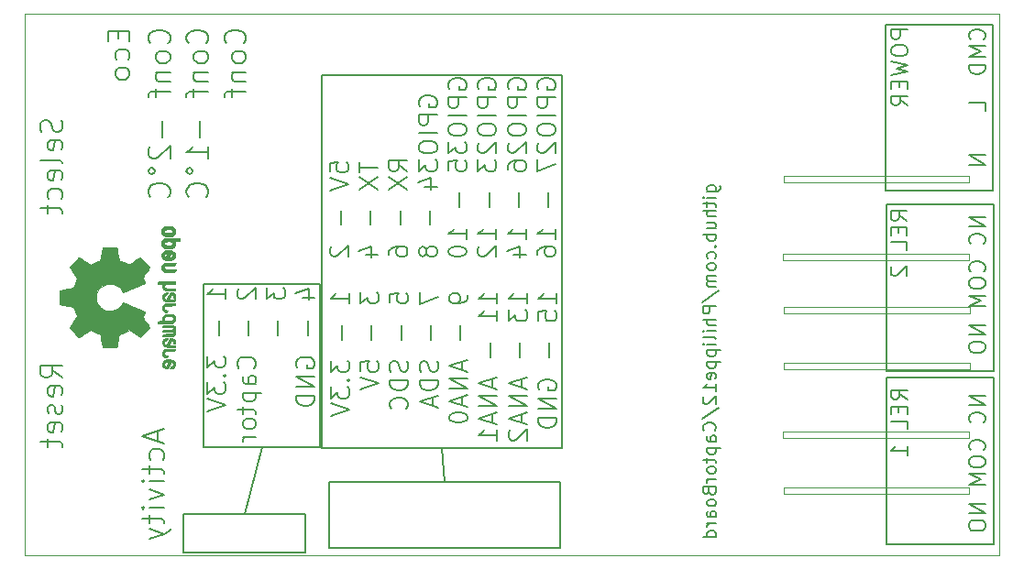
<source format=gbo>
G04 #@! TF.GenerationSoftware,KiCad,Pcbnew,7.0.5-0*
G04 #@! TF.CreationDate,2023-06-24T20:16:37+02:00*
G04 #@! TF.ProjectId,CaptorBoard,43617074-6f72-4426-9f61-72642e6b6963,rev?*
G04 #@! TF.SameCoordinates,Original*
G04 #@! TF.FileFunction,Legend,Bot*
G04 #@! TF.FilePolarity,Positive*
%FSLAX46Y46*%
G04 Gerber Fmt 4.6, Leading zero omitted, Abs format (unit mm)*
G04 Created by KiCad (PCBNEW 7.0.5-0) date 2023-06-24 20:16:37*
%MOMM*%
%LPD*%
G01*
G04 APERTURE LIST*
%ADD10C,0.150000*%
%ADD11C,0.200000*%
%ADD12C,0.010000*%
G04 #@! TA.AperFunction,Profile*
%ADD13C,0.100000*%
G04 #@! TD*
G04 APERTURE END LIST*
D10*
X122428000Y-55626000D02*
X144576800Y-55626000D01*
X144576800Y-90119200D01*
X122428000Y-90119200D01*
X122428000Y-55626000D01*
X123051300Y-93240600D02*
X144461500Y-93240600D01*
X144461500Y-99339400D01*
X123051300Y-99339400D01*
X123051300Y-93240600D01*
X109651800Y-96189800D02*
X120878600Y-96189800D01*
X120878600Y-99796600D01*
X109651800Y-99796600D01*
X109651800Y-96189800D01*
X174594000Y-83633000D02*
X184500000Y-83633000D01*
X184500000Y-99000000D01*
X174594000Y-99000000D01*
X174594000Y-83633000D01*
X174547000Y-67633000D02*
X184453000Y-67633000D01*
X184453000Y-83000000D01*
X174547000Y-83000000D01*
X174547000Y-67633000D01*
X174500000Y-51000000D02*
X184406000Y-51000000D01*
X184406000Y-66367000D01*
X174500000Y-66367000D01*
X174500000Y-51000000D01*
X111480600Y-74968100D02*
X122275600Y-74968100D01*
X122275600Y-90081100D01*
X111480600Y-90081100D01*
X111480600Y-74968100D01*
X133502400Y-90119200D02*
X133756400Y-93240600D01*
X115265200Y-96189800D02*
X116878100Y-90081100D01*
X183686128Y-95285713D02*
X182186128Y-95285713D01*
X182186128Y-95285713D02*
X183686128Y-96142856D01*
X183686128Y-96142856D02*
X182186128Y-96142856D01*
X182186128Y-97142857D02*
X182186128Y-97428571D01*
X182186128Y-97428571D02*
X182257557Y-97571428D01*
X182257557Y-97571428D02*
X182400414Y-97714285D01*
X182400414Y-97714285D02*
X182686128Y-97785714D01*
X182686128Y-97785714D02*
X183186128Y-97785714D01*
X183186128Y-97785714D02*
X183471842Y-97714285D01*
X183471842Y-97714285D02*
X183614700Y-97571428D01*
X183614700Y-97571428D02*
X183686128Y-97428571D01*
X183686128Y-97428571D02*
X183686128Y-97142857D01*
X183686128Y-97142857D02*
X183614700Y-97000000D01*
X183614700Y-97000000D02*
X183471842Y-96857142D01*
X183471842Y-96857142D02*
X183186128Y-96785714D01*
X183186128Y-96785714D02*
X182686128Y-96785714D01*
X182686128Y-96785714D02*
X182400414Y-96857142D01*
X182400414Y-96857142D02*
X182257557Y-97000000D01*
X182257557Y-97000000D02*
X182186128Y-97142857D01*
X176454128Y-69089057D02*
X175739842Y-68589057D01*
X176454128Y-68231914D02*
X174954128Y-68231914D01*
X174954128Y-68231914D02*
X174954128Y-68803343D01*
X174954128Y-68803343D02*
X175025557Y-68946200D01*
X175025557Y-68946200D02*
X175096985Y-69017629D01*
X175096985Y-69017629D02*
X175239842Y-69089057D01*
X175239842Y-69089057D02*
X175454128Y-69089057D01*
X175454128Y-69089057D02*
X175596985Y-69017629D01*
X175596985Y-69017629D02*
X175668414Y-68946200D01*
X175668414Y-68946200D02*
X175739842Y-68803343D01*
X175739842Y-68803343D02*
X175739842Y-68231914D01*
X175668414Y-69731914D02*
X175668414Y-70231914D01*
X176454128Y-70446200D02*
X176454128Y-69731914D01*
X176454128Y-69731914D02*
X174954128Y-69731914D01*
X174954128Y-69731914D02*
X174954128Y-70446200D01*
X176454128Y-71803343D02*
X176454128Y-71089057D01*
X176454128Y-71089057D02*
X174954128Y-71089057D01*
X175096985Y-73374772D02*
X175025557Y-73446200D01*
X175025557Y-73446200D02*
X174954128Y-73589058D01*
X174954128Y-73589058D02*
X174954128Y-73946200D01*
X174954128Y-73946200D02*
X175025557Y-74089058D01*
X175025557Y-74089058D02*
X175096985Y-74160486D01*
X175096985Y-74160486D02*
X175239842Y-74231915D01*
X175239842Y-74231915D02*
X175382700Y-74231915D01*
X175382700Y-74231915D02*
X175596985Y-74160486D01*
X175596985Y-74160486D02*
X176454128Y-73303343D01*
X176454128Y-73303343D02*
X176454128Y-74231915D01*
X123153953Y-64597724D02*
X123153953Y-63788200D01*
X123153953Y-63788200D02*
X123963477Y-63707248D01*
X123963477Y-63707248D02*
X123882524Y-63788200D01*
X123882524Y-63788200D02*
X123801572Y-63950105D01*
X123801572Y-63950105D02*
X123801572Y-64354867D01*
X123801572Y-64354867D02*
X123882524Y-64516772D01*
X123882524Y-64516772D02*
X123963477Y-64597724D01*
X123963477Y-64597724D02*
X124125381Y-64678677D01*
X124125381Y-64678677D02*
X124530143Y-64678677D01*
X124530143Y-64678677D02*
X124692048Y-64597724D01*
X124692048Y-64597724D02*
X124773001Y-64516772D01*
X124773001Y-64516772D02*
X124853953Y-64354867D01*
X124853953Y-64354867D02*
X124853953Y-63950105D01*
X124853953Y-63950105D02*
X124773001Y-63788200D01*
X124773001Y-63788200D02*
X124692048Y-63707248D01*
X123153953Y-65164391D02*
X124853953Y-65731058D01*
X124853953Y-65731058D02*
X123153953Y-66297725D01*
X124206334Y-68159629D02*
X124206334Y-69454868D01*
X123315858Y-71478677D02*
X123234905Y-71559629D01*
X123234905Y-71559629D02*
X123153953Y-71721534D01*
X123153953Y-71721534D02*
X123153953Y-72126296D01*
X123153953Y-72126296D02*
X123234905Y-72288201D01*
X123234905Y-72288201D02*
X123315858Y-72369153D01*
X123315858Y-72369153D02*
X123477762Y-72450106D01*
X123477762Y-72450106D02*
X123639667Y-72450106D01*
X123639667Y-72450106D02*
X123882524Y-72369153D01*
X123882524Y-72369153D02*
X124853953Y-71397725D01*
X124853953Y-71397725D02*
X124853953Y-72450106D01*
X125890953Y-63707248D02*
X125890953Y-64678677D01*
X127590953Y-64192963D02*
X125890953Y-64192963D01*
X125890953Y-65083439D02*
X127590953Y-66216772D01*
X125890953Y-66216772D02*
X127590953Y-65083439D01*
X126943334Y-68159629D02*
X126943334Y-69454868D01*
X126457620Y-72288201D02*
X127590953Y-72288201D01*
X125810001Y-71883439D02*
X127024286Y-71478677D01*
X127024286Y-71478677D02*
X127024286Y-72531058D01*
X130327953Y-64516772D02*
X129518429Y-63950105D01*
X130327953Y-63545343D02*
X128627953Y-63545343D01*
X128627953Y-63545343D02*
X128627953Y-64192962D01*
X128627953Y-64192962D02*
X128708905Y-64354867D01*
X128708905Y-64354867D02*
X128789858Y-64435820D01*
X128789858Y-64435820D02*
X128951762Y-64516772D01*
X128951762Y-64516772D02*
X129194620Y-64516772D01*
X129194620Y-64516772D02*
X129356524Y-64435820D01*
X129356524Y-64435820D02*
X129437477Y-64354867D01*
X129437477Y-64354867D02*
X129518429Y-64192962D01*
X129518429Y-64192962D02*
X129518429Y-63545343D01*
X128627953Y-65083439D02*
X130327953Y-66216772D01*
X128627953Y-66216772D02*
X130327953Y-65083439D01*
X129680334Y-68159629D02*
X129680334Y-69454868D01*
X128627953Y-72288201D02*
X128627953Y-71964391D01*
X128627953Y-71964391D02*
X128708905Y-71802487D01*
X128708905Y-71802487D02*
X128789858Y-71721534D01*
X128789858Y-71721534D02*
X129032715Y-71559629D01*
X129032715Y-71559629D02*
X129356524Y-71478677D01*
X129356524Y-71478677D02*
X130004143Y-71478677D01*
X130004143Y-71478677D02*
X130166048Y-71559629D01*
X130166048Y-71559629D02*
X130247001Y-71640582D01*
X130247001Y-71640582D02*
X130327953Y-71802487D01*
X130327953Y-71802487D02*
X130327953Y-72126296D01*
X130327953Y-72126296D02*
X130247001Y-72288201D01*
X130247001Y-72288201D02*
X130166048Y-72369153D01*
X130166048Y-72369153D02*
X130004143Y-72450106D01*
X130004143Y-72450106D02*
X129599381Y-72450106D01*
X129599381Y-72450106D02*
X129437477Y-72369153D01*
X129437477Y-72369153D02*
X129356524Y-72288201D01*
X129356524Y-72288201D02*
X129275572Y-72126296D01*
X129275572Y-72126296D02*
X129275572Y-71802487D01*
X129275572Y-71802487D02*
X129356524Y-71640582D01*
X129356524Y-71640582D02*
X129437477Y-71559629D01*
X129437477Y-71559629D02*
X129599381Y-71478677D01*
X131445905Y-58526296D02*
X131364953Y-58364391D01*
X131364953Y-58364391D02*
X131364953Y-58121534D01*
X131364953Y-58121534D02*
X131445905Y-57878677D01*
X131445905Y-57878677D02*
X131607810Y-57716772D01*
X131607810Y-57716772D02*
X131769715Y-57635819D01*
X131769715Y-57635819D02*
X132093524Y-57554867D01*
X132093524Y-57554867D02*
X132336381Y-57554867D01*
X132336381Y-57554867D02*
X132660191Y-57635819D01*
X132660191Y-57635819D02*
X132822096Y-57716772D01*
X132822096Y-57716772D02*
X132984001Y-57878677D01*
X132984001Y-57878677D02*
X133064953Y-58121534D01*
X133064953Y-58121534D02*
X133064953Y-58283438D01*
X133064953Y-58283438D02*
X132984001Y-58526296D01*
X132984001Y-58526296D02*
X132903048Y-58607248D01*
X132903048Y-58607248D02*
X132336381Y-58607248D01*
X132336381Y-58607248D02*
X132336381Y-58283438D01*
X133064953Y-59335819D02*
X131364953Y-59335819D01*
X131364953Y-59335819D02*
X131364953Y-59983438D01*
X131364953Y-59983438D02*
X131445905Y-60145343D01*
X131445905Y-60145343D02*
X131526858Y-60226296D01*
X131526858Y-60226296D02*
X131688762Y-60307248D01*
X131688762Y-60307248D02*
X131931620Y-60307248D01*
X131931620Y-60307248D02*
X132093524Y-60226296D01*
X132093524Y-60226296D02*
X132174477Y-60145343D01*
X132174477Y-60145343D02*
X132255429Y-59983438D01*
X132255429Y-59983438D02*
X132255429Y-59335819D01*
X133064953Y-61035819D02*
X131364953Y-61035819D01*
X131364953Y-62169153D02*
X131364953Y-62492962D01*
X131364953Y-62492962D02*
X131445905Y-62654867D01*
X131445905Y-62654867D02*
X131607810Y-62816772D01*
X131607810Y-62816772D02*
X131931620Y-62897724D01*
X131931620Y-62897724D02*
X132498286Y-62897724D01*
X132498286Y-62897724D02*
X132822096Y-62816772D01*
X132822096Y-62816772D02*
X132984001Y-62654867D01*
X132984001Y-62654867D02*
X133064953Y-62492962D01*
X133064953Y-62492962D02*
X133064953Y-62169153D01*
X133064953Y-62169153D02*
X132984001Y-62007248D01*
X132984001Y-62007248D02*
X132822096Y-61845343D01*
X132822096Y-61845343D02*
X132498286Y-61764391D01*
X132498286Y-61764391D02*
X131931620Y-61764391D01*
X131931620Y-61764391D02*
X131607810Y-61845343D01*
X131607810Y-61845343D02*
X131445905Y-62007248D01*
X131445905Y-62007248D02*
X131364953Y-62169153D01*
X131364953Y-63464391D02*
X131364953Y-64516772D01*
X131364953Y-64516772D02*
X132012572Y-63950105D01*
X132012572Y-63950105D02*
X132012572Y-64192962D01*
X132012572Y-64192962D02*
X132093524Y-64354867D01*
X132093524Y-64354867D02*
X132174477Y-64435819D01*
X132174477Y-64435819D02*
X132336381Y-64516772D01*
X132336381Y-64516772D02*
X132741143Y-64516772D01*
X132741143Y-64516772D02*
X132903048Y-64435819D01*
X132903048Y-64435819D02*
X132984001Y-64354867D01*
X132984001Y-64354867D02*
X133064953Y-64192962D01*
X133064953Y-64192962D02*
X133064953Y-63707248D01*
X133064953Y-63707248D02*
X132984001Y-63545343D01*
X132984001Y-63545343D02*
X132903048Y-63464391D01*
X131931620Y-65973915D02*
X133064953Y-65973915D01*
X131284001Y-65569153D02*
X132498286Y-65164391D01*
X132498286Y-65164391D02*
X132498286Y-66216772D01*
X132417334Y-68159629D02*
X132417334Y-69454868D01*
X132093524Y-71802487D02*
X132012572Y-71640582D01*
X132012572Y-71640582D02*
X131931620Y-71559629D01*
X131931620Y-71559629D02*
X131769715Y-71478677D01*
X131769715Y-71478677D02*
X131688762Y-71478677D01*
X131688762Y-71478677D02*
X131526858Y-71559629D01*
X131526858Y-71559629D02*
X131445905Y-71640582D01*
X131445905Y-71640582D02*
X131364953Y-71802487D01*
X131364953Y-71802487D02*
X131364953Y-72126296D01*
X131364953Y-72126296D02*
X131445905Y-72288201D01*
X131445905Y-72288201D02*
X131526858Y-72369153D01*
X131526858Y-72369153D02*
X131688762Y-72450106D01*
X131688762Y-72450106D02*
X131769715Y-72450106D01*
X131769715Y-72450106D02*
X131931620Y-72369153D01*
X131931620Y-72369153D02*
X132012572Y-72288201D01*
X132012572Y-72288201D02*
X132093524Y-72126296D01*
X132093524Y-72126296D02*
X132093524Y-71802487D01*
X132093524Y-71802487D02*
X132174477Y-71640582D01*
X132174477Y-71640582D02*
X132255429Y-71559629D01*
X132255429Y-71559629D02*
X132417334Y-71478677D01*
X132417334Y-71478677D02*
X132741143Y-71478677D01*
X132741143Y-71478677D02*
X132903048Y-71559629D01*
X132903048Y-71559629D02*
X132984001Y-71640582D01*
X132984001Y-71640582D02*
X133064953Y-71802487D01*
X133064953Y-71802487D02*
X133064953Y-72126296D01*
X133064953Y-72126296D02*
X132984001Y-72288201D01*
X132984001Y-72288201D02*
X132903048Y-72369153D01*
X132903048Y-72369153D02*
X132741143Y-72450106D01*
X132741143Y-72450106D02*
X132417334Y-72450106D01*
X132417334Y-72450106D02*
X132255429Y-72369153D01*
X132255429Y-72369153D02*
X132174477Y-72288201D01*
X132174477Y-72288201D02*
X132093524Y-72126296D01*
X134182905Y-56907248D02*
X134101953Y-56745343D01*
X134101953Y-56745343D02*
X134101953Y-56502486D01*
X134101953Y-56502486D02*
X134182905Y-56259629D01*
X134182905Y-56259629D02*
X134344810Y-56097724D01*
X134344810Y-56097724D02*
X134506715Y-56016771D01*
X134506715Y-56016771D02*
X134830524Y-55935819D01*
X134830524Y-55935819D02*
X135073381Y-55935819D01*
X135073381Y-55935819D02*
X135397191Y-56016771D01*
X135397191Y-56016771D02*
X135559096Y-56097724D01*
X135559096Y-56097724D02*
X135721001Y-56259629D01*
X135721001Y-56259629D02*
X135801953Y-56502486D01*
X135801953Y-56502486D02*
X135801953Y-56664390D01*
X135801953Y-56664390D02*
X135721001Y-56907248D01*
X135721001Y-56907248D02*
X135640048Y-56988200D01*
X135640048Y-56988200D02*
X135073381Y-56988200D01*
X135073381Y-56988200D02*
X135073381Y-56664390D01*
X135801953Y-57716771D02*
X134101953Y-57716771D01*
X134101953Y-57716771D02*
X134101953Y-58364390D01*
X134101953Y-58364390D02*
X134182905Y-58526295D01*
X134182905Y-58526295D02*
X134263858Y-58607248D01*
X134263858Y-58607248D02*
X134425762Y-58688200D01*
X134425762Y-58688200D02*
X134668620Y-58688200D01*
X134668620Y-58688200D02*
X134830524Y-58607248D01*
X134830524Y-58607248D02*
X134911477Y-58526295D01*
X134911477Y-58526295D02*
X134992429Y-58364390D01*
X134992429Y-58364390D02*
X134992429Y-57716771D01*
X135801953Y-59416771D02*
X134101953Y-59416771D01*
X134101953Y-60550105D02*
X134101953Y-60873914D01*
X134101953Y-60873914D02*
X134182905Y-61035819D01*
X134182905Y-61035819D02*
X134344810Y-61197724D01*
X134344810Y-61197724D02*
X134668620Y-61278676D01*
X134668620Y-61278676D02*
X135235286Y-61278676D01*
X135235286Y-61278676D02*
X135559096Y-61197724D01*
X135559096Y-61197724D02*
X135721001Y-61035819D01*
X135721001Y-61035819D02*
X135801953Y-60873914D01*
X135801953Y-60873914D02*
X135801953Y-60550105D01*
X135801953Y-60550105D02*
X135721001Y-60388200D01*
X135721001Y-60388200D02*
X135559096Y-60226295D01*
X135559096Y-60226295D02*
X135235286Y-60145343D01*
X135235286Y-60145343D02*
X134668620Y-60145343D01*
X134668620Y-60145343D02*
X134344810Y-60226295D01*
X134344810Y-60226295D02*
X134182905Y-60388200D01*
X134182905Y-60388200D02*
X134101953Y-60550105D01*
X134101953Y-61845343D02*
X134101953Y-62897724D01*
X134101953Y-62897724D02*
X134749572Y-62331057D01*
X134749572Y-62331057D02*
X134749572Y-62573914D01*
X134749572Y-62573914D02*
X134830524Y-62735819D01*
X134830524Y-62735819D02*
X134911477Y-62816771D01*
X134911477Y-62816771D02*
X135073381Y-62897724D01*
X135073381Y-62897724D02*
X135478143Y-62897724D01*
X135478143Y-62897724D02*
X135640048Y-62816771D01*
X135640048Y-62816771D02*
X135721001Y-62735819D01*
X135721001Y-62735819D02*
X135801953Y-62573914D01*
X135801953Y-62573914D02*
X135801953Y-62088200D01*
X135801953Y-62088200D02*
X135721001Y-61926295D01*
X135721001Y-61926295D02*
X135640048Y-61845343D01*
X134101953Y-64435819D02*
X134101953Y-63626295D01*
X134101953Y-63626295D02*
X134911477Y-63545343D01*
X134911477Y-63545343D02*
X134830524Y-63626295D01*
X134830524Y-63626295D02*
X134749572Y-63788200D01*
X134749572Y-63788200D02*
X134749572Y-64192962D01*
X134749572Y-64192962D02*
X134830524Y-64354867D01*
X134830524Y-64354867D02*
X134911477Y-64435819D01*
X134911477Y-64435819D02*
X135073381Y-64516772D01*
X135073381Y-64516772D02*
X135478143Y-64516772D01*
X135478143Y-64516772D02*
X135640048Y-64435819D01*
X135640048Y-64435819D02*
X135721001Y-64354867D01*
X135721001Y-64354867D02*
X135801953Y-64192962D01*
X135801953Y-64192962D02*
X135801953Y-63788200D01*
X135801953Y-63788200D02*
X135721001Y-63626295D01*
X135721001Y-63626295D02*
X135640048Y-63545343D01*
X135154334Y-66540581D02*
X135154334Y-67835820D01*
X135801953Y-70831058D02*
X135801953Y-69859629D01*
X135801953Y-70345343D02*
X134101953Y-70345343D01*
X134101953Y-70345343D02*
X134344810Y-70183439D01*
X134344810Y-70183439D02*
X134506715Y-70021534D01*
X134506715Y-70021534D02*
X134587667Y-69859629D01*
X134101953Y-71883439D02*
X134101953Y-72045344D01*
X134101953Y-72045344D02*
X134182905Y-72207248D01*
X134182905Y-72207248D02*
X134263858Y-72288201D01*
X134263858Y-72288201D02*
X134425762Y-72369153D01*
X134425762Y-72369153D02*
X134749572Y-72450106D01*
X134749572Y-72450106D02*
X135154334Y-72450106D01*
X135154334Y-72450106D02*
X135478143Y-72369153D01*
X135478143Y-72369153D02*
X135640048Y-72288201D01*
X135640048Y-72288201D02*
X135721001Y-72207248D01*
X135721001Y-72207248D02*
X135801953Y-72045344D01*
X135801953Y-72045344D02*
X135801953Y-71883439D01*
X135801953Y-71883439D02*
X135721001Y-71721534D01*
X135721001Y-71721534D02*
X135640048Y-71640582D01*
X135640048Y-71640582D02*
X135478143Y-71559629D01*
X135478143Y-71559629D02*
X135154334Y-71478677D01*
X135154334Y-71478677D02*
X134749572Y-71478677D01*
X134749572Y-71478677D02*
X134425762Y-71559629D01*
X134425762Y-71559629D02*
X134263858Y-71640582D01*
X134263858Y-71640582D02*
X134182905Y-71721534D01*
X134182905Y-71721534D02*
X134101953Y-71883439D01*
X136919905Y-56907248D02*
X136838953Y-56745343D01*
X136838953Y-56745343D02*
X136838953Y-56502486D01*
X136838953Y-56502486D02*
X136919905Y-56259629D01*
X136919905Y-56259629D02*
X137081810Y-56097724D01*
X137081810Y-56097724D02*
X137243715Y-56016771D01*
X137243715Y-56016771D02*
X137567524Y-55935819D01*
X137567524Y-55935819D02*
X137810381Y-55935819D01*
X137810381Y-55935819D02*
X138134191Y-56016771D01*
X138134191Y-56016771D02*
X138296096Y-56097724D01*
X138296096Y-56097724D02*
X138458001Y-56259629D01*
X138458001Y-56259629D02*
X138538953Y-56502486D01*
X138538953Y-56502486D02*
X138538953Y-56664390D01*
X138538953Y-56664390D02*
X138458001Y-56907248D01*
X138458001Y-56907248D02*
X138377048Y-56988200D01*
X138377048Y-56988200D02*
X137810381Y-56988200D01*
X137810381Y-56988200D02*
X137810381Y-56664390D01*
X138538953Y-57716771D02*
X136838953Y-57716771D01*
X136838953Y-57716771D02*
X136838953Y-58364390D01*
X136838953Y-58364390D02*
X136919905Y-58526295D01*
X136919905Y-58526295D02*
X137000858Y-58607248D01*
X137000858Y-58607248D02*
X137162762Y-58688200D01*
X137162762Y-58688200D02*
X137405620Y-58688200D01*
X137405620Y-58688200D02*
X137567524Y-58607248D01*
X137567524Y-58607248D02*
X137648477Y-58526295D01*
X137648477Y-58526295D02*
X137729429Y-58364390D01*
X137729429Y-58364390D02*
X137729429Y-57716771D01*
X138538953Y-59416771D02*
X136838953Y-59416771D01*
X136838953Y-60550105D02*
X136838953Y-60873914D01*
X136838953Y-60873914D02*
X136919905Y-61035819D01*
X136919905Y-61035819D02*
X137081810Y-61197724D01*
X137081810Y-61197724D02*
X137405620Y-61278676D01*
X137405620Y-61278676D02*
X137972286Y-61278676D01*
X137972286Y-61278676D02*
X138296096Y-61197724D01*
X138296096Y-61197724D02*
X138458001Y-61035819D01*
X138458001Y-61035819D02*
X138538953Y-60873914D01*
X138538953Y-60873914D02*
X138538953Y-60550105D01*
X138538953Y-60550105D02*
X138458001Y-60388200D01*
X138458001Y-60388200D02*
X138296096Y-60226295D01*
X138296096Y-60226295D02*
X137972286Y-60145343D01*
X137972286Y-60145343D02*
X137405620Y-60145343D01*
X137405620Y-60145343D02*
X137081810Y-60226295D01*
X137081810Y-60226295D02*
X136919905Y-60388200D01*
X136919905Y-60388200D02*
X136838953Y-60550105D01*
X137000858Y-61926295D02*
X136919905Y-62007247D01*
X136919905Y-62007247D02*
X136838953Y-62169152D01*
X136838953Y-62169152D02*
X136838953Y-62573914D01*
X136838953Y-62573914D02*
X136919905Y-62735819D01*
X136919905Y-62735819D02*
X137000858Y-62816771D01*
X137000858Y-62816771D02*
X137162762Y-62897724D01*
X137162762Y-62897724D02*
X137324667Y-62897724D01*
X137324667Y-62897724D02*
X137567524Y-62816771D01*
X137567524Y-62816771D02*
X138538953Y-61845343D01*
X138538953Y-61845343D02*
X138538953Y-62897724D01*
X136838953Y-63464391D02*
X136838953Y-64516772D01*
X136838953Y-64516772D02*
X137486572Y-63950105D01*
X137486572Y-63950105D02*
X137486572Y-64192962D01*
X137486572Y-64192962D02*
X137567524Y-64354867D01*
X137567524Y-64354867D02*
X137648477Y-64435819D01*
X137648477Y-64435819D02*
X137810381Y-64516772D01*
X137810381Y-64516772D02*
X138215143Y-64516772D01*
X138215143Y-64516772D02*
X138377048Y-64435819D01*
X138377048Y-64435819D02*
X138458001Y-64354867D01*
X138458001Y-64354867D02*
X138538953Y-64192962D01*
X138538953Y-64192962D02*
X138538953Y-63707248D01*
X138538953Y-63707248D02*
X138458001Y-63545343D01*
X138458001Y-63545343D02*
X138377048Y-63464391D01*
X137891334Y-66540581D02*
X137891334Y-67835820D01*
X138538953Y-70831058D02*
X138538953Y-69859629D01*
X138538953Y-70345343D02*
X136838953Y-70345343D01*
X136838953Y-70345343D02*
X137081810Y-70183439D01*
X137081810Y-70183439D02*
X137243715Y-70021534D01*
X137243715Y-70021534D02*
X137324667Y-69859629D01*
X137000858Y-71478677D02*
X136919905Y-71559629D01*
X136919905Y-71559629D02*
X136838953Y-71721534D01*
X136838953Y-71721534D02*
X136838953Y-72126296D01*
X136838953Y-72126296D02*
X136919905Y-72288201D01*
X136919905Y-72288201D02*
X137000858Y-72369153D01*
X137000858Y-72369153D02*
X137162762Y-72450106D01*
X137162762Y-72450106D02*
X137324667Y-72450106D01*
X137324667Y-72450106D02*
X137567524Y-72369153D01*
X137567524Y-72369153D02*
X138538953Y-71397725D01*
X138538953Y-71397725D02*
X138538953Y-72450106D01*
X139656905Y-56907248D02*
X139575953Y-56745343D01*
X139575953Y-56745343D02*
X139575953Y-56502486D01*
X139575953Y-56502486D02*
X139656905Y-56259629D01*
X139656905Y-56259629D02*
X139818810Y-56097724D01*
X139818810Y-56097724D02*
X139980715Y-56016771D01*
X139980715Y-56016771D02*
X140304524Y-55935819D01*
X140304524Y-55935819D02*
X140547381Y-55935819D01*
X140547381Y-55935819D02*
X140871191Y-56016771D01*
X140871191Y-56016771D02*
X141033096Y-56097724D01*
X141033096Y-56097724D02*
X141195001Y-56259629D01*
X141195001Y-56259629D02*
X141275953Y-56502486D01*
X141275953Y-56502486D02*
X141275953Y-56664390D01*
X141275953Y-56664390D02*
X141195001Y-56907248D01*
X141195001Y-56907248D02*
X141114048Y-56988200D01*
X141114048Y-56988200D02*
X140547381Y-56988200D01*
X140547381Y-56988200D02*
X140547381Y-56664390D01*
X141275953Y-57716771D02*
X139575953Y-57716771D01*
X139575953Y-57716771D02*
X139575953Y-58364390D01*
X139575953Y-58364390D02*
X139656905Y-58526295D01*
X139656905Y-58526295D02*
X139737858Y-58607248D01*
X139737858Y-58607248D02*
X139899762Y-58688200D01*
X139899762Y-58688200D02*
X140142620Y-58688200D01*
X140142620Y-58688200D02*
X140304524Y-58607248D01*
X140304524Y-58607248D02*
X140385477Y-58526295D01*
X140385477Y-58526295D02*
X140466429Y-58364390D01*
X140466429Y-58364390D02*
X140466429Y-57716771D01*
X141275953Y-59416771D02*
X139575953Y-59416771D01*
X139575953Y-60550105D02*
X139575953Y-60873914D01*
X139575953Y-60873914D02*
X139656905Y-61035819D01*
X139656905Y-61035819D02*
X139818810Y-61197724D01*
X139818810Y-61197724D02*
X140142620Y-61278676D01*
X140142620Y-61278676D02*
X140709286Y-61278676D01*
X140709286Y-61278676D02*
X141033096Y-61197724D01*
X141033096Y-61197724D02*
X141195001Y-61035819D01*
X141195001Y-61035819D02*
X141275953Y-60873914D01*
X141275953Y-60873914D02*
X141275953Y-60550105D01*
X141275953Y-60550105D02*
X141195001Y-60388200D01*
X141195001Y-60388200D02*
X141033096Y-60226295D01*
X141033096Y-60226295D02*
X140709286Y-60145343D01*
X140709286Y-60145343D02*
X140142620Y-60145343D01*
X140142620Y-60145343D02*
X139818810Y-60226295D01*
X139818810Y-60226295D02*
X139656905Y-60388200D01*
X139656905Y-60388200D02*
X139575953Y-60550105D01*
X139737858Y-61926295D02*
X139656905Y-62007247D01*
X139656905Y-62007247D02*
X139575953Y-62169152D01*
X139575953Y-62169152D02*
X139575953Y-62573914D01*
X139575953Y-62573914D02*
X139656905Y-62735819D01*
X139656905Y-62735819D02*
X139737858Y-62816771D01*
X139737858Y-62816771D02*
X139899762Y-62897724D01*
X139899762Y-62897724D02*
X140061667Y-62897724D01*
X140061667Y-62897724D02*
X140304524Y-62816771D01*
X140304524Y-62816771D02*
X141275953Y-61845343D01*
X141275953Y-61845343D02*
X141275953Y-62897724D01*
X139575953Y-64354867D02*
X139575953Y-64031057D01*
X139575953Y-64031057D02*
X139656905Y-63869153D01*
X139656905Y-63869153D02*
X139737858Y-63788200D01*
X139737858Y-63788200D02*
X139980715Y-63626295D01*
X139980715Y-63626295D02*
X140304524Y-63545343D01*
X140304524Y-63545343D02*
X140952143Y-63545343D01*
X140952143Y-63545343D02*
X141114048Y-63626295D01*
X141114048Y-63626295D02*
X141195001Y-63707248D01*
X141195001Y-63707248D02*
X141275953Y-63869153D01*
X141275953Y-63869153D02*
X141275953Y-64192962D01*
X141275953Y-64192962D02*
X141195001Y-64354867D01*
X141195001Y-64354867D02*
X141114048Y-64435819D01*
X141114048Y-64435819D02*
X140952143Y-64516772D01*
X140952143Y-64516772D02*
X140547381Y-64516772D01*
X140547381Y-64516772D02*
X140385477Y-64435819D01*
X140385477Y-64435819D02*
X140304524Y-64354867D01*
X140304524Y-64354867D02*
X140223572Y-64192962D01*
X140223572Y-64192962D02*
X140223572Y-63869153D01*
X140223572Y-63869153D02*
X140304524Y-63707248D01*
X140304524Y-63707248D02*
X140385477Y-63626295D01*
X140385477Y-63626295D02*
X140547381Y-63545343D01*
X140628334Y-66540581D02*
X140628334Y-67835820D01*
X141275953Y-70831058D02*
X141275953Y-69859629D01*
X141275953Y-70345343D02*
X139575953Y-70345343D01*
X139575953Y-70345343D02*
X139818810Y-70183439D01*
X139818810Y-70183439D02*
X139980715Y-70021534D01*
X139980715Y-70021534D02*
X140061667Y-69859629D01*
X140142620Y-72288201D02*
X141275953Y-72288201D01*
X139495001Y-71883439D02*
X140709286Y-71478677D01*
X140709286Y-71478677D02*
X140709286Y-72531058D01*
X142393905Y-56907248D02*
X142312953Y-56745343D01*
X142312953Y-56745343D02*
X142312953Y-56502486D01*
X142312953Y-56502486D02*
X142393905Y-56259629D01*
X142393905Y-56259629D02*
X142555810Y-56097724D01*
X142555810Y-56097724D02*
X142717715Y-56016771D01*
X142717715Y-56016771D02*
X143041524Y-55935819D01*
X143041524Y-55935819D02*
X143284381Y-55935819D01*
X143284381Y-55935819D02*
X143608191Y-56016771D01*
X143608191Y-56016771D02*
X143770096Y-56097724D01*
X143770096Y-56097724D02*
X143932001Y-56259629D01*
X143932001Y-56259629D02*
X144012953Y-56502486D01*
X144012953Y-56502486D02*
X144012953Y-56664390D01*
X144012953Y-56664390D02*
X143932001Y-56907248D01*
X143932001Y-56907248D02*
X143851048Y-56988200D01*
X143851048Y-56988200D02*
X143284381Y-56988200D01*
X143284381Y-56988200D02*
X143284381Y-56664390D01*
X144012953Y-57716771D02*
X142312953Y-57716771D01*
X142312953Y-57716771D02*
X142312953Y-58364390D01*
X142312953Y-58364390D02*
X142393905Y-58526295D01*
X142393905Y-58526295D02*
X142474858Y-58607248D01*
X142474858Y-58607248D02*
X142636762Y-58688200D01*
X142636762Y-58688200D02*
X142879620Y-58688200D01*
X142879620Y-58688200D02*
X143041524Y-58607248D01*
X143041524Y-58607248D02*
X143122477Y-58526295D01*
X143122477Y-58526295D02*
X143203429Y-58364390D01*
X143203429Y-58364390D02*
X143203429Y-57716771D01*
X144012953Y-59416771D02*
X142312953Y-59416771D01*
X142312953Y-60550105D02*
X142312953Y-60873914D01*
X142312953Y-60873914D02*
X142393905Y-61035819D01*
X142393905Y-61035819D02*
X142555810Y-61197724D01*
X142555810Y-61197724D02*
X142879620Y-61278676D01*
X142879620Y-61278676D02*
X143446286Y-61278676D01*
X143446286Y-61278676D02*
X143770096Y-61197724D01*
X143770096Y-61197724D02*
X143932001Y-61035819D01*
X143932001Y-61035819D02*
X144012953Y-60873914D01*
X144012953Y-60873914D02*
X144012953Y-60550105D01*
X144012953Y-60550105D02*
X143932001Y-60388200D01*
X143932001Y-60388200D02*
X143770096Y-60226295D01*
X143770096Y-60226295D02*
X143446286Y-60145343D01*
X143446286Y-60145343D02*
X142879620Y-60145343D01*
X142879620Y-60145343D02*
X142555810Y-60226295D01*
X142555810Y-60226295D02*
X142393905Y-60388200D01*
X142393905Y-60388200D02*
X142312953Y-60550105D01*
X142474858Y-61926295D02*
X142393905Y-62007247D01*
X142393905Y-62007247D02*
X142312953Y-62169152D01*
X142312953Y-62169152D02*
X142312953Y-62573914D01*
X142312953Y-62573914D02*
X142393905Y-62735819D01*
X142393905Y-62735819D02*
X142474858Y-62816771D01*
X142474858Y-62816771D02*
X142636762Y-62897724D01*
X142636762Y-62897724D02*
X142798667Y-62897724D01*
X142798667Y-62897724D02*
X143041524Y-62816771D01*
X143041524Y-62816771D02*
X144012953Y-61845343D01*
X144012953Y-61845343D02*
X144012953Y-62897724D01*
X142312953Y-63464391D02*
X142312953Y-64597724D01*
X142312953Y-64597724D02*
X144012953Y-63869153D01*
X143365334Y-66540581D02*
X143365334Y-67835820D01*
X144012953Y-70831058D02*
X144012953Y-69859629D01*
X144012953Y-70345343D02*
X142312953Y-70345343D01*
X142312953Y-70345343D02*
X142555810Y-70183439D01*
X142555810Y-70183439D02*
X142717715Y-70021534D01*
X142717715Y-70021534D02*
X142798667Y-69859629D01*
X142312953Y-72288201D02*
X142312953Y-71964391D01*
X142312953Y-71964391D02*
X142393905Y-71802487D01*
X142393905Y-71802487D02*
X142474858Y-71721534D01*
X142474858Y-71721534D02*
X142717715Y-71559629D01*
X142717715Y-71559629D02*
X143041524Y-71478677D01*
X143041524Y-71478677D02*
X143689143Y-71478677D01*
X143689143Y-71478677D02*
X143851048Y-71559629D01*
X143851048Y-71559629D02*
X143932001Y-71640582D01*
X143932001Y-71640582D02*
X144012953Y-71802487D01*
X144012953Y-71802487D02*
X144012953Y-72126296D01*
X144012953Y-72126296D02*
X143932001Y-72288201D01*
X143932001Y-72288201D02*
X143851048Y-72369153D01*
X143851048Y-72369153D02*
X143689143Y-72450106D01*
X143689143Y-72450106D02*
X143284381Y-72450106D01*
X143284381Y-72450106D02*
X143122477Y-72369153D01*
X143122477Y-72369153D02*
X143041524Y-72288201D01*
X143041524Y-72288201D02*
X142960572Y-72126296D01*
X142960572Y-72126296D02*
X142960572Y-71802487D01*
X142960572Y-71802487D02*
X143041524Y-71640582D01*
X143041524Y-71640582D02*
X143122477Y-71559629D01*
X143122477Y-71559629D02*
X143284381Y-71478677D01*
X183686128Y-63071428D02*
X182186128Y-63071428D01*
X182186128Y-63071428D02*
X183686128Y-63928571D01*
X183686128Y-63928571D02*
X182186128Y-63928571D01*
X124930153Y-76781122D02*
X124930153Y-75809693D01*
X124930153Y-76295407D02*
X123230153Y-76295407D01*
X123230153Y-76295407D02*
X123473010Y-76133503D01*
X123473010Y-76133503D02*
X123634915Y-75971598D01*
X123634915Y-75971598D02*
X123715867Y-75809693D01*
X124282534Y-78804931D02*
X124282534Y-80100170D01*
X123230153Y-82043027D02*
X123230153Y-83095408D01*
X123230153Y-83095408D02*
X123877772Y-82528741D01*
X123877772Y-82528741D02*
X123877772Y-82771598D01*
X123877772Y-82771598D02*
X123958724Y-82933503D01*
X123958724Y-82933503D02*
X124039677Y-83014455D01*
X124039677Y-83014455D02*
X124201581Y-83095408D01*
X124201581Y-83095408D02*
X124606343Y-83095408D01*
X124606343Y-83095408D02*
X124768248Y-83014455D01*
X124768248Y-83014455D02*
X124849201Y-82933503D01*
X124849201Y-82933503D02*
X124930153Y-82771598D01*
X124930153Y-82771598D02*
X124930153Y-82285884D01*
X124930153Y-82285884D02*
X124849201Y-82123979D01*
X124849201Y-82123979D02*
X124768248Y-82043027D01*
X124768248Y-83823979D02*
X124849201Y-83904932D01*
X124849201Y-83904932D02*
X124930153Y-83823979D01*
X124930153Y-83823979D02*
X124849201Y-83743027D01*
X124849201Y-83743027D02*
X124768248Y-83823979D01*
X124768248Y-83823979D02*
X124930153Y-83823979D01*
X123230153Y-84471599D02*
X123230153Y-85523980D01*
X123230153Y-85523980D02*
X123877772Y-84957313D01*
X123877772Y-84957313D02*
X123877772Y-85200170D01*
X123877772Y-85200170D02*
X123958724Y-85362075D01*
X123958724Y-85362075D02*
X124039677Y-85443027D01*
X124039677Y-85443027D02*
X124201581Y-85523980D01*
X124201581Y-85523980D02*
X124606343Y-85523980D01*
X124606343Y-85523980D02*
X124768248Y-85443027D01*
X124768248Y-85443027D02*
X124849201Y-85362075D01*
X124849201Y-85362075D02*
X124930153Y-85200170D01*
X124930153Y-85200170D02*
X124930153Y-84714456D01*
X124930153Y-84714456D02*
X124849201Y-84552551D01*
X124849201Y-84552551D02*
X124768248Y-84471599D01*
X123230153Y-86009694D02*
X124930153Y-86576361D01*
X124930153Y-86576361D02*
X123230153Y-87143028D01*
X125967153Y-75728741D02*
X125967153Y-76781122D01*
X125967153Y-76781122D02*
X126614772Y-76214455D01*
X126614772Y-76214455D02*
X126614772Y-76457312D01*
X126614772Y-76457312D02*
X126695724Y-76619217D01*
X126695724Y-76619217D02*
X126776677Y-76700169D01*
X126776677Y-76700169D02*
X126938581Y-76781122D01*
X126938581Y-76781122D02*
X127343343Y-76781122D01*
X127343343Y-76781122D02*
X127505248Y-76700169D01*
X127505248Y-76700169D02*
X127586201Y-76619217D01*
X127586201Y-76619217D02*
X127667153Y-76457312D01*
X127667153Y-76457312D02*
X127667153Y-75971598D01*
X127667153Y-75971598D02*
X127586201Y-75809693D01*
X127586201Y-75809693D02*
X127505248Y-75728741D01*
X127019534Y-78804931D02*
X127019534Y-80100170D01*
X125967153Y-83014455D02*
X125967153Y-82204931D01*
X125967153Y-82204931D02*
X126776677Y-82123979D01*
X126776677Y-82123979D02*
X126695724Y-82204931D01*
X126695724Y-82204931D02*
X126614772Y-82366836D01*
X126614772Y-82366836D02*
X126614772Y-82771598D01*
X126614772Y-82771598D02*
X126695724Y-82933503D01*
X126695724Y-82933503D02*
X126776677Y-83014455D01*
X126776677Y-83014455D02*
X126938581Y-83095408D01*
X126938581Y-83095408D02*
X127343343Y-83095408D01*
X127343343Y-83095408D02*
X127505248Y-83014455D01*
X127505248Y-83014455D02*
X127586201Y-82933503D01*
X127586201Y-82933503D02*
X127667153Y-82771598D01*
X127667153Y-82771598D02*
X127667153Y-82366836D01*
X127667153Y-82366836D02*
X127586201Y-82204931D01*
X127586201Y-82204931D02*
X127505248Y-82123979D01*
X125967153Y-83581122D02*
X127667153Y-84147789D01*
X127667153Y-84147789D02*
X125967153Y-84714456D01*
X128704153Y-76700169D02*
X128704153Y-75890645D01*
X128704153Y-75890645D02*
X129513677Y-75809693D01*
X129513677Y-75809693D02*
X129432724Y-75890645D01*
X129432724Y-75890645D02*
X129351772Y-76052550D01*
X129351772Y-76052550D02*
X129351772Y-76457312D01*
X129351772Y-76457312D02*
X129432724Y-76619217D01*
X129432724Y-76619217D02*
X129513677Y-76700169D01*
X129513677Y-76700169D02*
X129675581Y-76781122D01*
X129675581Y-76781122D02*
X130080343Y-76781122D01*
X130080343Y-76781122D02*
X130242248Y-76700169D01*
X130242248Y-76700169D02*
X130323201Y-76619217D01*
X130323201Y-76619217D02*
X130404153Y-76457312D01*
X130404153Y-76457312D02*
X130404153Y-76052550D01*
X130404153Y-76052550D02*
X130323201Y-75890645D01*
X130323201Y-75890645D02*
X130242248Y-75809693D01*
X129756534Y-78804931D02*
X129756534Y-80100170D01*
X130323201Y-82123979D02*
X130404153Y-82366836D01*
X130404153Y-82366836D02*
X130404153Y-82771598D01*
X130404153Y-82771598D02*
X130323201Y-82933503D01*
X130323201Y-82933503D02*
X130242248Y-83014455D01*
X130242248Y-83014455D02*
X130080343Y-83095408D01*
X130080343Y-83095408D02*
X129918439Y-83095408D01*
X129918439Y-83095408D02*
X129756534Y-83014455D01*
X129756534Y-83014455D02*
X129675581Y-82933503D01*
X129675581Y-82933503D02*
X129594629Y-82771598D01*
X129594629Y-82771598D02*
X129513677Y-82447789D01*
X129513677Y-82447789D02*
X129432724Y-82285884D01*
X129432724Y-82285884D02*
X129351772Y-82204931D01*
X129351772Y-82204931D02*
X129189867Y-82123979D01*
X129189867Y-82123979D02*
X129027962Y-82123979D01*
X129027962Y-82123979D02*
X128866058Y-82204931D01*
X128866058Y-82204931D02*
X128785105Y-82285884D01*
X128785105Y-82285884D02*
X128704153Y-82447789D01*
X128704153Y-82447789D02*
X128704153Y-82852550D01*
X128704153Y-82852550D02*
X128785105Y-83095408D01*
X130404153Y-83823979D02*
X128704153Y-83823979D01*
X128704153Y-83823979D02*
X128704153Y-84228741D01*
X128704153Y-84228741D02*
X128785105Y-84471598D01*
X128785105Y-84471598D02*
X128947010Y-84633503D01*
X128947010Y-84633503D02*
X129108915Y-84714456D01*
X129108915Y-84714456D02*
X129432724Y-84795408D01*
X129432724Y-84795408D02*
X129675581Y-84795408D01*
X129675581Y-84795408D02*
X129999391Y-84714456D01*
X129999391Y-84714456D02*
X130161296Y-84633503D01*
X130161296Y-84633503D02*
X130323201Y-84471598D01*
X130323201Y-84471598D02*
X130404153Y-84228741D01*
X130404153Y-84228741D02*
X130404153Y-83823979D01*
X130242248Y-86495408D02*
X130323201Y-86414456D01*
X130323201Y-86414456D02*
X130404153Y-86171598D01*
X130404153Y-86171598D02*
X130404153Y-86009694D01*
X130404153Y-86009694D02*
X130323201Y-85766837D01*
X130323201Y-85766837D02*
X130161296Y-85604932D01*
X130161296Y-85604932D02*
X129999391Y-85523979D01*
X129999391Y-85523979D02*
X129675581Y-85443027D01*
X129675581Y-85443027D02*
X129432724Y-85443027D01*
X129432724Y-85443027D02*
X129108915Y-85523979D01*
X129108915Y-85523979D02*
X128947010Y-85604932D01*
X128947010Y-85604932D02*
X128785105Y-85766837D01*
X128785105Y-85766837D02*
X128704153Y-86009694D01*
X128704153Y-86009694D02*
X128704153Y-86171598D01*
X128704153Y-86171598D02*
X128785105Y-86414456D01*
X128785105Y-86414456D02*
X128866058Y-86495408D01*
X131441153Y-75728741D02*
X131441153Y-76862074D01*
X131441153Y-76862074D02*
X133141153Y-76133503D01*
X132493534Y-78804931D02*
X132493534Y-80100170D01*
X133060201Y-82123979D02*
X133141153Y-82366836D01*
X133141153Y-82366836D02*
X133141153Y-82771598D01*
X133141153Y-82771598D02*
X133060201Y-82933503D01*
X133060201Y-82933503D02*
X132979248Y-83014455D01*
X132979248Y-83014455D02*
X132817343Y-83095408D01*
X132817343Y-83095408D02*
X132655439Y-83095408D01*
X132655439Y-83095408D02*
X132493534Y-83014455D01*
X132493534Y-83014455D02*
X132412581Y-82933503D01*
X132412581Y-82933503D02*
X132331629Y-82771598D01*
X132331629Y-82771598D02*
X132250677Y-82447789D01*
X132250677Y-82447789D02*
X132169724Y-82285884D01*
X132169724Y-82285884D02*
X132088772Y-82204931D01*
X132088772Y-82204931D02*
X131926867Y-82123979D01*
X131926867Y-82123979D02*
X131764962Y-82123979D01*
X131764962Y-82123979D02*
X131603058Y-82204931D01*
X131603058Y-82204931D02*
X131522105Y-82285884D01*
X131522105Y-82285884D02*
X131441153Y-82447789D01*
X131441153Y-82447789D02*
X131441153Y-82852550D01*
X131441153Y-82852550D02*
X131522105Y-83095408D01*
X133141153Y-83823979D02*
X131441153Y-83823979D01*
X131441153Y-83823979D02*
X131441153Y-84228741D01*
X131441153Y-84228741D02*
X131522105Y-84471598D01*
X131522105Y-84471598D02*
X131684010Y-84633503D01*
X131684010Y-84633503D02*
X131845915Y-84714456D01*
X131845915Y-84714456D02*
X132169724Y-84795408D01*
X132169724Y-84795408D02*
X132412581Y-84795408D01*
X132412581Y-84795408D02*
X132736391Y-84714456D01*
X132736391Y-84714456D02*
X132898296Y-84633503D01*
X132898296Y-84633503D02*
X133060201Y-84471598D01*
X133060201Y-84471598D02*
X133141153Y-84228741D01*
X133141153Y-84228741D02*
X133141153Y-83823979D01*
X132655439Y-85443027D02*
X132655439Y-86252551D01*
X133141153Y-85281122D02*
X131441153Y-85847789D01*
X131441153Y-85847789D02*
X133141153Y-86414456D01*
X135878153Y-75971598D02*
X135878153Y-76295407D01*
X135878153Y-76295407D02*
X135797201Y-76457312D01*
X135797201Y-76457312D02*
X135716248Y-76538264D01*
X135716248Y-76538264D02*
X135473391Y-76700169D01*
X135473391Y-76700169D02*
X135149581Y-76781122D01*
X135149581Y-76781122D02*
X134501962Y-76781122D01*
X134501962Y-76781122D02*
X134340058Y-76700169D01*
X134340058Y-76700169D02*
X134259105Y-76619217D01*
X134259105Y-76619217D02*
X134178153Y-76457312D01*
X134178153Y-76457312D02*
X134178153Y-76133503D01*
X134178153Y-76133503D02*
X134259105Y-75971598D01*
X134259105Y-75971598D02*
X134340058Y-75890645D01*
X134340058Y-75890645D02*
X134501962Y-75809693D01*
X134501962Y-75809693D02*
X134906724Y-75809693D01*
X134906724Y-75809693D02*
X135068629Y-75890645D01*
X135068629Y-75890645D02*
X135149581Y-75971598D01*
X135149581Y-75971598D02*
X135230534Y-76133503D01*
X135230534Y-76133503D02*
X135230534Y-76457312D01*
X135230534Y-76457312D02*
X135149581Y-76619217D01*
X135149581Y-76619217D02*
X135068629Y-76700169D01*
X135068629Y-76700169D02*
X134906724Y-76781122D01*
X135230534Y-78804931D02*
X135230534Y-80100170D01*
X135392439Y-82123979D02*
X135392439Y-82933503D01*
X135878153Y-81962074D02*
X134178153Y-82528741D01*
X134178153Y-82528741D02*
X135878153Y-83095408D01*
X135878153Y-83662074D02*
X134178153Y-83662074D01*
X134178153Y-83662074D02*
X135878153Y-84633503D01*
X135878153Y-84633503D02*
X134178153Y-84633503D01*
X135392439Y-85362074D02*
X135392439Y-86171598D01*
X135878153Y-85200169D02*
X134178153Y-85766836D01*
X134178153Y-85766836D02*
X135878153Y-86333503D01*
X134178153Y-87223979D02*
X134178153Y-87385884D01*
X134178153Y-87385884D02*
X134259105Y-87547788D01*
X134259105Y-87547788D02*
X134340058Y-87628741D01*
X134340058Y-87628741D02*
X134501962Y-87709693D01*
X134501962Y-87709693D02*
X134825772Y-87790646D01*
X134825772Y-87790646D02*
X135230534Y-87790646D01*
X135230534Y-87790646D02*
X135554343Y-87709693D01*
X135554343Y-87709693D02*
X135716248Y-87628741D01*
X135716248Y-87628741D02*
X135797201Y-87547788D01*
X135797201Y-87547788D02*
X135878153Y-87385884D01*
X135878153Y-87385884D02*
X135878153Y-87223979D01*
X135878153Y-87223979D02*
X135797201Y-87062074D01*
X135797201Y-87062074D02*
X135716248Y-86981122D01*
X135716248Y-86981122D02*
X135554343Y-86900169D01*
X135554343Y-86900169D02*
X135230534Y-86819217D01*
X135230534Y-86819217D02*
X134825772Y-86819217D01*
X134825772Y-86819217D02*
X134501962Y-86900169D01*
X134501962Y-86900169D02*
X134340058Y-86981122D01*
X134340058Y-86981122D02*
X134259105Y-87062074D01*
X134259105Y-87062074D02*
X134178153Y-87223979D01*
X138615153Y-76781122D02*
X138615153Y-75809693D01*
X138615153Y-76295407D02*
X136915153Y-76295407D01*
X136915153Y-76295407D02*
X137158010Y-76133503D01*
X137158010Y-76133503D02*
X137319915Y-75971598D01*
X137319915Y-75971598D02*
X137400867Y-75809693D01*
X138615153Y-78400170D02*
X138615153Y-77428741D01*
X138615153Y-77914455D02*
X136915153Y-77914455D01*
X136915153Y-77914455D02*
X137158010Y-77752551D01*
X137158010Y-77752551D02*
X137319915Y-77590646D01*
X137319915Y-77590646D02*
X137400867Y-77428741D01*
X137967534Y-80423979D02*
X137967534Y-81719218D01*
X138129439Y-83743027D02*
X138129439Y-84552551D01*
X138615153Y-83581122D02*
X136915153Y-84147789D01*
X136915153Y-84147789D02*
X138615153Y-84714456D01*
X138615153Y-85281122D02*
X136915153Y-85281122D01*
X136915153Y-85281122D02*
X138615153Y-86252551D01*
X138615153Y-86252551D02*
X136915153Y-86252551D01*
X138129439Y-86981122D02*
X138129439Y-87790646D01*
X138615153Y-86819217D02*
X136915153Y-87385884D01*
X136915153Y-87385884D02*
X138615153Y-87952551D01*
X138615153Y-89409694D02*
X138615153Y-88438265D01*
X138615153Y-88923979D02*
X136915153Y-88923979D01*
X136915153Y-88923979D02*
X137158010Y-88762075D01*
X137158010Y-88762075D02*
X137319915Y-88600170D01*
X137319915Y-88600170D02*
X137400867Y-88438265D01*
X141352153Y-76781122D02*
X141352153Y-75809693D01*
X141352153Y-76295407D02*
X139652153Y-76295407D01*
X139652153Y-76295407D02*
X139895010Y-76133503D01*
X139895010Y-76133503D02*
X140056915Y-75971598D01*
X140056915Y-75971598D02*
X140137867Y-75809693D01*
X139652153Y-77347789D02*
X139652153Y-78400170D01*
X139652153Y-78400170D02*
X140299772Y-77833503D01*
X140299772Y-77833503D02*
X140299772Y-78076360D01*
X140299772Y-78076360D02*
X140380724Y-78238265D01*
X140380724Y-78238265D02*
X140461677Y-78319217D01*
X140461677Y-78319217D02*
X140623581Y-78400170D01*
X140623581Y-78400170D02*
X141028343Y-78400170D01*
X141028343Y-78400170D02*
X141190248Y-78319217D01*
X141190248Y-78319217D02*
X141271201Y-78238265D01*
X141271201Y-78238265D02*
X141352153Y-78076360D01*
X141352153Y-78076360D02*
X141352153Y-77590646D01*
X141352153Y-77590646D02*
X141271201Y-77428741D01*
X141271201Y-77428741D02*
X141190248Y-77347789D01*
X140704534Y-80423979D02*
X140704534Y-81719218D01*
X140866439Y-83743027D02*
X140866439Y-84552551D01*
X141352153Y-83581122D02*
X139652153Y-84147789D01*
X139652153Y-84147789D02*
X141352153Y-84714456D01*
X141352153Y-85281122D02*
X139652153Y-85281122D01*
X139652153Y-85281122D02*
X141352153Y-86252551D01*
X141352153Y-86252551D02*
X139652153Y-86252551D01*
X140866439Y-86981122D02*
X140866439Y-87790646D01*
X141352153Y-86819217D02*
X139652153Y-87385884D01*
X139652153Y-87385884D02*
X141352153Y-87952551D01*
X139814058Y-88438265D02*
X139733105Y-88519217D01*
X139733105Y-88519217D02*
X139652153Y-88681122D01*
X139652153Y-88681122D02*
X139652153Y-89085884D01*
X139652153Y-89085884D02*
X139733105Y-89247789D01*
X139733105Y-89247789D02*
X139814058Y-89328741D01*
X139814058Y-89328741D02*
X139975962Y-89409694D01*
X139975962Y-89409694D02*
X140137867Y-89409694D01*
X140137867Y-89409694D02*
X140380724Y-89328741D01*
X140380724Y-89328741D02*
X141352153Y-88357313D01*
X141352153Y-88357313D02*
X141352153Y-89409694D01*
X144089153Y-76781122D02*
X144089153Y-75809693D01*
X144089153Y-76295407D02*
X142389153Y-76295407D01*
X142389153Y-76295407D02*
X142632010Y-76133503D01*
X142632010Y-76133503D02*
X142793915Y-75971598D01*
X142793915Y-75971598D02*
X142874867Y-75809693D01*
X142389153Y-78319217D02*
X142389153Y-77509693D01*
X142389153Y-77509693D02*
X143198677Y-77428741D01*
X143198677Y-77428741D02*
X143117724Y-77509693D01*
X143117724Y-77509693D02*
X143036772Y-77671598D01*
X143036772Y-77671598D02*
X143036772Y-78076360D01*
X143036772Y-78076360D02*
X143117724Y-78238265D01*
X143117724Y-78238265D02*
X143198677Y-78319217D01*
X143198677Y-78319217D02*
X143360581Y-78400170D01*
X143360581Y-78400170D02*
X143765343Y-78400170D01*
X143765343Y-78400170D02*
X143927248Y-78319217D01*
X143927248Y-78319217D02*
X144008201Y-78238265D01*
X144008201Y-78238265D02*
X144089153Y-78076360D01*
X144089153Y-78076360D02*
X144089153Y-77671598D01*
X144089153Y-77671598D02*
X144008201Y-77509693D01*
X144008201Y-77509693D02*
X143927248Y-77428741D01*
X143441534Y-80423979D02*
X143441534Y-81719218D01*
X142470105Y-84714456D02*
X142389153Y-84552551D01*
X142389153Y-84552551D02*
X142389153Y-84309694D01*
X142389153Y-84309694D02*
X142470105Y-84066837D01*
X142470105Y-84066837D02*
X142632010Y-83904932D01*
X142632010Y-83904932D02*
X142793915Y-83823979D01*
X142793915Y-83823979D02*
X143117724Y-83743027D01*
X143117724Y-83743027D02*
X143360581Y-83743027D01*
X143360581Y-83743027D02*
X143684391Y-83823979D01*
X143684391Y-83823979D02*
X143846296Y-83904932D01*
X143846296Y-83904932D02*
X144008201Y-84066837D01*
X144008201Y-84066837D02*
X144089153Y-84309694D01*
X144089153Y-84309694D02*
X144089153Y-84471598D01*
X144089153Y-84471598D02*
X144008201Y-84714456D01*
X144008201Y-84714456D02*
X143927248Y-84795408D01*
X143927248Y-84795408D02*
X143360581Y-84795408D01*
X143360581Y-84795408D02*
X143360581Y-84471598D01*
X144089153Y-85523979D02*
X142389153Y-85523979D01*
X142389153Y-85523979D02*
X144089153Y-86495408D01*
X144089153Y-86495408D02*
X142389153Y-86495408D01*
X144089153Y-87304931D02*
X142389153Y-87304931D01*
X142389153Y-87304931D02*
X142389153Y-87709693D01*
X142389153Y-87709693D02*
X142470105Y-87952550D01*
X142470105Y-87952550D02*
X142632010Y-88114455D01*
X142632010Y-88114455D02*
X142793915Y-88195408D01*
X142793915Y-88195408D02*
X143117724Y-88276360D01*
X143117724Y-88276360D02*
X143360581Y-88276360D01*
X143360581Y-88276360D02*
X143684391Y-88195408D01*
X143684391Y-88195408D02*
X143846296Y-88114455D01*
X143846296Y-88114455D02*
X144008201Y-87952550D01*
X144008201Y-87952550D02*
X144089153Y-87709693D01*
X144089153Y-87709693D02*
X144089153Y-87304931D01*
X183543271Y-73821428D02*
X183614700Y-73750000D01*
X183614700Y-73750000D02*
X183686128Y-73535714D01*
X183686128Y-73535714D02*
X183686128Y-73392857D01*
X183686128Y-73392857D02*
X183614700Y-73178571D01*
X183614700Y-73178571D02*
X183471842Y-73035714D01*
X183471842Y-73035714D02*
X183328985Y-72964285D01*
X183328985Y-72964285D02*
X183043271Y-72892857D01*
X183043271Y-72892857D02*
X182828985Y-72892857D01*
X182828985Y-72892857D02*
X182543271Y-72964285D01*
X182543271Y-72964285D02*
X182400414Y-73035714D01*
X182400414Y-73035714D02*
X182257557Y-73178571D01*
X182257557Y-73178571D02*
X182186128Y-73392857D01*
X182186128Y-73392857D02*
X182186128Y-73535714D01*
X182186128Y-73535714D02*
X182257557Y-73750000D01*
X182257557Y-73750000D02*
X182328985Y-73821428D01*
X182186128Y-74750000D02*
X182186128Y-75035714D01*
X182186128Y-75035714D02*
X182257557Y-75178571D01*
X182257557Y-75178571D02*
X182400414Y-75321428D01*
X182400414Y-75321428D02*
X182686128Y-75392857D01*
X182686128Y-75392857D02*
X183186128Y-75392857D01*
X183186128Y-75392857D02*
X183471842Y-75321428D01*
X183471842Y-75321428D02*
X183614700Y-75178571D01*
X183614700Y-75178571D02*
X183686128Y-75035714D01*
X183686128Y-75035714D02*
X183686128Y-74750000D01*
X183686128Y-74750000D02*
X183614700Y-74607143D01*
X183614700Y-74607143D02*
X183471842Y-74464285D01*
X183471842Y-74464285D02*
X183186128Y-74392857D01*
X183186128Y-74392857D02*
X182686128Y-74392857D01*
X182686128Y-74392857D02*
X182400414Y-74464285D01*
X182400414Y-74464285D02*
X182257557Y-74607143D01*
X182257557Y-74607143D02*
X182186128Y-74750000D01*
X183686128Y-76035714D02*
X182186128Y-76035714D01*
X182186128Y-76035714D02*
X183257557Y-76535714D01*
X183257557Y-76535714D02*
X182186128Y-77035714D01*
X182186128Y-77035714D02*
X183686128Y-77035714D01*
X183686128Y-78785713D02*
X182186128Y-78785713D01*
X182186128Y-78785713D02*
X183686128Y-79642856D01*
X183686128Y-79642856D02*
X182186128Y-79642856D01*
X182186128Y-80642857D02*
X182186128Y-80928571D01*
X182186128Y-80928571D02*
X182257557Y-81071428D01*
X182257557Y-81071428D02*
X182400414Y-81214285D01*
X182400414Y-81214285D02*
X182686128Y-81285714D01*
X182686128Y-81285714D02*
X183186128Y-81285714D01*
X183186128Y-81285714D02*
X183471842Y-81214285D01*
X183471842Y-81214285D02*
X183614700Y-81071428D01*
X183614700Y-81071428D02*
X183686128Y-80928571D01*
X183686128Y-80928571D02*
X183686128Y-80642857D01*
X183686128Y-80642857D02*
X183614700Y-80500000D01*
X183614700Y-80500000D02*
X183471842Y-80357142D01*
X183471842Y-80357142D02*
X183186128Y-80285714D01*
X183186128Y-80285714D02*
X182686128Y-80285714D01*
X182686128Y-80285714D02*
X182400414Y-80357142D01*
X182400414Y-80357142D02*
X182257557Y-80500000D01*
X182257557Y-80500000D02*
X182186128Y-80642857D01*
D11*
X158012142Y-66403917D02*
X158983571Y-66403917D01*
X158983571Y-66403917D02*
X159097857Y-66346774D01*
X159097857Y-66346774D02*
X159155000Y-66289631D01*
X159155000Y-66289631D02*
X159212142Y-66175345D01*
X159212142Y-66175345D02*
X159212142Y-66003917D01*
X159212142Y-66003917D02*
X159155000Y-65889631D01*
X158755000Y-66403917D02*
X158812142Y-66289631D01*
X158812142Y-66289631D02*
X158812142Y-66061059D01*
X158812142Y-66061059D02*
X158755000Y-65946774D01*
X158755000Y-65946774D02*
X158697857Y-65889631D01*
X158697857Y-65889631D02*
X158583571Y-65832488D01*
X158583571Y-65832488D02*
X158240714Y-65832488D01*
X158240714Y-65832488D02*
X158126428Y-65889631D01*
X158126428Y-65889631D02*
X158069285Y-65946774D01*
X158069285Y-65946774D02*
X158012142Y-66061059D01*
X158012142Y-66061059D02*
X158012142Y-66289631D01*
X158012142Y-66289631D02*
X158069285Y-66403917D01*
X158812142Y-66975345D02*
X158012142Y-66975345D01*
X157612142Y-66975345D02*
X157669285Y-66918202D01*
X157669285Y-66918202D02*
X157726428Y-66975345D01*
X157726428Y-66975345D02*
X157669285Y-67032488D01*
X157669285Y-67032488D02*
X157612142Y-66975345D01*
X157612142Y-66975345D02*
X157726428Y-66975345D01*
X158012142Y-67375345D02*
X158012142Y-67832488D01*
X157612142Y-67546774D02*
X158640714Y-67546774D01*
X158640714Y-67546774D02*
X158755000Y-67603917D01*
X158755000Y-67603917D02*
X158812142Y-67718202D01*
X158812142Y-67718202D02*
X158812142Y-67832488D01*
X158812142Y-68232488D02*
X157612142Y-68232488D01*
X158812142Y-68746774D02*
X158183571Y-68746774D01*
X158183571Y-68746774D02*
X158069285Y-68689631D01*
X158069285Y-68689631D02*
X158012142Y-68575345D01*
X158012142Y-68575345D02*
X158012142Y-68403916D01*
X158012142Y-68403916D02*
X158069285Y-68289631D01*
X158069285Y-68289631D02*
X158126428Y-68232488D01*
X158012142Y-69832488D02*
X158812142Y-69832488D01*
X158012142Y-69318202D02*
X158640714Y-69318202D01*
X158640714Y-69318202D02*
X158755000Y-69375345D01*
X158755000Y-69375345D02*
X158812142Y-69489630D01*
X158812142Y-69489630D02*
X158812142Y-69661059D01*
X158812142Y-69661059D02*
X158755000Y-69775345D01*
X158755000Y-69775345D02*
X158697857Y-69832488D01*
X158812142Y-70403916D02*
X157612142Y-70403916D01*
X158069285Y-70403916D02*
X158012142Y-70518202D01*
X158012142Y-70518202D02*
X158012142Y-70746773D01*
X158012142Y-70746773D02*
X158069285Y-70861059D01*
X158069285Y-70861059D02*
X158126428Y-70918202D01*
X158126428Y-70918202D02*
X158240714Y-70975344D01*
X158240714Y-70975344D02*
X158583571Y-70975344D01*
X158583571Y-70975344D02*
X158697857Y-70918202D01*
X158697857Y-70918202D02*
X158755000Y-70861059D01*
X158755000Y-70861059D02*
X158812142Y-70746773D01*
X158812142Y-70746773D02*
X158812142Y-70518202D01*
X158812142Y-70518202D02*
X158755000Y-70403916D01*
X158697857Y-71489630D02*
X158755000Y-71546773D01*
X158755000Y-71546773D02*
X158812142Y-71489630D01*
X158812142Y-71489630D02*
X158755000Y-71432487D01*
X158755000Y-71432487D02*
X158697857Y-71489630D01*
X158697857Y-71489630D02*
X158812142Y-71489630D01*
X158755000Y-72575345D02*
X158812142Y-72461059D01*
X158812142Y-72461059D02*
X158812142Y-72232487D01*
X158812142Y-72232487D02*
X158755000Y-72118202D01*
X158755000Y-72118202D02*
X158697857Y-72061059D01*
X158697857Y-72061059D02*
X158583571Y-72003916D01*
X158583571Y-72003916D02*
X158240714Y-72003916D01*
X158240714Y-72003916D02*
X158126428Y-72061059D01*
X158126428Y-72061059D02*
X158069285Y-72118202D01*
X158069285Y-72118202D02*
X158012142Y-72232487D01*
X158012142Y-72232487D02*
X158012142Y-72461059D01*
X158012142Y-72461059D02*
X158069285Y-72575345D01*
X158812142Y-73261058D02*
X158755000Y-73146773D01*
X158755000Y-73146773D02*
X158697857Y-73089630D01*
X158697857Y-73089630D02*
X158583571Y-73032487D01*
X158583571Y-73032487D02*
X158240714Y-73032487D01*
X158240714Y-73032487D02*
X158126428Y-73089630D01*
X158126428Y-73089630D02*
X158069285Y-73146773D01*
X158069285Y-73146773D02*
X158012142Y-73261058D01*
X158012142Y-73261058D02*
X158012142Y-73432487D01*
X158012142Y-73432487D02*
X158069285Y-73546773D01*
X158069285Y-73546773D02*
X158126428Y-73603916D01*
X158126428Y-73603916D02*
X158240714Y-73661058D01*
X158240714Y-73661058D02*
X158583571Y-73661058D01*
X158583571Y-73661058D02*
X158697857Y-73603916D01*
X158697857Y-73603916D02*
X158755000Y-73546773D01*
X158755000Y-73546773D02*
X158812142Y-73432487D01*
X158812142Y-73432487D02*
X158812142Y-73261058D01*
X158812142Y-74175344D02*
X158012142Y-74175344D01*
X158126428Y-74175344D02*
X158069285Y-74232487D01*
X158069285Y-74232487D02*
X158012142Y-74346772D01*
X158012142Y-74346772D02*
X158012142Y-74518201D01*
X158012142Y-74518201D02*
X158069285Y-74632487D01*
X158069285Y-74632487D02*
X158183571Y-74689630D01*
X158183571Y-74689630D02*
X158812142Y-74689630D01*
X158183571Y-74689630D02*
X158069285Y-74746772D01*
X158069285Y-74746772D02*
X158012142Y-74861058D01*
X158012142Y-74861058D02*
X158012142Y-75032487D01*
X158012142Y-75032487D02*
X158069285Y-75146772D01*
X158069285Y-75146772D02*
X158183571Y-75203915D01*
X158183571Y-75203915D02*
X158812142Y-75203915D01*
X157555000Y-76632487D02*
X159097857Y-75603915D01*
X158812142Y-77032487D02*
X157612142Y-77032487D01*
X157612142Y-77032487D02*
X157612142Y-77489630D01*
X157612142Y-77489630D02*
X157669285Y-77603915D01*
X157669285Y-77603915D02*
X157726428Y-77661058D01*
X157726428Y-77661058D02*
X157840714Y-77718201D01*
X157840714Y-77718201D02*
X158012142Y-77718201D01*
X158012142Y-77718201D02*
X158126428Y-77661058D01*
X158126428Y-77661058D02*
X158183571Y-77603915D01*
X158183571Y-77603915D02*
X158240714Y-77489630D01*
X158240714Y-77489630D02*
X158240714Y-77032487D01*
X158812142Y-78232487D02*
X157612142Y-78232487D01*
X158812142Y-78746773D02*
X158183571Y-78746773D01*
X158183571Y-78746773D02*
X158069285Y-78689630D01*
X158069285Y-78689630D02*
X158012142Y-78575344D01*
X158012142Y-78575344D02*
X158012142Y-78403915D01*
X158012142Y-78403915D02*
X158069285Y-78289630D01*
X158069285Y-78289630D02*
X158126428Y-78232487D01*
X158812142Y-79318201D02*
X158012142Y-79318201D01*
X157612142Y-79318201D02*
X157669285Y-79261058D01*
X157669285Y-79261058D02*
X157726428Y-79318201D01*
X157726428Y-79318201D02*
X157669285Y-79375344D01*
X157669285Y-79375344D02*
X157612142Y-79318201D01*
X157612142Y-79318201D02*
X157726428Y-79318201D01*
X158812142Y-80061058D02*
X158755000Y-79946773D01*
X158755000Y-79946773D02*
X158640714Y-79889630D01*
X158640714Y-79889630D02*
X157612142Y-79889630D01*
X158812142Y-80518201D02*
X158012142Y-80518201D01*
X157612142Y-80518201D02*
X157669285Y-80461058D01*
X157669285Y-80461058D02*
X157726428Y-80518201D01*
X157726428Y-80518201D02*
X157669285Y-80575344D01*
X157669285Y-80575344D02*
X157612142Y-80518201D01*
X157612142Y-80518201D02*
X157726428Y-80518201D01*
X158012142Y-81089630D02*
X159212142Y-81089630D01*
X158069285Y-81089630D02*
X158012142Y-81203916D01*
X158012142Y-81203916D02*
X158012142Y-81432487D01*
X158012142Y-81432487D02*
X158069285Y-81546773D01*
X158069285Y-81546773D02*
X158126428Y-81603916D01*
X158126428Y-81603916D02*
X158240714Y-81661058D01*
X158240714Y-81661058D02*
X158583571Y-81661058D01*
X158583571Y-81661058D02*
X158697857Y-81603916D01*
X158697857Y-81603916D02*
X158755000Y-81546773D01*
X158755000Y-81546773D02*
X158812142Y-81432487D01*
X158812142Y-81432487D02*
X158812142Y-81203916D01*
X158812142Y-81203916D02*
X158755000Y-81089630D01*
X158012142Y-82175344D02*
X159212142Y-82175344D01*
X158069285Y-82175344D02*
X158012142Y-82289630D01*
X158012142Y-82289630D02*
X158012142Y-82518201D01*
X158012142Y-82518201D02*
X158069285Y-82632487D01*
X158069285Y-82632487D02*
X158126428Y-82689630D01*
X158126428Y-82689630D02*
X158240714Y-82746772D01*
X158240714Y-82746772D02*
X158583571Y-82746772D01*
X158583571Y-82746772D02*
X158697857Y-82689630D01*
X158697857Y-82689630D02*
X158755000Y-82632487D01*
X158755000Y-82632487D02*
X158812142Y-82518201D01*
X158812142Y-82518201D02*
X158812142Y-82289630D01*
X158812142Y-82289630D02*
X158755000Y-82175344D01*
X158755000Y-83718201D02*
X158812142Y-83603915D01*
X158812142Y-83603915D02*
X158812142Y-83375344D01*
X158812142Y-83375344D02*
X158755000Y-83261058D01*
X158755000Y-83261058D02*
X158640714Y-83203915D01*
X158640714Y-83203915D02*
X158183571Y-83203915D01*
X158183571Y-83203915D02*
X158069285Y-83261058D01*
X158069285Y-83261058D02*
X158012142Y-83375344D01*
X158012142Y-83375344D02*
X158012142Y-83603915D01*
X158012142Y-83603915D02*
X158069285Y-83718201D01*
X158069285Y-83718201D02*
X158183571Y-83775344D01*
X158183571Y-83775344D02*
X158297857Y-83775344D01*
X158297857Y-83775344D02*
X158412142Y-83203915D01*
X158812142Y-84918200D02*
X158812142Y-84232486D01*
X158812142Y-84575343D02*
X157612142Y-84575343D01*
X157612142Y-84575343D02*
X157783571Y-84461057D01*
X157783571Y-84461057D02*
X157897857Y-84346772D01*
X157897857Y-84346772D02*
X157955000Y-84232486D01*
X157726428Y-85375343D02*
X157669285Y-85432486D01*
X157669285Y-85432486D02*
X157612142Y-85546772D01*
X157612142Y-85546772D02*
X157612142Y-85832486D01*
X157612142Y-85832486D02*
X157669285Y-85946772D01*
X157669285Y-85946772D02*
X157726428Y-86003914D01*
X157726428Y-86003914D02*
X157840714Y-86061057D01*
X157840714Y-86061057D02*
X157955000Y-86061057D01*
X157955000Y-86061057D02*
X158126428Y-86003914D01*
X158126428Y-86003914D02*
X158812142Y-85318200D01*
X158812142Y-85318200D02*
X158812142Y-86061057D01*
X157555000Y-87432486D02*
X159097857Y-86403914D01*
X158697857Y-88518200D02*
X158755000Y-88461057D01*
X158755000Y-88461057D02*
X158812142Y-88289629D01*
X158812142Y-88289629D02*
X158812142Y-88175343D01*
X158812142Y-88175343D02*
X158755000Y-88003914D01*
X158755000Y-88003914D02*
X158640714Y-87889629D01*
X158640714Y-87889629D02*
X158526428Y-87832486D01*
X158526428Y-87832486D02*
X158297857Y-87775343D01*
X158297857Y-87775343D02*
X158126428Y-87775343D01*
X158126428Y-87775343D02*
X157897857Y-87832486D01*
X157897857Y-87832486D02*
X157783571Y-87889629D01*
X157783571Y-87889629D02*
X157669285Y-88003914D01*
X157669285Y-88003914D02*
X157612142Y-88175343D01*
X157612142Y-88175343D02*
X157612142Y-88289629D01*
X157612142Y-88289629D02*
X157669285Y-88461057D01*
X157669285Y-88461057D02*
X157726428Y-88518200D01*
X158812142Y-89546772D02*
X158183571Y-89546772D01*
X158183571Y-89546772D02*
X158069285Y-89489629D01*
X158069285Y-89489629D02*
X158012142Y-89375343D01*
X158012142Y-89375343D02*
X158012142Y-89146772D01*
X158012142Y-89146772D02*
X158069285Y-89032486D01*
X158755000Y-89546772D02*
X158812142Y-89432486D01*
X158812142Y-89432486D02*
X158812142Y-89146772D01*
X158812142Y-89146772D02*
X158755000Y-89032486D01*
X158755000Y-89032486D02*
X158640714Y-88975343D01*
X158640714Y-88975343D02*
X158526428Y-88975343D01*
X158526428Y-88975343D02*
X158412142Y-89032486D01*
X158412142Y-89032486D02*
X158355000Y-89146772D01*
X158355000Y-89146772D02*
X158355000Y-89432486D01*
X158355000Y-89432486D02*
X158297857Y-89546772D01*
X158012142Y-90118200D02*
X159212142Y-90118200D01*
X158069285Y-90118200D02*
X158012142Y-90232486D01*
X158012142Y-90232486D02*
X158012142Y-90461057D01*
X158012142Y-90461057D02*
X158069285Y-90575343D01*
X158069285Y-90575343D02*
X158126428Y-90632486D01*
X158126428Y-90632486D02*
X158240714Y-90689628D01*
X158240714Y-90689628D02*
X158583571Y-90689628D01*
X158583571Y-90689628D02*
X158697857Y-90632486D01*
X158697857Y-90632486D02*
X158755000Y-90575343D01*
X158755000Y-90575343D02*
X158812142Y-90461057D01*
X158812142Y-90461057D02*
X158812142Y-90232486D01*
X158812142Y-90232486D02*
X158755000Y-90118200D01*
X158012142Y-91032485D02*
X158012142Y-91489628D01*
X157612142Y-91203914D02*
X158640714Y-91203914D01*
X158640714Y-91203914D02*
X158755000Y-91261057D01*
X158755000Y-91261057D02*
X158812142Y-91375342D01*
X158812142Y-91375342D02*
X158812142Y-91489628D01*
X158812142Y-92061056D02*
X158755000Y-91946771D01*
X158755000Y-91946771D02*
X158697857Y-91889628D01*
X158697857Y-91889628D02*
X158583571Y-91832485D01*
X158583571Y-91832485D02*
X158240714Y-91832485D01*
X158240714Y-91832485D02*
X158126428Y-91889628D01*
X158126428Y-91889628D02*
X158069285Y-91946771D01*
X158069285Y-91946771D02*
X158012142Y-92061056D01*
X158012142Y-92061056D02*
X158012142Y-92232485D01*
X158012142Y-92232485D02*
X158069285Y-92346771D01*
X158069285Y-92346771D02*
X158126428Y-92403914D01*
X158126428Y-92403914D02*
X158240714Y-92461056D01*
X158240714Y-92461056D02*
X158583571Y-92461056D01*
X158583571Y-92461056D02*
X158697857Y-92403914D01*
X158697857Y-92403914D02*
X158755000Y-92346771D01*
X158755000Y-92346771D02*
X158812142Y-92232485D01*
X158812142Y-92232485D02*
X158812142Y-92061056D01*
X158812142Y-92975342D02*
X158012142Y-92975342D01*
X158240714Y-92975342D02*
X158126428Y-93032485D01*
X158126428Y-93032485D02*
X158069285Y-93089628D01*
X158069285Y-93089628D02*
X158012142Y-93203913D01*
X158012142Y-93203913D02*
X158012142Y-93318199D01*
X158183571Y-94118199D02*
X158240714Y-94289627D01*
X158240714Y-94289627D02*
X158297857Y-94346770D01*
X158297857Y-94346770D02*
X158412142Y-94403913D01*
X158412142Y-94403913D02*
X158583571Y-94403913D01*
X158583571Y-94403913D02*
X158697857Y-94346770D01*
X158697857Y-94346770D02*
X158755000Y-94289627D01*
X158755000Y-94289627D02*
X158812142Y-94175342D01*
X158812142Y-94175342D02*
X158812142Y-93718199D01*
X158812142Y-93718199D02*
X157612142Y-93718199D01*
X157612142Y-93718199D02*
X157612142Y-94118199D01*
X157612142Y-94118199D02*
X157669285Y-94232485D01*
X157669285Y-94232485D02*
X157726428Y-94289627D01*
X157726428Y-94289627D02*
X157840714Y-94346770D01*
X157840714Y-94346770D02*
X157955000Y-94346770D01*
X157955000Y-94346770D02*
X158069285Y-94289627D01*
X158069285Y-94289627D02*
X158126428Y-94232485D01*
X158126428Y-94232485D02*
X158183571Y-94118199D01*
X158183571Y-94118199D02*
X158183571Y-93718199D01*
X158812142Y-95089627D02*
X158755000Y-94975342D01*
X158755000Y-94975342D02*
X158697857Y-94918199D01*
X158697857Y-94918199D02*
X158583571Y-94861056D01*
X158583571Y-94861056D02*
X158240714Y-94861056D01*
X158240714Y-94861056D02*
X158126428Y-94918199D01*
X158126428Y-94918199D02*
X158069285Y-94975342D01*
X158069285Y-94975342D02*
X158012142Y-95089627D01*
X158012142Y-95089627D02*
X158012142Y-95261056D01*
X158012142Y-95261056D02*
X158069285Y-95375342D01*
X158069285Y-95375342D02*
X158126428Y-95432485D01*
X158126428Y-95432485D02*
X158240714Y-95489627D01*
X158240714Y-95489627D02*
X158583571Y-95489627D01*
X158583571Y-95489627D02*
X158697857Y-95432485D01*
X158697857Y-95432485D02*
X158755000Y-95375342D01*
X158755000Y-95375342D02*
X158812142Y-95261056D01*
X158812142Y-95261056D02*
X158812142Y-95089627D01*
X158812142Y-96518199D02*
X158183571Y-96518199D01*
X158183571Y-96518199D02*
X158069285Y-96461056D01*
X158069285Y-96461056D02*
X158012142Y-96346770D01*
X158012142Y-96346770D02*
X158012142Y-96118199D01*
X158012142Y-96118199D02*
X158069285Y-96003913D01*
X158755000Y-96518199D02*
X158812142Y-96403913D01*
X158812142Y-96403913D02*
X158812142Y-96118199D01*
X158812142Y-96118199D02*
X158755000Y-96003913D01*
X158755000Y-96003913D02*
X158640714Y-95946770D01*
X158640714Y-95946770D02*
X158526428Y-95946770D01*
X158526428Y-95946770D02*
X158412142Y-96003913D01*
X158412142Y-96003913D02*
X158355000Y-96118199D01*
X158355000Y-96118199D02*
X158355000Y-96403913D01*
X158355000Y-96403913D02*
X158297857Y-96518199D01*
X158812142Y-97089627D02*
X158012142Y-97089627D01*
X158240714Y-97089627D02*
X158126428Y-97146770D01*
X158126428Y-97146770D02*
X158069285Y-97203913D01*
X158069285Y-97203913D02*
X158012142Y-97318198D01*
X158012142Y-97318198D02*
X158012142Y-97432484D01*
X158812142Y-98346770D02*
X157612142Y-98346770D01*
X158755000Y-98346770D02*
X158812142Y-98232484D01*
X158812142Y-98232484D02*
X158812142Y-98003912D01*
X158812142Y-98003912D02*
X158755000Y-97889627D01*
X158755000Y-97889627D02*
X158697857Y-97832484D01*
X158697857Y-97832484D02*
X158583571Y-97775341D01*
X158583571Y-97775341D02*
X158240714Y-97775341D01*
X158240714Y-97775341D02*
X158126428Y-97832484D01*
X158126428Y-97832484D02*
X158069285Y-97889627D01*
X158069285Y-97889627D02*
X158012142Y-98003912D01*
X158012142Y-98003912D02*
X158012142Y-98232484D01*
X158012142Y-98232484D02*
X158069285Y-98346770D01*
D10*
X113551253Y-76362022D02*
X113551253Y-75390593D01*
X113551253Y-75876307D02*
X111851253Y-75876307D01*
X111851253Y-75876307D02*
X112094110Y-75714403D01*
X112094110Y-75714403D02*
X112256015Y-75552498D01*
X112256015Y-75552498D02*
X112336967Y-75390593D01*
X112903634Y-78385831D02*
X112903634Y-79681070D01*
X111851253Y-81623927D02*
X111851253Y-82676308D01*
X111851253Y-82676308D02*
X112498872Y-82109641D01*
X112498872Y-82109641D02*
X112498872Y-82352498D01*
X112498872Y-82352498D02*
X112579824Y-82514403D01*
X112579824Y-82514403D02*
X112660777Y-82595355D01*
X112660777Y-82595355D02*
X112822681Y-82676308D01*
X112822681Y-82676308D02*
X113227443Y-82676308D01*
X113227443Y-82676308D02*
X113389348Y-82595355D01*
X113389348Y-82595355D02*
X113470301Y-82514403D01*
X113470301Y-82514403D02*
X113551253Y-82352498D01*
X113551253Y-82352498D02*
X113551253Y-81866784D01*
X113551253Y-81866784D02*
X113470301Y-81704879D01*
X113470301Y-81704879D02*
X113389348Y-81623927D01*
X113389348Y-83404879D02*
X113470301Y-83485832D01*
X113470301Y-83485832D02*
X113551253Y-83404879D01*
X113551253Y-83404879D02*
X113470301Y-83323927D01*
X113470301Y-83323927D02*
X113389348Y-83404879D01*
X113389348Y-83404879D02*
X113551253Y-83404879D01*
X111851253Y-84052499D02*
X111851253Y-85104880D01*
X111851253Y-85104880D02*
X112498872Y-84538213D01*
X112498872Y-84538213D02*
X112498872Y-84781070D01*
X112498872Y-84781070D02*
X112579824Y-84942975D01*
X112579824Y-84942975D02*
X112660777Y-85023927D01*
X112660777Y-85023927D02*
X112822681Y-85104880D01*
X112822681Y-85104880D02*
X113227443Y-85104880D01*
X113227443Y-85104880D02*
X113389348Y-85023927D01*
X113389348Y-85023927D02*
X113470301Y-84942975D01*
X113470301Y-84942975D02*
X113551253Y-84781070D01*
X113551253Y-84781070D02*
X113551253Y-84295356D01*
X113551253Y-84295356D02*
X113470301Y-84133451D01*
X113470301Y-84133451D02*
X113389348Y-84052499D01*
X111851253Y-85590594D02*
X113551253Y-86157261D01*
X113551253Y-86157261D02*
X111851253Y-86723928D01*
X114750158Y-75390593D02*
X114669205Y-75471545D01*
X114669205Y-75471545D02*
X114588253Y-75633450D01*
X114588253Y-75633450D02*
X114588253Y-76038212D01*
X114588253Y-76038212D02*
X114669205Y-76200117D01*
X114669205Y-76200117D02*
X114750158Y-76281069D01*
X114750158Y-76281069D02*
X114912062Y-76362022D01*
X114912062Y-76362022D02*
X115073967Y-76362022D01*
X115073967Y-76362022D02*
X115316824Y-76281069D01*
X115316824Y-76281069D02*
X116288253Y-75309641D01*
X116288253Y-75309641D02*
X116288253Y-76362022D01*
X115640634Y-78385831D02*
X115640634Y-79681070D01*
X116126348Y-82757260D02*
X116207301Y-82676308D01*
X116207301Y-82676308D02*
X116288253Y-82433450D01*
X116288253Y-82433450D02*
X116288253Y-82271546D01*
X116288253Y-82271546D02*
X116207301Y-82028689D01*
X116207301Y-82028689D02*
X116045396Y-81866784D01*
X116045396Y-81866784D02*
X115883491Y-81785831D01*
X115883491Y-81785831D02*
X115559681Y-81704879D01*
X115559681Y-81704879D02*
X115316824Y-81704879D01*
X115316824Y-81704879D02*
X114993015Y-81785831D01*
X114993015Y-81785831D02*
X114831110Y-81866784D01*
X114831110Y-81866784D02*
X114669205Y-82028689D01*
X114669205Y-82028689D02*
X114588253Y-82271546D01*
X114588253Y-82271546D02*
X114588253Y-82433450D01*
X114588253Y-82433450D02*
X114669205Y-82676308D01*
X114669205Y-82676308D02*
X114750158Y-82757260D01*
X116288253Y-84214403D02*
X115397777Y-84214403D01*
X115397777Y-84214403D02*
X115235872Y-84133450D01*
X115235872Y-84133450D02*
X115154920Y-83971546D01*
X115154920Y-83971546D02*
X115154920Y-83647736D01*
X115154920Y-83647736D02*
X115235872Y-83485831D01*
X116207301Y-84214403D02*
X116288253Y-84052498D01*
X116288253Y-84052498D02*
X116288253Y-83647736D01*
X116288253Y-83647736D02*
X116207301Y-83485831D01*
X116207301Y-83485831D02*
X116045396Y-83404879D01*
X116045396Y-83404879D02*
X115883491Y-83404879D01*
X115883491Y-83404879D02*
X115721586Y-83485831D01*
X115721586Y-83485831D02*
X115640634Y-83647736D01*
X115640634Y-83647736D02*
X115640634Y-84052498D01*
X115640634Y-84052498D02*
X115559681Y-84214403D01*
X115154920Y-85023926D02*
X116854920Y-85023926D01*
X115235872Y-85023926D02*
X115154920Y-85185831D01*
X115154920Y-85185831D02*
X115154920Y-85509641D01*
X115154920Y-85509641D02*
X115235872Y-85671545D01*
X115235872Y-85671545D02*
X115316824Y-85752498D01*
X115316824Y-85752498D02*
X115478729Y-85833450D01*
X115478729Y-85833450D02*
X115964443Y-85833450D01*
X115964443Y-85833450D02*
X116126348Y-85752498D01*
X116126348Y-85752498D02*
X116207301Y-85671545D01*
X116207301Y-85671545D02*
X116288253Y-85509641D01*
X116288253Y-85509641D02*
X116288253Y-85185831D01*
X116288253Y-85185831D02*
X116207301Y-85023926D01*
X115154920Y-86319164D02*
X115154920Y-86966783D01*
X114588253Y-86562021D02*
X116045396Y-86562021D01*
X116045396Y-86562021D02*
X116207301Y-86642974D01*
X116207301Y-86642974D02*
X116288253Y-86804879D01*
X116288253Y-86804879D02*
X116288253Y-86966783D01*
X116288253Y-87776308D02*
X116207301Y-87614403D01*
X116207301Y-87614403D02*
X116126348Y-87533450D01*
X116126348Y-87533450D02*
X115964443Y-87452498D01*
X115964443Y-87452498D02*
X115478729Y-87452498D01*
X115478729Y-87452498D02*
X115316824Y-87533450D01*
X115316824Y-87533450D02*
X115235872Y-87614403D01*
X115235872Y-87614403D02*
X115154920Y-87776308D01*
X115154920Y-87776308D02*
X115154920Y-88019165D01*
X115154920Y-88019165D02*
X115235872Y-88181069D01*
X115235872Y-88181069D02*
X115316824Y-88262022D01*
X115316824Y-88262022D02*
X115478729Y-88342974D01*
X115478729Y-88342974D02*
X115964443Y-88342974D01*
X115964443Y-88342974D02*
X116126348Y-88262022D01*
X116126348Y-88262022D02*
X116207301Y-88181069D01*
X116207301Y-88181069D02*
X116288253Y-88019165D01*
X116288253Y-88019165D02*
X116288253Y-87776308D01*
X116288253Y-89071545D02*
X115154920Y-89071545D01*
X115478729Y-89071545D02*
X115316824Y-89152498D01*
X115316824Y-89152498D02*
X115235872Y-89233450D01*
X115235872Y-89233450D02*
X115154920Y-89395355D01*
X115154920Y-89395355D02*
X115154920Y-89557260D01*
X117325253Y-75309641D02*
X117325253Y-76362022D01*
X117325253Y-76362022D02*
X117972872Y-75795355D01*
X117972872Y-75795355D02*
X117972872Y-76038212D01*
X117972872Y-76038212D02*
X118053824Y-76200117D01*
X118053824Y-76200117D02*
X118134777Y-76281069D01*
X118134777Y-76281069D02*
X118296681Y-76362022D01*
X118296681Y-76362022D02*
X118701443Y-76362022D01*
X118701443Y-76362022D02*
X118863348Y-76281069D01*
X118863348Y-76281069D02*
X118944301Y-76200117D01*
X118944301Y-76200117D02*
X119025253Y-76038212D01*
X119025253Y-76038212D02*
X119025253Y-75552498D01*
X119025253Y-75552498D02*
X118944301Y-75390593D01*
X118944301Y-75390593D02*
X118863348Y-75309641D01*
X118377634Y-78385831D02*
X118377634Y-79681070D01*
X120628920Y-76200117D02*
X121762253Y-76200117D01*
X119981301Y-75795355D02*
X121195586Y-75390593D01*
X121195586Y-75390593D02*
X121195586Y-76442974D01*
X121114634Y-78385831D02*
X121114634Y-79681070D01*
X120143205Y-82676308D02*
X120062253Y-82514403D01*
X120062253Y-82514403D02*
X120062253Y-82271546D01*
X120062253Y-82271546D02*
X120143205Y-82028689D01*
X120143205Y-82028689D02*
X120305110Y-81866784D01*
X120305110Y-81866784D02*
X120467015Y-81785831D01*
X120467015Y-81785831D02*
X120790824Y-81704879D01*
X120790824Y-81704879D02*
X121033681Y-81704879D01*
X121033681Y-81704879D02*
X121357491Y-81785831D01*
X121357491Y-81785831D02*
X121519396Y-81866784D01*
X121519396Y-81866784D02*
X121681301Y-82028689D01*
X121681301Y-82028689D02*
X121762253Y-82271546D01*
X121762253Y-82271546D02*
X121762253Y-82433450D01*
X121762253Y-82433450D02*
X121681301Y-82676308D01*
X121681301Y-82676308D02*
X121600348Y-82757260D01*
X121600348Y-82757260D02*
X121033681Y-82757260D01*
X121033681Y-82757260D02*
X121033681Y-82433450D01*
X121762253Y-83485831D02*
X120062253Y-83485831D01*
X120062253Y-83485831D02*
X121762253Y-84457260D01*
X121762253Y-84457260D02*
X120062253Y-84457260D01*
X121762253Y-85266783D02*
X120062253Y-85266783D01*
X120062253Y-85266783D02*
X120062253Y-85671545D01*
X120062253Y-85671545D02*
X120143205Y-85914402D01*
X120143205Y-85914402D02*
X120305110Y-86076307D01*
X120305110Y-86076307D02*
X120467015Y-86157260D01*
X120467015Y-86157260D02*
X120790824Y-86238212D01*
X120790824Y-86238212D02*
X121033681Y-86238212D01*
X121033681Y-86238212D02*
X121357491Y-86157260D01*
X121357491Y-86157260D02*
X121519396Y-86076307D01*
X121519396Y-86076307D02*
X121681301Y-85914402D01*
X121681301Y-85914402D02*
X121762253Y-85671545D01*
X121762253Y-85671545D02*
X121762253Y-85266783D01*
X98453438Y-83632731D02*
X97501057Y-82966064D01*
X98453438Y-82489874D02*
X96453438Y-82489874D01*
X96453438Y-82489874D02*
X96453438Y-83251779D01*
X96453438Y-83251779D02*
X96548676Y-83442255D01*
X96548676Y-83442255D02*
X96643914Y-83537493D01*
X96643914Y-83537493D02*
X96834390Y-83632731D01*
X96834390Y-83632731D02*
X97120104Y-83632731D01*
X97120104Y-83632731D02*
X97310580Y-83537493D01*
X97310580Y-83537493D02*
X97405819Y-83442255D01*
X97405819Y-83442255D02*
X97501057Y-83251779D01*
X97501057Y-83251779D02*
X97501057Y-82489874D01*
X98358200Y-85251779D02*
X98453438Y-85061303D01*
X98453438Y-85061303D02*
X98453438Y-84680350D01*
X98453438Y-84680350D02*
X98358200Y-84489874D01*
X98358200Y-84489874D02*
X98167723Y-84394636D01*
X98167723Y-84394636D02*
X97405819Y-84394636D01*
X97405819Y-84394636D02*
X97215342Y-84489874D01*
X97215342Y-84489874D02*
X97120104Y-84680350D01*
X97120104Y-84680350D02*
X97120104Y-85061303D01*
X97120104Y-85061303D02*
X97215342Y-85251779D01*
X97215342Y-85251779D02*
X97405819Y-85347017D01*
X97405819Y-85347017D02*
X97596295Y-85347017D01*
X97596295Y-85347017D02*
X97786771Y-84394636D01*
X98358200Y-86108922D02*
X98453438Y-86299398D01*
X98453438Y-86299398D02*
X98453438Y-86680350D01*
X98453438Y-86680350D02*
X98358200Y-86870827D01*
X98358200Y-86870827D02*
X98167723Y-86966065D01*
X98167723Y-86966065D02*
X98072485Y-86966065D01*
X98072485Y-86966065D02*
X97882009Y-86870827D01*
X97882009Y-86870827D02*
X97786771Y-86680350D01*
X97786771Y-86680350D02*
X97786771Y-86394636D01*
X97786771Y-86394636D02*
X97691533Y-86204160D01*
X97691533Y-86204160D02*
X97501057Y-86108922D01*
X97501057Y-86108922D02*
X97405819Y-86108922D01*
X97405819Y-86108922D02*
X97215342Y-86204160D01*
X97215342Y-86204160D02*
X97120104Y-86394636D01*
X97120104Y-86394636D02*
X97120104Y-86680350D01*
X97120104Y-86680350D02*
X97215342Y-86870827D01*
X98358200Y-88585113D02*
X98453438Y-88394637D01*
X98453438Y-88394637D02*
X98453438Y-88013684D01*
X98453438Y-88013684D02*
X98358200Y-87823208D01*
X98358200Y-87823208D02*
X98167723Y-87727970D01*
X98167723Y-87727970D02*
X97405819Y-87727970D01*
X97405819Y-87727970D02*
X97215342Y-87823208D01*
X97215342Y-87823208D02*
X97120104Y-88013684D01*
X97120104Y-88013684D02*
X97120104Y-88394637D01*
X97120104Y-88394637D02*
X97215342Y-88585113D01*
X97215342Y-88585113D02*
X97405819Y-88680351D01*
X97405819Y-88680351D02*
X97596295Y-88680351D01*
X97596295Y-88680351D02*
X97786771Y-87727970D01*
X97120104Y-89251780D02*
X97120104Y-90013684D01*
X96453438Y-89537494D02*
X98167723Y-89537494D01*
X98167723Y-89537494D02*
X98358200Y-89632732D01*
X98358200Y-89632732D02*
X98453438Y-89823208D01*
X98453438Y-89823208D02*
X98453438Y-90013684D01*
X183686128Y-68821428D02*
X182186128Y-68821428D01*
X182186128Y-68821428D02*
X183686128Y-69678571D01*
X183686128Y-69678571D02*
X182186128Y-69678571D01*
X183543271Y-71250000D02*
X183614700Y-71178572D01*
X183614700Y-71178572D02*
X183686128Y-70964286D01*
X183686128Y-70964286D02*
X183686128Y-70821429D01*
X183686128Y-70821429D02*
X183614700Y-70607143D01*
X183614700Y-70607143D02*
X183471842Y-70464286D01*
X183471842Y-70464286D02*
X183328985Y-70392857D01*
X183328985Y-70392857D02*
X183043271Y-70321429D01*
X183043271Y-70321429D02*
X182828985Y-70321429D01*
X182828985Y-70321429D02*
X182543271Y-70392857D01*
X182543271Y-70392857D02*
X182400414Y-70464286D01*
X182400414Y-70464286D02*
X182257557Y-70607143D01*
X182257557Y-70607143D02*
X182186128Y-70821429D01*
X182186128Y-70821429D02*
X182186128Y-70964286D01*
X182186128Y-70964286D02*
X182257557Y-71178572D01*
X182257557Y-71178572D02*
X182328985Y-71250000D01*
X115226961Y-52717731D02*
X115322200Y-52622493D01*
X115322200Y-52622493D02*
X115417438Y-52336779D01*
X115417438Y-52336779D02*
X115417438Y-52146303D01*
X115417438Y-52146303D02*
X115322200Y-51860588D01*
X115322200Y-51860588D02*
X115131723Y-51670112D01*
X115131723Y-51670112D02*
X114941247Y-51574874D01*
X114941247Y-51574874D02*
X114560295Y-51479636D01*
X114560295Y-51479636D02*
X114274580Y-51479636D01*
X114274580Y-51479636D02*
X113893628Y-51574874D01*
X113893628Y-51574874D02*
X113703152Y-51670112D01*
X113703152Y-51670112D02*
X113512676Y-51860588D01*
X113512676Y-51860588D02*
X113417438Y-52146303D01*
X113417438Y-52146303D02*
X113417438Y-52336779D01*
X113417438Y-52336779D02*
X113512676Y-52622493D01*
X113512676Y-52622493D02*
X113607914Y-52717731D01*
X115417438Y-53860588D02*
X115322200Y-53670112D01*
X115322200Y-53670112D02*
X115226961Y-53574874D01*
X115226961Y-53574874D02*
X115036485Y-53479636D01*
X115036485Y-53479636D02*
X114465057Y-53479636D01*
X114465057Y-53479636D02*
X114274580Y-53574874D01*
X114274580Y-53574874D02*
X114179342Y-53670112D01*
X114179342Y-53670112D02*
X114084104Y-53860588D01*
X114084104Y-53860588D02*
X114084104Y-54146303D01*
X114084104Y-54146303D02*
X114179342Y-54336779D01*
X114179342Y-54336779D02*
X114274580Y-54432017D01*
X114274580Y-54432017D02*
X114465057Y-54527255D01*
X114465057Y-54527255D02*
X115036485Y-54527255D01*
X115036485Y-54527255D02*
X115226961Y-54432017D01*
X115226961Y-54432017D02*
X115322200Y-54336779D01*
X115322200Y-54336779D02*
X115417438Y-54146303D01*
X115417438Y-54146303D02*
X115417438Y-53860588D01*
X114084104Y-55384398D02*
X115417438Y-55384398D01*
X114274580Y-55384398D02*
X114179342Y-55479636D01*
X114179342Y-55479636D02*
X114084104Y-55670112D01*
X114084104Y-55670112D02*
X114084104Y-55955827D01*
X114084104Y-55955827D02*
X114179342Y-56146303D01*
X114179342Y-56146303D02*
X114369819Y-56241541D01*
X114369819Y-56241541D02*
X115417438Y-56241541D01*
X114084104Y-56908208D02*
X114084104Y-57670112D01*
X115417438Y-57193922D02*
X113703152Y-57193922D01*
X113703152Y-57193922D02*
X113512676Y-57289160D01*
X113512676Y-57289160D02*
X113417438Y-57479636D01*
X113417438Y-57479636D02*
X113417438Y-57670112D01*
X98358200Y-59788636D02*
X98453438Y-60074350D01*
X98453438Y-60074350D02*
X98453438Y-60550541D01*
X98453438Y-60550541D02*
X98358200Y-60741017D01*
X98358200Y-60741017D02*
X98262961Y-60836255D01*
X98262961Y-60836255D02*
X98072485Y-60931493D01*
X98072485Y-60931493D02*
X97882009Y-60931493D01*
X97882009Y-60931493D02*
X97691533Y-60836255D01*
X97691533Y-60836255D02*
X97596295Y-60741017D01*
X97596295Y-60741017D02*
X97501057Y-60550541D01*
X97501057Y-60550541D02*
X97405819Y-60169588D01*
X97405819Y-60169588D02*
X97310580Y-59979112D01*
X97310580Y-59979112D02*
X97215342Y-59883874D01*
X97215342Y-59883874D02*
X97024866Y-59788636D01*
X97024866Y-59788636D02*
X96834390Y-59788636D01*
X96834390Y-59788636D02*
X96643914Y-59883874D01*
X96643914Y-59883874D02*
X96548676Y-59979112D01*
X96548676Y-59979112D02*
X96453438Y-60169588D01*
X96453438Y-60169588D02*
X96453438Y-60645779D01*
X96453438Y-60645779D02*
X96548676Y-60931493D01*
X98358200Y-62550541D02*
X98453438Y-62360065D01*
X98453438Y-62360065D02*
X98453438Y-61979112D01*
X98453438Y-61979112D02*
X98358200Y-61788636D01*
X98358200Y-61788636D02*
X98167723Y-61693398D01*
X98167723Y-61693398D02*
X97405819Y-61693398D01*
X97405819Y-61693398D02*
X97215342Y-61788636D01*
X97215342Y-61788636D02*
X97120104Y-61979112D01*
X97120104Y-61979112D02*
X97120104Y-62360065D01*
X97120104Y-62360065D02*
X97215342Y-62550541D01*
X97215342Y-62550541D02*
X97405819Y-62645779D01*
X97405819Y-62645779D02*
X97596295Y-62645779D01*
X97596295Y-62645779D02*
X97786771Y-61693398D01*
X98453438Y-63788636D02*
X98358200Y-63598160D01*
X98358200Y-63598160D02*
X98167723Y-63502922D01*
X98167723Y-63502922D02*
X96453438Y-63502922D01*
X98358200Y-65312446D02*
X98453438Y-65121970D01*
X98453438Y-65121970D02*
X98453438Y-64741017D01*
X98453438Y-64741017D02*
X98358200Y-64550541D01*
X98358200Y-64550541D02*
X98167723Y-64455303D01*
X98167723Y-64455303D02*
X97405819Y-64455303D01*
X97405819Y-64455303D02*
X97215342Y-64550541D01*
X97215342Y-64550541D02*
X97120104Y-64741017D01*
X97120104Y-64741017D02*
X97120104Y-65121970D01*
X97120104Y-65121970D02*
X97215342Y-65312446D01*
X97215342Y-65312446D02*
X97405819Y-65407684D01*
X97405819Y-65407684D02*
X97596295Y-65407684D01*
X97596295Y-65407684D02*
X97786771Y-64455303D01*
X98358200Y-67121970D02*
X98453438Y-66931494D01*
X98453438Y-66931494D02*
X98453438Y-66550541D01*
X98453438Y-66550541D02*
X98358200Y-66360065D01*
X98358200Y-66360065D02*
X98262961Y-66264827D01*
X98262961Y-66264827D02*
X98072485Y-66169589D01*
X98072485Y-66169589D02*
X97501057Y-66169589D01*
X97501057Y-66169589D02*
X97310580Y-66264827D01*
X97310580Y-66264827D02*
X97215342Y-66360065D01*
X97215342Y-66360065D02*
X97120104Y-66550541D01*
X97120104Y-66550541D02*
X97120104Y-66931494D01*
X97120104Y-66931494D02*
X97215342Y-67121970D01*
X97120104Y-67693399D02*
X97120104Y-68455303D01*
X96453438Y-67979113D02*
X98167723Y-67979113D01*
X98167723Y-67979113D02*
X98358200Y-68074351D01*
X98358200Y-68074351D02*
X98453438Y-68264827D01*
X98453438Y-68264827D02*
X98453438Y-68455303D01*
X183686128Y-85321428D02*
X182186128Y-85321428D01*
X182186128Y-85321428D02*
X183686128Y-86178571D01*
X183686128Y-86178571D02*
X182186128Y-86178571D01*
X183543271Y-87750000D02*
X183614700Y-87678572D01*
X183614700Y-87678572D02*
X183686128Y-87464286D01*
X183686128Y-87464286D02*
X183686128Y-87321429D01*
X183686128Y-87321429D02*
X183614700Y-87107143D01*
X183614700Y-87107143D02*
X183471842Y-86964286D01*
X183471842Y-86964286D02*
X183328985Y-86892857D01*
X183328985Y-86892857D02*
X183043271Y-86821429D01*
X183043271Y-86821429D02*
X182828985Y-86821429D01*
X182828985Y-86821429D02*
X182543271Y-86892857D01*
X182543271Y-86892857D02*
X182400414Y-86964286D01*
X182400414Y-86964286D02*
X182257557Y-87107143D01*
X182257557Y-87107143D02*
X182186128Y-87321429D01*
X182186128Y-87321429D02*
X182186128Y-87464286D01*
X182186128Y-87464286D02*
X182257557Y-87678572D01*
X182257557Y-87678572D02*
X182328985Y-87750000D01*
X183543271Y-52357142D02*
X183614700Y-52285714D01*
X183614700Y-52285714D02*
X183686128Y-52071428D01*
X183686128Y-52071428D02*
X183686128Y-51928571D01*
X183686128Y-51928571D02*
X183614700Y-51714285D01*
X183614700Y-51714285D02*
X183471842Y-51571428D01*
X183471842Y-51571428D02*
X183328985Y-51499999D01*
X183328985Y-51499999D02*
X183043271Y-51428571D01*
X183043271Y-51428571D02*
X182828985Y-51428571D01*
X182828985Y-51428571D02*
X182543271Y-51499999D01*
X182543271Y-51499999D02*
X182400414Y-51571428D01*
X182400414Y-51571428D02*
X182257557Y-51714285D01*
X182257557Y-51714285D02*
X182186128Y-51928571D01*
X182186128Y-51928571D02*
X182186128Y-52071428D01*
X182186128Y-52071428D02*
X182257557Y-52285714D01*
X182257557Y-52285714D02*
X182328985Y-52357142D01*
X183686128Y-52999999D02*
X182186128Y-52999999D01*
X182186128Y-52999999D02*
X183257557Y-53499999D01*
X183257557Y-53499999D02*
X182186128Y-53999999D01*
X182186128Y-53999999D02*
X183686128Y-53999999D01*
X183686128Y-54714285D02*
X182186128Y-54714285D01*
X182186128Y-54714285D02*
X182186128Y-55071428D01*
X182186128Y-55071428D02*
X182257557Y-55285714D01*
X182257557Y-55285714D02*
X182400414Y-55428571D01*
X182400414Y-55428571D02*
X182543271Y-55500000D01*
X182543271Y-55500000D02*
X182828985Y-55571428D01*
X182828985Y-55571428D02*
X183043271Y-55571428D01*
X183043271Y-55571428D02*
X183328985Y-55500000D01*
X183328985Y-55500000D02*
X183471842Y-55428571D01*
X183471842Y-55428571D02*
X183614700Y-55285714D01*
X183614700Y-55285714D02*
X183686128Y-55071428D01*
X183686128Y-55071428D02*
X183686128Y-54714285D01*
X107254609Y-88523200D02*
X107254609Y-89475581D01*
X107826038Y-88332724D02*
X105826038Y-88999390D01*
X105826038Y-88999390D02*
X107826038Y-89666057D01*
X107730800Y-91189867D02*
X107826038Y-90999391D01*
X107826038Y-90999391D02*
X107826038Y-90618438D01*
X107826038Y-90618438D02*
X107730800Y-90427962D01*
X107730800Y-90427962D02*
X107635561Y-90332724D01*
X107635561Y-90332724D02*
X107445085Y-90237486D01*
X107445085Y-90237486D02*
X106873657Y-90237486D01*
X106873657Y-90237486D02*
X106683180Y-90332724D01*
X106683180Y-90332724D02*
X106587942Y-90427962D01*
X106587942Y-90427962D02*
X106492704Y-90618438D01*
X106492704Y-90618438D02*
X106492704Y-90999391D01*
X106492704Y-90999391D02*
X106587942Y-91189867D01*
X106492704Y-91761296D02*
X106492704Y-92523200D01*
X105826038Y-92047010D02*
X107540323Y-92047010D01*
X107540323Y-92047010D02*
X107730800Y-92142248D01*
X107730800Y-92142248D02*
X107826038Y-92332724D01*
X107826038Y-92332724D02*
X107826038Y-92523200D01*
X107826038Y-93189867D02*
X106492704Y-93189867D01*
X105826038Y-93189867D02*
X105921276Y-93094629D01*
X105921276Y-93094629D02*
X106016514Y-93189867D01*
X106016514Y-93189867D02*
X105921276Y-93285105D01*
X105921276Y-93285105D02*
X105826038Y-93189867D01*
X105826038Y-93189867D02*
X106016514Y-93189867D01*
X106492704Y-93951772D02*
X107826038Y-94427962D01*
X107826038Y-94427962D02*
X106492704Y-94904153D01*
X107826038Y-95666058D02*
X106492704Y-95666058D01*
X105826038Y-95666058D02*
X105921276Y-95570820D01*
X105921276Y-95570820D02*
X106016514Y-95666058D01*
X106016514Y-95666058D02*
X105921276Y-95761296D01*
X105921276Y-95761296D02*
X105826038Y-95666058D01*
X105826038Y-95666058D02*
X106016514Y-95666058D01*
X106492704Y-96332725D02*
X106492704Y-97094629D01*
X105826038Y-96618439D02*
X107540323Y-96618439D01*
X107540323Y-96618439D02*
X107730800Y-96713677D01*
X107730800Y-96713677D02*
X107826038Y-96904153D01*
X107826038Y-96904153D02*
X107826038Y-97094629D01*
X106492704Y-97570820D02*
X107826038Y-98047010D01*
X106492704Y-98523201D02*
X107826038Y-98047010D01*
X107826038Y-98047010D02*
X108302228Y-97856534D01*
X108302228Y-97856534D02*
X108397466Y-97761296D01*
X108397466Y-97761296D02*
X108492704Y-97570820D01*
X183543271Y-90321428D02*
X183614700Y-90250000D01*
X183614700Y-90250000D02*
X183686128Y-90035714D01*
X183686128Y-90035714D02*
X183686128Y-89892857D01*
X183686128Y-89892857D02*
X183614700Y-89678571D01*
X183614700Y-89678571D02*
X183471842Y-89535714D01*
X183471842Y-89535714D02*
X183328985Y-89464285D01*
X183328985Y-89464285D02*
X183043271Y-89392857D01*
X183043271Y-89392857D02*
X182828985Y-89392857D01*
X182828985Y-89392857D02*
X182543271Y-89464285D01*
X182543271Y-89464285D02*
X182400414Y-89535714D01*
X182400414Y-89535714D02*
X182257557Y-89678571D01*
X182257557Y-89678571D02*
X182186128Y-89892857D01*
X182186128Y-89892857D02*
X182186128Y-90035714D01*
X182186128Y-90035714D02*
X182257557Y-90250000D01*
X182257557Y-90250000D02*
X182328985Y-90321428D01*
X182186128Y-91250000D02*
X182186128Y-91535714D01*
X182186128Y-91535714D02*
X182257557Y-91678571D01*
X182257557Y-91678571D02*
X182400414Y-91821428D01*
X182400414Y-91821428D02*
X182686128Y-91892857D01*
X182686128Y-91892857D02*
X183186128Y-91892857D01*
X183186128Y-91892857D02*
X183471842Y-91821428D01*
X183471842Y-91821428D02*
X183614700Y-91678571D01*
X183614700Y-91678571D02*
X183686128Y-91535714D01*
X183686128Y-91535714D02*
X183686128Y-91250000D01*
X183686128Y-91250000D02*
X183614700Y-91107143D01*
X183614700Y-91107143D02*
X183471842Y-90964285D01*
X183471842Y-90964285D02*
X183186128Y-90892857D01*
X183186128Y-90892857D02*
X182686128Y-90892857D01*
X182686128Y-90892857D02*
X182400414Y-90964285D01*
X182400414Y-90964285D02*
X182257557Y-91107143D01*
X182257557Y-91107143D02*
X182186128Y-91250000D01*
X183686128Y-92535714D02*
X182186128Y-92535714D01*
X182186128Y-92535714D02*
X183257557Y-93035714D01*
X183257557Y-93035714D02*
X182186128Y-93535714D01*
X182186128Y-93535714D02*
X183686128Y-93535714D01*
X108226961Y-52717731D02*
X108322200Y-52622493D01*
X108322200Y-52622493D02*
X108417438Y-52336779D01*
X108417438Y-52336779D02*
X108417438Y-52146303D01*
X108417438Y-52146303D02*
X108322200Y-51860588D01*
X108322200Y-51860588D02*
X108131723Y-51670112D01*
X108131723Y-51670112D02*
X107941247Y-51574874D01*
X107941247Y-51574874D02*
X107560295Y-51479636D01*
X107560295Y-51479636D02*
X107274580Y-51479636D01*
X107274580Y-51479636D02*
X106893628Y-51574874D01*
X106893628Y-51574874D02*
X106703152Y-51670112D01*
X106703152Y-51670112D02*
X106512676Y-51860588D01*
X106512676Y-51860588D02*
X106417438Y-52146303D01*
X106417438Y-52146303D02*
X106417438Y-52336779D01*
X106417438Y-52336779D02*
X106512676Y-52622493D01*
X106512676Y-52622493D02*
X106607914Y-52717731D01*
X108417438Y-53860588D02*
X108322200Y-53670112D01*
X108322200Y-53670112D02*
X108226961Y-53574874D01*
X108226961Y-53574874D02*
X108036485Y-53479636D01*
X108036485Y-53479636D02*
X107465057Y-53479636D01*
X107465057Y-53479636D02*
X107274580Y-53574874D01*
X107274580Y-53574874D02*
X107179342Y-53670112D01*
X107179342Y-53670112D02*
X107084104Y-53860588D01*
X107084104Y-53860588D02*
X107084104Y-54146303D01*
X107084104Y-54146303D02*
X107179342Y-54336779D01*
X107179342Y-54336779D02*
X107274580Y-54432017D01*
X107274580Y-54432017D02*
X107465057Y-54527255D01*
X107465057Y-54527255D02*
X108036485Y-54527255D01*
X108036485Y-54527255D02*
X108226961Y-54432017D01*
X108226961Y-54432017D02*
X108322200Y-54336779D01*
X108322200Y-54336779D02*
X108417438Y-54146303D01*
X108417438Y-54146303D02*
X108417438Y-53860588D01*
X107084104Y-55384398D02*
X108417438Y-55384398D01*
X107274580Y-55384398D02*
X107179342Y-55479636D01*
X107179342Y-55479636D02*
X107084104Y-55670112D01*
X107084104Y-55670112D02*
X107084104Y-55955827D01*
X107084104Y-55955827D02*
X107179342Y-56146303D01*
X107179342Y-56146303D02*
X107369819Y-56241541D01*
X107369819Y-56241541D02*
X108417438Y-56241541D01*
X107084104Y-56908208D02*
X107084104Y-57670112D01*
X108417438Y-57193922D02*
X106703152Y-57193922D01*
X106703152Y-57193922D02*
X106512676Y-57289160D01*
X106512676Y-57289160D02*
X106417438Y-57479636D01*
X106417438Y-57479636D02*
X106417438Y-57670112D01*
X107655533Y-59860589D02*
X107655533Y-61384399D01*
X106607914Y-62241541D02*
X106512676Y-62336779D01*
X106512676Y-62336779D02*
X106417438Y-62527255D01*
X106417438Y-62527255D02*
X106417438Y-63003446D01*
X106417438Y-63003446D02*
X106512676Y-63193922D01*
X106512676Y-63193922D02*
X106607914Y-63289160D01*
X106607914Y-63289160D02*
X106798390Y-63384398D01*
X106798390Y-63384398D02*
X106988866Y-63384398D01*
X106988866Y-63384398D02*
X107274580Y-63289160D01*
X107274580Y-63289160D02*
X108417438Y-62146303D01*
X108417438Y-62146303D02*
X108417438Y-63384398D01*
X106417438Y-64527255D02*
X106512676Y-64336779D01*
X106512676Y-64336779D02*
X106703152Y-64241541D01*
X106703152Y-64241541D02*
X106893628Y-64336779D01*
X106893628Y-64336779D02*
X106988866Y-64527255D01*
X106988866Y-64527255D02*
X106893628Y-64717731D01*
X106893628Y-64717731D02*
X106703152Y-64812970D01*
X106703152Y-64812970D02*
X106512676Y-64717731D01*
X106512676Y-64717731D02*
X106417438Y-64527255D01*
X108226961Y-66908208D02*
X108322200Y-66812970D01*
X108322200Y-66812970D02*
X108417438Y-66527256D01*
X108417438Y-66527256D02*
X108417438Y-66336780D01*
X108417438Y-66336780D02*
X108322200Y-66051065D01*
X108322200Y-66051065D02*
X108131723Y-65860589D01*
X108131723Y-65860589D02*
X107941247Y-65765351D01*
X107941247Y-65765351D02*
X107560295Y-65670113D01*
X107560295Y-65670113D02*
X107274580Y-65670113D01*
X107274580Y-65670113D02*
X106893628Y-65765351D01*
X106893628Y-65765351D02*
X106703152Y-65860589D01*
X106703152Y-65860589D02*
X106512676Y-66051065D01*
X106512676Y-66051065D02*
X106417438Y-66336780D01*
X106417438Y-66336780D02*
X106417438Y-66527256D01*
X106417438Y-66527256D02*
X106512676Y-66812970D01*
X106512676Y-66812970D02*
X106607914Y-66908208D01*
X111726961Y-52717731D02*
X111822200Y-52622493D01*
X111822200Y-52622493D02*
X111917438Y-52336779D01*
X111917438Y-52336779D02*
X111917438Y-52146303D01*
X111917438Y-52146303D02*
X111822200Y-51860588D01*
X111822200Y-51860588D02*
X111631723Y-51670112D01*
X111631723Y-51670112D02*
X111441247Y-51574874D01*
X111441247Y-51574874D02*
X111060295Y-51479636D01*
X111060295Y-51479636D02*
X110774580Y-51479636D01*
X110774580Y-51479636D02*
X110393628Y-51574874D01*
X110393628Y-51574874D02*
X110203152Y-51670112D01*
X110203152Y-51670112D02*
X110012676Y-51860588D01*
X110012676Y-51860588D02*
X109917438Y-52146303D01*
X109917438Y-52146303D02*
X109917438Y-52336779D01*
X109917438Y-52336779D02*
X110012676Y-52622493D01*
X110012676Y-52622493D02*
X110107914Y-52717731D01*
X111917438Y-53860588D02*
X111822200Y-53670112D01*
X111822200Y-53670112D02*
X111726961Y-53574874D01*
X111726961Y-53574874D02*
X111536485Y-53479636D01*
X111536485Y-53479636D02*
X110965057Y-53479636D01*
X110965057Y-53479636D02*
X110774580Y-53574874D01*
X110774580Y-53574874D02*
X110679342Y-53670112D01*
X110679342Y-53670112D02*
X110584104Y-53860588D01*
X110584104Y-53860588D02*
X110584104Y-54146303D01*
X110584104Y-54146303D02*
X110679342Y-54336779D01*
X110679342Y-54336779D02*
X110774580Y-54432017D01*
X110774580Y-54432017D02*
X110965057Y-54527255D01*
X110965057Y-54527255D02*
X111536485Y-54527255D01*
X111536485Y-54527255D02*
X111726961Y-54432017D01*
X111726961Y-54432017D02*
X111822200Y-54336779D01*
X111822200Y-54336779D02*
X111917438Y-54146303D01*
X111917438Y-54146303D02*
X111917438Y-53860588D01*
X110584104Y-55384398D02*
X111917438Y-55384398D01*
X110774580Y-55384398D02*
X110679342Y-55479636D01*
X110679342Y-55479636D02*
X110584104Y-55670112D01*
X110584104Y-55670112D02*
X110584104Y-55955827D01*
X110584104Y-55955827D02*
X110679342Y-56146303D01*
X110679342Y-56146303D02*
X110869819Y-56241541D01*
X110869819Y-56241541D02*
X111917438Y-56241541D01*
X110584104Y-56908208D02*
X110584104Y-57670112D01*
X111917438Y-57193922D02*
X110203152Y-57193922D01*
X110203152Y-57193922D02*
X110012676Y-57289160D01*
X110012676Y-57289160D02*
X109917438Y-57479636D01*
X109917438Y-57479636D02*
X109917438Y-57670112D01*
X111155533Y-59860589D02*
X111155533Y-61384399D01*
X111917438Y-63384398D02*
X111917438Y-62241541D01*
X111917438Y-62812969D02*
X109917438Y-62812969D01*
X109917438Y-62812969D02*
X110203152Y-62622493D01*
X110203152Y-62622493D02*
X110393628Y-62432017D01*
X110393628Y-62432017D02*
X110488866Y-62241541D01*
X109917438Y-64527255D02*
X110012676Y-64336779D01*
X110012676Y-64336779D02*
X110203152Y-64241541D01*
X110203152Y-64241541D02*
X110393628Y-64336779D01*
X110393628Y-64336779D02*
X110488866Y-64527255D01*
X110488866Y-64527255D02*
X110393628Y-64717731D01*
X110393628Y-64717731D02*
X110203152Y-64812970D01*
X110203152Y-64812970D02*
X110012676Y-64717731D01*
X110012676Y-64717731D02*
X109917438Y-64527255D01*
X111726961Y-66908208D02*
X111822200Y-66812970D01*
X111822200Y-66812970D02*
X111917438Y-66527256D01*
X111917438Y-66527256D02*
X111917438Y-66336780D01*
X111917438Y-66336780D02*
X111822200Y-66051065D01*
X111822200Y-66051065D02*
X111631723Y-65860589D01*
X111631723Y-65860589D02*
X111441247Y-65765351D01*
X111441247Y-65765351D02*
X111060295Y-65670113D01*
X111060295Y-65670113D02*
X110774580Y-65670113D01*
X110774580Y-65670113D02*
X110393628Y-65765351D01*
X110393628Y-65765351D02*
X110203152Y-65860589D01*
X110203152Y-65860589D02*
X110012676Y-66051065D01*
X110012676Y-66051065D02*
X109917438Y-66336780D01*
X109917438Y-66336780D02*
X109917438Y-66527256D01*
X109917438Y-66527256D02*
X110012676Y-66812970D01*
X110012676Y-66812970D02*
X110107914Y-66908208D01*
X183686128Y-58964285D02*
X183686128Y-58249999D01*
X183686128Y-58249999D02*
X182186128Y-58249999D01*
X176479528Y-85649857D02*
X175765242Y-85149857D01*
X176479528Y-84792714D02*
X174979528Y-84792714D01*
X174979528Y-84792714D02*
X174979528Y-85364143D01*
X174979528Y-85364143D02*
X175050957Y-85507000D01*
X175050957Y-85507000D02*
X175122385Y-85578429D01*
X175122385Y-85578429D02*
X175265242Y-85649857D01*
X175265242Y-85649857D02*
X175479528Y-85649857D01*
X175479528Y-85649857D02*
X175622385Y-85578429D01*
X175622385Y-85578429D02*
X175693814Y-85507000D01*
X175693814Y-85507000D02*
X175765242Y-85364143D01*
X175765242Y-85364143D02*
X175765242Y-84792714D01*
X175693814Y-86292714D02*
X175693814Y-86792714D01*
X176479528Y-87007000D02*
X176479528Y-86292714D01*
X176479528Y-86292714D02*
X174979528Y-86292714D01*
X174979528Y-86292714D02*
X174979528Y-87007000D01*
X176479528Y-88364143D02*
X176479528Y-87649857D01*
X176479528Y-87649857D02*
X174979528Y-87649857D01*
X176479528Y-90792715D02*
X176479528Y-89935572D01*
X176479528Y-90364143D02*
X174979528Y-90364143D01*
X174979528Y-90364143D02*
X175193814Y-90221286D01*
X175193814Y-90221286D02*
X175336671Y-90078429D01*
X175336671Y-90078429D02*
X175408100Y-89935572D01*
X176530328Y-51475913D02*
X175030328Y-51475913D01*
X175030328Y-51475913D02*
X175030328Y-52047342D01*
X175030328Y-52047342D02*
X175101757Y-52190199D01*
X175101757Y-52190199D02*
X175173185Y-52261628D01*
X175173185Y-52261628D02*
X175316042Y-52333056D01*
X175316042Y-52333056D02*
X175530328Y-52333056D01*
X175530328Y-52333056D02*
X175673185Y-52261628D01*
X175673185Y-52261628D02*
X175744614Y-52190199D01*
X175744614Y-52190199D02*
X175816042Y-52047342D01*
X175816042Y-52047342D02*
X175816042Y-51475913D01*
X175030328Y-53261628D02*
X175030328Y-53547342D01*
X175030328Y-53547342D02*
X175101757Y-53690199D01*
X175101757Y-53690199D02*
X175244614Y-53833056D01*
X175244614Y-53833056D02*
X175530328Y-53904485D01*
X175530328Y-53904485D02*
X176030328Y-53904485D01*
X176030328Y-53904485D02*
X176316042Y-53833056D01*
X176316042Y-53833056D02*
X176458900Y-53690199D01*
X176458900Y-53690199D02*
X176530328Y-53547342D01*
X176530328Y-53547342D02*
X176530328Y-53261628D01*
X176530328Y-53261628D02*
X176458900Y-53118771D01*
X176458900Y-53118771D02*
X176316042Y-52975913D01*
X176316042Y-52975913D02*
X176030328Y-52904485D01*
X176030328Y-52904485D02*
X175530328Y-52904485D01*
X175530328Y-52904485D02*
X175244614Y-52975913D01*
X175244614Y-52975913D02*
X175101757Y-53118771D01*
X175101757Y-53118771D02*
X175030328Y-53261628D01*
X175030328Y-54404485D02*
X176530328Y-54761628D01*
X176530328Y-54761628D02*
X175458900Y-55047342D01*
X175458900Y-55047342D02*
X176530328Y-55333057D01*
X176530328Y-55333057D02*
X175030328Y-55690200D01*
X175744614Y-56261628D02*
X175744614Y-56761628D01*
X176530328Y-56975914D02*
X176530328Y-56261628D01*
X176530328Y-56261628D02*
X175030328Y-56261628D01*
X175030328Y-56261628D02*
X175030328Y-56975914D01*
X176530328Y-58475914D02*
X175816042Y-57975914D01*
X176530328Y-57618771D02*
X175030328Y-57618771D01*
X175030328Y-57618771D02*
X175030328Y-58190200D01*
X175030328Y-58190200D02*
X175101757Y-58333057D01*
X175101757Y-58333057D02*
X175173185Y-58404486D01*
X175173185Y-58404486D02*
X175316042Y-58475914D01*
X175316042Y-58475914D02*
X175530328Y-58475914D01*
X175530328Y-58475914D02*
X175673185Y-58404486D01*
X175673185Y-58404486D02*
X175744614Y-58333057D01*
X175744614Y-58333057D02*
X175816042Y-58190200D01*
X175816042Y-58190200D02*
X175816042Y-57618771D01*
X103628819Y-51574874D02*
X103628819Y-52241541D01*
X104676438Y-52527255D02*
X104676438Y-51574874D01*
X104676438Y-51574874D02*
X102676438Y-51574874D01*
X102676438Y-51574874D02*
X102676438Y-52527255D01*
X104581200Y-54241541D02*
X104676438Y-54051065D01*
X104676438Y-54051065D02*
X104676438Y-53670112D01*
X104676438Y-53670112D02*
X104581200Y-53479636D01*
X104581200Y-53479636D02*
X104485961Y-53384398D01*
X104485961Y-53384398D02*
X104295485Y-53289160D01*
X104295485Y-53289160D02*
X103724057Y-53289160D01*
X103724057Y-53289160D02*
X103533580Y-53384398D01*
X103533580Y-53384398D02*
X103438342Y-53479636D01*
X103438342Y-53479636D02*
X103343104Y-53670112D01*
X103343104Y-53670112D02*
X103343104Y-54051065D01*
X103343104Y-54051065D02*
X103438342Y-54241541D01*
X104676438Y-55384398D02*
X104581200Y-55193922D01*
X104581200Y-55193922D02*
X104485961Y-55098684D01*
X104485961Y-55098684D02*
X104295485Y-55003446D01*
X104295485Y-55003446D02*
X103724057Y-55003446D01*
X103724057Y-55003446D02*
X103533580Y-55098684D01*
X103533580Y-55098684D02*
X103438342Y-55193922D01*
X103438342Y-55193922D02*
X103343104Y-55384398D01*
X103343104Y-55384398D02*
X103343104Y-55670113D01*
X103343104Y-55670113D02*
X103438342Y-55860589D01*
X103438342Y-55860589D02*
X103533580Y-55955827D01*
X103533580Y-55955827D02*
X103724057Y-56051065D01*
X103724057Y-56051065D02*
X104295485Y-56051065D01*
X104295485Y-56051065D02*
X104485961Y-55955827D01*
X104485961Y-55955827D02*
X104581200Y-55860589D01*
X104581200Y-55860589D02*
X104676438Y-55670113D01*
X104676438Y-55670113D02*
X104676438Y-55384398D01*
D12*
X108534341Y-80959191D02*
X108678541Y-80960899D01*
X108793620Y-80963799D01*
X108869822Y-80967616D01*
X108897391Y-80972075D01*
X108888272Y-81001091D01*
X108863509Y-81059661D01*
X108862707Y-81061419D01*
X108846785Y-81091833D01*
X108824938Y-81112288D01*
X108786672Y-81124760D01*
X108721495Y-81131223D01*
X108618913Y-81133652D01*
X108468433Y-81134023D01*
X108372974Y-81134771D01*
X108193571Y-81142744D01*
X108062163Y-81161002D01*
X107971859Y-81191474D01*
X107915767Y-81236088D01*
X107886994Y-81296774D01*
X107884989Y-81305193D01*
X107883423Y-81418861D01*
X107934348Y-81507508D01*
X108036445Y-81568735D01*
X108065961Y-81579654D01*
X108131283Y-81604542D01*
X108161300Y-81617146D01*
X108157164Y-81643031D01*
X108134717Y-81699561D01*
X108097647Y-81752285D01*
X108027587Y-81776322D01*
X107977406Y-81769153D01*
X107875618Y-81725103D01*
X107780235Y-81653877D01*
X107714269Y-81570585D01*
X107699018Y-81535690D01*
X107673521Y-81403557D01*
X107683619Y-81263275D01*
X107728393Y-81142739D01*
X107762034Y-81092612D01*
X107810236Y-81041848D01*
X107871551Y-81005638D01*
X107955024Y-80981607D01*
X108069697Y-80967382D01*
X108224613Y-80960588D01*
X108428814Y-80958851D01*
X108534341Y-80959191D01*
G36*
X108534341Y-80959191D02*
G01*
X108678541Y-80960899D01*
X108793620Y-80963799D01*
X108869822Y-80967616D01*
X108897391Y-80972075D01*
X108888272Y-81001091D01*
X108863509Y-81059661D01*
X108862707Y-81061419D01*
X108846785Y-81091833D01*
X108824938Y-81112288D01*
X108786672Y-81124760D01*
X108721495Y-81131223D01*
X108618913Y-81133652D01*
X108468433Y-81134023D01*
X108372974Y-81134771D01*
X108193571Y-81142744D01*
X108062163Y-81161002D01*
X107971859Y-81191474D01*
X107915767Y-81236088D01*
X107886994Y-81296774D01*
X107884989Y-81305193D01*
X107883423Y-81418861D01*
X107934348Y-81507508D01*
X108036445Y-81568735D01*
X108065961Y-81579654D01*
X108131283Y-81604542D01*
X108161300Y-81617146D01*
X108157164Y-81643031D01*
X108134717Y-81699561D01*
X108097647Y-81752285D01*
X108027587Y-81776322D01*
X107977406Y-81769153D01*
X107875618Y-81725103D01*
X107780235Y-81653877D01*
X107714269Y-81570585D01*
X107699018Y-81535690D01*
X107673521Y-81403557D01*
X107683619Y-81263275D01*
X107728393Y-81142739D01*
X107762034Y-81092612D01*
X107810236Y-81041848D01*
X107871551Y-81005638D01*
X107955024Y-80981607D01*
X108069697Y-80967382D01*
X108224613Y-80960588D01*
X108428814Y-80958851D01*
X108534341Y-80959191D01*
G37*
X108897344Y-73061617D02*
X108870520Y-73131932D01*
X108844706Y-73184576D01*
X108811431Y-73218940D01*
X108760510Y-73238907D01*
X108681761Y-73248361D01*
X108564999Y-73251186D01*
X108400042Y-73251264D01*
X108268558Y-73251664D01*
X108142394Y-73254049D01*
X108056223Y-73259741D01*
X107999672Y-73270039D01*
X107962370Y-73286245D01*
X107933943Y-73309655D01*
X107893827Y-73367207D01*
X107878706Y-73463888D01*
X107916917Y-73559535D01*
X107921810Y-73565848D01*
X107944413Y-73585523D01*
X107980664Y-73600037D01*
X108039511Y-73610606D01*
X108129901Y-73618445D01*
X108260779Y-73624773D01*
X108441095Y-73630805D01*
X108923907Y-73645402D01*
X108868283Y-73769483D01*
X108812659Y-73893563D01*
X108371851Y-73893563D01*
X108252098Y-73893049D01*
X108085506Y-73888620D01*
X107961468Y-73877406D01*
X107869987Y-73856728D01*
X107801066Y-73823907D01*
X107744707Y-73776264D01*
X107690914Y-73711123D01*
X107636719Y-73617429D01*
X107601339Y-73469825D01*
X107616689Y-73321513D01*
X107680770Y-73185152D01*
X107791584Y-73073402D01*
X107826273Y-73050239D01*
X107865590Y-73031027D01*
X107915145Y-73017402D01*
X107984568Y-73008123D01*
X108083490Y-73001950D01*
X108221539Y-72997643D01*
X108408346Y-72993962D01*
X108926542Y-72984820D01*
X108897344Y-73061617D01*
G36*
X108897344Y-73061617D02*
G01*
X108870520Y-73131932D01*
X108844706Y-73184576D01*
X108811431Y-73218940D01*
X108760510Y-73238907D01*
X108681761Y-73248361D01*
X108564999Y-73251186D01*
X108400042Y-73251264D01*
X108268558Y-73251664D01*
X108142394Y-73254049D01*
X108056223Y-73259741D01*
X107999672Y-73270039D01*
X107962370Y-73286245D01*
X107933943Y-73309655D01*
X107893827Y-73367207D01*
X107878706Y-73463888D01*
X107916917Y-73559535D01*
X107921810Y-73565848D01*
X107944413Y-73585523D01*
X107980664Y-73600037D01*
X108039511Y-73610606D01*
X108129901Y-73618445D01*
X108260779Y-73624773D01*
X108441095Y-73630805D01*
X108923907Y-73645402D01*
X108868283Y-73769483D01*
X108812659Y-73893563D01*
X108371851Y-73893563D01*
X108252098Y-73893049D01*
X108085506Y-73888620D01*
X107961468Y-73877406D01*
X107869987Y-73856728D01*
X107801066Y-73823907D01*
X107744707Y-73776264D01*
X107690914Y-73711123D01*
X107636719Y-73617429D01*
X107601339Y-73469825D01*
X107616689Y-73321513D01*
X107680770Y-73185152D01*
X107791584Y-73073402D01*
X107826273Y-73050239D01*
X107865590Y-73031027D01*
X107915145Y-73017402D01*
X107984568Y-73008123D01*
X108083490Y-73001950D01*
X108221539Y-72997643D01*
X108408346Y-72993962D01*
X108926542Y-72984820D01*
X108897344Y-73061617D01*
G37*
X108787603Y-76759208D02*
X108870103Y-76766912D01*
X108897391Y-76779534D01*
X108889220Y-76817733D01*
X108864463Y-76882626D01*
X108857223Y-76897906D01*
X108840835Y-76921773D01*
X108813893Y-76938231D01*
X108766833Y-76948995D01*
X108690088Y-76955781D01*
X108574095Y-76960307D01*
X108409287Y-76964287D01*
X108361112Y-76965378D01*
X108208960Y-76969593D01*
X108102476Y-76975064D01*
X108031565Y-76983446D01*
X107986129Y-76996394D01*
X107956072Y-77015561D01*
X107931296Y-77042602D01*
X107887861Y-77122663D01*
X107879498Y-77221154D01*
X107912734Y-77309281D01*
X107981548Y-77372686D01*
X108079920Y-77397012D01*
X108106658Y-77397689D01*
X108155065Y-77410976D01*
X108162450Y-77450204D01*
X108133624Y-77527017D01*
X108124378Y-77544808D01*
X108070006Y-77592891D01*
X107989161Y-77593843D01*
X107877352Y-77548032D01*
X107816419Y-77506010D01*
X107729859Y-77398565D01*
X107680920Y-77265943D01*
X107674260Y-77124133D01*
X107714536Y-76989128D01*
X107719638Y-76979910D01*
X107778080Y-76904619D01*
X107853215Y-76837302D01*
X107870196Y-76825561D01*
X107909825Y-76803117D01*
X107956858Y-76787082D01*
X108021492Y-76776055D01*
X108113923Y-76768635D01*
X108244349Y-76763421D01*
X108422965Y-76759011D01*
X108453162Y-76758386D01*
X108648941Y-76756380D01*
X108787603Y-76759208D01*
G36*
X108787603Y-76759208D02*
G01*
X108870103Y-76766912D01*
X108897391Y-76779534D01*
X108889220Y-76817733D01*
X108864463Y-76882626D01*
X108857223Y-76897906D01*
X108840835Y-76921773D01*
X108813893Y-76938231D01*
X108766833Y-76948995D01*
X108690088Y-76955781D01*
X108574095Y-76960307D01*
X108409287Y-76964287D01*
X108361112Y-76965378D01*
X108208960Y-76969593D01*
X108102476Y-76975064D01*
X108031565Y-76983446D01*
X107986129Y-76996394D01*
X107956072Y-77015561D01*
X107931296Y-77042602D01*
X107887861Y-77122663D01*
X107879498Y-77221154D01*
X107912734Y-77309281D01*
X107981548Y-77372686D01*
X108079920Y-77397012D01*
X108106658Y-77397689D01*
X108155065Y-77410976D01*
X108162450Y-77450204D01*
X108133624Y-77527017D01*
X108124378Y-77544808D01*
X108070006Y-77592891D01*
X107989161Y-77593843D01*
X107877352Y-77548032D01*
X107816419Y-77506010D01*
X107729859Y-77398565D01*
X107680920Y-77265943D01*
X107674260Y-77124133D01*
X107714536Y-76989128D01*
X107719638Y-76979910D01*
X107778080Y-76904619D01*
X107853215Y-76837302D01*
X107870196Y-76825561D01*
X107909825Y-76803117D01*
X107956858Y-76787082D01*
X108021492Y-76776055D01*
X108113923Y-76768635D01*
X108244349Y-76763421D01*
X108422965Y-76759011D01*
X108453162Y-76758386D01*
X108648941Y-76756380D01*
X108787603Y-76759208D01*
G37*
X108810117Y-78861585D02*
X108830835Y-78882690D01*
X108876885Y-78941153D01*
X108891801Y-79000114D01*
X108884934Y-79087850D01*
X108880494Y-79123571D01*
X108871102Y-79215699D01*
X108867361Y-79280115D01*
X108867933Y-79299222D01*
X108874126Y-79377610D01*
X108884934Y-79472380D01*
X108888647Y-79502702D01*
X108890107Y-79579089D01*
X108867047Y-79634978D01*
X108810117Y-79698645D01*
X108717727Y-79791035D01*
X108194455Y-79791035D01*
X108039821Y-79790315D01*
X107892391Y-79788071D01*
X107775653Y-79784579D01*
X107698840Y-79780124D01*
X107671184Y-79774987D01*
X107671258Y-79773910D01*
X107685019Y-79736593D01*
X107715344Y-79673543D01*
X107759505Y-79588146D01*
X108218965Y-79580107D01*
X108678425Y-79572069D01*
X108678425Y-79396897D01*
X108174805Y-79388908D01*
X108037904Y-79386376D01*
X107891579Y-79382751D01*
X107775411Y-79378823D01*
X107698809Y-79374920D01*
X107671184Y-79371368D01*
X107671281Y-79370347D01*
X107681443Y-79334949D01*
X107703235Y-79269874D01*
X107735287Y-79177931D01*
X108177661Y-79177484D01*
X108254507Y-79177036D01*
X108403834Y-79173931D01*
X108528544Y-79168378D01*
X108617379Y-79160967D01*
X108659083Y-79152286D01*
X108681389Y-79121229D01*
X108688278Y-79057848D01*
X108678425Y-78988161D01*
X108174805Y-78980173D01*
X108046828Y-78977314D01*
X107895348Y-78971386D01*
X107776530Y-78963635D01*
X107698950Y-78954657D01*
X107671184Y-78945052D01*
X107679970Y-78907590D01*
X107705066Y-78843558D01*
X107738947Y-78769195D01*
X108717727Y-78769195D01*
X108810117Y-78861585D01*
G36*
X108810117Y-78861585D02*
G01*
X108830835Y-78882690D01*
X108876885Y-78941153D01*
X108891801Y-79000114D01*
X108884934Y-79087850D01*
X108880494Y-79123571D01*
X108871102Y-79215699D01*
X108867361Y-79280115D01*
X108867933Y-79299222D01*
X108874126Y-79377610D01*
X108884934Y-79472380D01*
X108888647Y-79502702D01*
X108890107Y-79579089D01*
X108867047Y-79634978D01*
X108810117Y-79698645D01*
X108717727Y-79791035D01*
X108194455Y-79791035D01*
X108039821Y-79790315D01*
X107892391Y-79788071D01*
X107775653Y-79784579D01*
X107698840Y-79780124D01*
X107671184Y-79774987D01*
X107671258Y-79773910D01*
X107685019Y-79736593D01*
X107715344Y-79673543D01*
X107759505Y-79588146D01*
X108218965Y-79580107D01*
X108678425Y-79572069D01*
X108678425Y-79396897D01*
X108174805Y-79388908D01*
X108037904Y-79386376D01*
X107891579Y-79382751D01*
X107775411Y-79378823D01*
X107698809Y-79374920D01*
X107671184Y-79371368D01*
X107671281Y-79370347D01*
X107681443Y-79334949D01*
X107703235Y-79269874D01*
X107735287Y-79177931D01*
X108177661Y-79177484D01*
X108254507Y-79177036D01*
X108403834Y-79173931D01*
X108528544Y-79168378D01*
X108617379Y-79160967D01*
X108659083Y-79152286D01*
X108681389Y-79121229D01*
X108688278Y-79057848D01*
X108678425Y-78988161D01*
X108174805Y-78980173D01*
X108046828Y-78977314D01*
X107895348Y-78971386D01*
X107776530Y-78963635D01*
X107698950Y-78954657D01*
X107671184Y-78945052D01*
X107679970Y-78907590D01*
X107705066Y-78843558D01*
X107738947Y-78769195D01*
X108717727Y-78769195D01*
X108810117Y-78861585D01*
G37*
X108116920Y-74740231D02*
X108324083Y-74740623D01*
X108510432Y-74741671D01*
X108668453Y-74743278D01*
X108790630Y-74745345D01*
X108869448Y-74747775D01*
X108897391Y-74750471D01*
X108897297Y-74751525D01*
X108887144Y-74787353D01*
X108865339Y-74852655D01*
X108833288Y-74944598D01*
X108421991Y-74944598D01*
X108260385Y-74945182D01*
X108143177Y-74947896D01*
X108063415Y-74954142D01*
X108010531Y-74965320D01*
X107973957Y-74982832D01*
X107943123Y-75008078D01*
X107926725Y-75025290D01*
X107881307Y-75118364D01*
X107885328Y-75220949D01*
X107939032Y-75314957D01*
X107952359Y-75328642D01*
X107980032Y-75350561D01*
X108016614Y-75365560D01*
X108072000Y-75374947D01*
X108156088Y-75380032D01*
X108278773Y-75382123D01*
X108449951Y-75382529D01*
X108536769Y-75382724D01*
X108679565Y-75383990D01*
X108793923Y-75386239D01*
X108869860Y-75389242D01*
X108897391Y-75392770D01*
X108897297Y-75393824D01*
X108887144Y-75429652D01*
X108865339Y-75494954D01*
X108833288Y-75586897D01*
X108420109Y-75586851D01*
X108383326Y-75586782D01*
X108191580Y-75582919D01*
X108046586Y-75571050D01*
X107938510Y-75548275D01*
X107857519Y-75511693D01*
X107793778Y-75458405D01*
X107737455Y-75385510D01*
X107702199Y-75314414D01*
X107674946Y-75200745D01*
X107673398Y-75088940D01*
X107699910Y-75002989D01*
X107703571Y-74996527D01*
X107703179Y-74976599D01*
X107672506Y-74962981D01*
X107602188Y-74953154D01*
X107482857Y-74944598D01*
X107237973Y-74930000D01*
X107277997Y-74835115D01*
X107318020Y-74740230D01*
X108107706Y-74740230D01*
X108116920Y-74740231D01*
G36*
X108116920Y-74740231D02*
G01*
X108324083Y-74740623D01*
X108510432Y-74741671D01*
X108668453Y-74743278D01*
X108790630Y-74745345D01*
X108869448Y-74747775D01*
X108897391Y-74750471D01*
X108897297Y-74751525D01*
X108887144Y-74787353D01*
X108865339Y-74852655D01*
X108833288Y-74944598D01*
X108421991Y-74944598D01*
X108260385Y-74945182D01*
X108143177Y-74947896D01*
X108063415Y-74954142D01*
X108010531Y-74965320D01*
X107973957Y-74982832D01*
X107943123Y-75008078D01*
X107926725Y-75025290D01*
X107881307Y-75118364D01*
X107885328Y-75220949D01*
X107939032Y-75314957D01*
X107952359Y-75328642D01*
X107980032Y-75350561D01*
X108016614Y-75365560D01*
X108072000Y-75374947D01*
X108156088Y-75380032D01*
X108278773Y-75382123D01*
X108449951Y-75382529D01*
X108536769Y-75382724D01*
X108679565Y-75383990D01*
X108793923Y-75386239D01*
X108869860Y-75389242D01*
X108897391Y-75392770D01*
X108897297Y-75393824D01*
X108887144Y-75429652D01*
X108865339Y-75494954D01*
X108833288Y-75586897D01*
X108420109Y-75586851D01*
X108383326Y-75586782D01*
X108191580Y-75582919D01*
X108046586Y-75571050D01*
X107938510Y-75548275D01*
X107857519Y-75511693D01*
X107793778Y-75458405D01*
X107737455Y-75385510D01*
X107702199Y-75314414D01*
X107674946Y-75200745D01*
X107673398Y-75088940D01*
X107699910Y-75002989D01*
X107703571Y-74996527D01*
X107703179Y-74976599D01*
X107672506Y-74962981D01*
X107602188Y-74953154D01*
X107482857Y-74944598D01*
X107237973Y-74930000D01*
X107277997Y-74835115D01*
X107318020Y-74740230D01*
X108107706Y-74740230D01*
X108116920Y-74740231D01*
G37*
X108286744Y-69631062D02*
X108427918Y-69632645D01*
X108526285Y-69638084D01*
X108594990Y-69649357D01*
X108647181Y-69668439D01*
X108696004Y-69697306D01*
X108706135Y-69704408D01*
X108786012Y-69779556D01*
X108846253Y-69865180D01*
X108865802Y-69909148D01*
X108898408Y-70067139D01*
X108877317Y-70223387D01*
X108805249Y-70367382D01*
X108684922Y-70488615D01*
X108668803Y-70498850D01*
X108575205Y-70532153D01*
X108444879Y-70554595D01*
X108294371Y-70565484D01*
X108140227Y-70564129D01*
X107998992Y-70549839D01*
X107887213Y-70521925D01*
X107812766Y-70486051D01*
X107696968Y-70385061D01*
X107625015Y-70248221D01*
X107601811Y-70091076D01*
X107875552Y-70091076D01*
X107877807Y-70118368D01*
X107919160Y-70194824D01*
X108011900Y-70245350D01*
X108155147Y-70269616D01*
X108348020Y-70267294D01*
X108360433Y-70266361D01*
X108466857Y-70252758D01*
X108534346Y-70228535D01*
X108580584Y-70187635D01*
X108623895Y-70119059D01*
X108626172Y-70051236D01*
X108576241Y-69981379D01*
X108563102Y-69969229D01*
X108523785Y-69945425D01*
X108466674Y-69931372D01*
X108378256Y-69924687D01*
X108245019Y-69922989D01*
X108120222Y-69925899D01*
X108001326Y-69940418D01*
X107926184Y-69970390D01*
X107886893Y-70019411D01*
X107875552Y-70091076D01*
X107601811Y-70091076D01*
X107600281Y-70080717D01*
X107601619Y-70035981D01*
X107629008Y-69904242D01*
X107698007Y-69796032D01*
X107816864Y-69696724D01*
X107825681Y-69690816D01*
X107873108Y-69664079D01*
X107926714Y-69646688D01*
X107999549Y-69636688D01*
X108104659Y-69632122D01*
X108245019Y-69631107D01*
X108255092Y-69631035D01*
X108286744Y-69631062D01*
G36*
X108286744Y-69631062D02*
G01*
X108427918Y-69632645D01*
X108526285Y-69638084D01*
X108594990Y-69649357D01*
X108647181Y-69668439D01*
X108696004Y-69697306D01*
X108706135Y-69704408D01*
X108786012Y-69779556D01*
X108846253Y-69865180D01*
X108865802Y-69909148D01*
X108898408Y-70067139D01*
X108877317Y-70223387D01*
X108805249Y-70367382D01*
X108684922Y-70488615D01*
X108668803Y-70498850D01*
X108575205Y-70532153D01*
X108444879Y-70554595D01*
X108294371Y-70565484D01*
X108140227Y-70564129D01*
X107998992Y-70549839D01*
X107887213Y-70521925D01*
X107812766Y-70486051D01*
X107696968Y-70385061D01*
X107625015Y-70248221D01*
X107601811Y-70091076D01*
X107875552Y-70091076D01*
X107877807Y-70118368D01*
X107919160Y-70194824D01*
X108011900Y-70245350D01*
X108155147Y-70269616D01*
X108348020Y-70267294D01*
X108360433Y-70266361D01*
X108466857Y-70252758D01*
X108534346Y-70228535D01*
X108580584Y-70187635D01*
X108623895Y-70119059D01*
X108626172Y-70051236D01*
X108576241Y-69981379D01*
X108563102Y-69969229D01*
X108523785Y-69945425D01*
X108466674Y-69931372D01*
X108378256Y-69924687D01*
X108245019Y-69922989D01*
X108120222Y-69925899D01*
X108001326Y-69940418D01*
X107926184Y-69970390D01*
X107886893Y-70019411D01*
X107875552Y-70091076D01*
X107601811Y-70091076D01*
X107600281Y-70080717D01*
X107601619Y-70035981D01*
X107629008Y-69904242D01*
X107698007Y-69796032D01*
X107816864Y-69696724D01*
X107825681Y-69690816D01*
X107873108Y-69664079D01*
X107926714Y-69646688D01*
X107999549Y-69636688D01*
X108104659Y-69632122D01*
X108245019Y-69631107D01*
X108255092Y-69631035D01*
X108286744Y-69631062D01*
G37*
X108367946Y-81952256D02*
X108521254Y-81959388D01*
X108633441Y-81978052D01*
X108716554Y-82012463D01*
X108782641Y-82066838D01*
X108843747Y-82145390D01*
X108871535Y-82195370D01*
X108890251Y-82275487D01*
X108888774Y-82388030D01*
X108882845Y-82450950D01*
X108864742Y-82526847D01*
X108825391Y-82587513D01*
X108752066Y-82658088D01*
X108741356Y-82667518D01*
X108658938Y-82730966D01*
X108587156Y-82761238D01*
X108502034Y-82768966D01*
X108376946Y-82768966D01*
X108409940Y-82681553D01*
X108448509Y-82617825D01*
X108539008Y-82562433D01*
X108567983Y-82550869D01*
X108650041Y-82486212D01*
X108691347Y-82398196D01*
X108687633Y-82302363D01*
X108634632Y-82214253D01*
X108601582Y-82183972D01*
X108551720Y-82156511D01*
X108506416Y-82165101D01*
X108459790Y-82214537D01*
X108405958Y-82309611D01*
X108339039Y-82455115D01*
X108208056Y-82754368D01*
X108078298Y-82762309D01*
X107981255Y-82758804D01*
X107858617Y-82714664D01*
X107791034Y-82658950D01*
X107715540Y-82543439D01*
X107677403Y-82406412D01*
X107677663Y-82394216D01*
X107875250Y-82394216D01*
X107921000Y-82499711D01*
X107943876Y-82528947D01*
X107995649Y-82564348D01*
X108046815Y-82549547D01*
X108101442Y-82482203D01*
X108163597Y-82359973D01*
X108172601Y-82339747D01*
X108214493Y-82243030D01*
X108243958Y-82170666D01*
X108255092Y-82137039D01*
X108246896Y-82131944D01*
X108196853Y-82129899D01*
X108116414Y-82137188D01*
X108037753Y-82155548D01*
X107938651Y-82212812D01*
X107882808Y-82295476D01*
X107875250Y-82394216D01*
X107677663Y-82394216D01*
X107680422Y-82264763D01*
X107728393Y-82135383D01*
X107746813Y-82106901D01*
X107803811Y-82041572D01*
X107875916Y-81996894D01*
X107973853Y-81969359D01*
X108108351Y-81955459D01*
X108196853Y-81953622D01*
X108290136Y-81951687D01*
X108367946Y-81952256D01*
G36*
X108367946Y-81952256D02*
G01*
X108521254Y-81959388D01*
X108633441Y-81978052D01*
X108716554Y-82012463D01*
X108782641Y-82066838D01*
X108843747Y-82145390D01*
X108871535Y-82195370D01*
X108890251Y-82275487D01*
X108888774Y-82388030D01*
X108882845Y-82450950D01*
X108864742Y-82526847D01*
X108825391Y-82587513D01*
X108752066Y-82658088D01*
X108741356Y-82667518D01*
X108658938Y-82730966D01*
X108587156Y-82761238D01*
X108502034Y-82768966D01*
X108376946Y-82768966D01*
X108409940Y-82681553D01*
X108448509Y-82617825D01*
X108539008Y-82562433D01*
X108567983Y-82550869D01*
X108650041Y-82486212D01*
X108691347Y-82398196D01*
X108687633Y-82302363D01*
X108634632Y-82214253D01*
X108601582Y-82183972D01*
X108551720Y-82156511D01*
X108506416Y-82165101D01*
X108459790Y-82214537D01*
X108405958Y-82309611D01*
X108339039Y-82455115D01*
X108208056Y-82754368D01*
X108078298Y-82762309D01*
X107981255Y-82758804D01*
X107858617Y-82714664D01*
X107791034Y-82658950D01*
X107715540Y-82543439D01*
X107677403Y-82406412D01*
X107677663Y-82394216D01*
X107875250Y-82394216D01*
X107921000Y-82499711D01*
X107943876Y-82528947D01*
X107995649Y-82564348D01*
X108046815Y-82549547D01*
X108101442Y-82482203D01*
X108163597Y-82359973D01*
X108172601Y-82339747D01*
X108214493Y-82243030D01*
X108243958Y-82170666D01*
X108255092Y-82137039D01*
X108246896Y-82131944D01*
X108196853Y-82129899D01*
X108116414Y-82137188D01*
X108037753Y-82155548D01*
X107938651Y-82212812D01*
X107882808Y-82295476D01*
X107875250Y-82394216D01*
X107677663Y-82394216D01*
X107680422Y-82264763D01*
X107728393Y-82135383D01*
X107746813Y-82106901D01*
X107803811Y-82041572D01*
X107875916Y-81996894D01*
X107973853Y-81969359D01*
X108108351Y-81955459D01*
X108196853Y-81953622D01*
X108290136Y-81951687D01*
X108367946Y-81952256D01*
G37*
X108398135Y-77749781D02*
X108553320Y-77766261D01*
X108669612Y-77802117D01*
X108758411Y-77861545D01*
X108831119Y-77948743D01*
X108873150Y-78031805D01*
X108896538Y-78171291D01*
X108870965Y-78310588D01*
X108799694Y-78436490D01*
X108685991Y-78535790D01*
X108665024Y-78547781D01*
X108628291Y-78563616D01*
X108581415Y-78575362D01*
X108516355Y-78583622D01*
X108425070Y-78589002D01*
X108299519Y-78592108D01*
X108131661Y-78593543D01*
X107913455Y-78593914D01*
X107236072Y-78594023D01*
X107275819Y-78499138D01*
X107286699Y-78474051D01*
X107311268Y-78434119D01*
X107348475Y-78411261D01*
X107413541Y-78398699D01*
X107521687Y-78389655D01*
X107618788Y-78381395D01*
X107682535Y-78370477D01*
X107706323Y-78354835D01*
X107699943Y-78331264D01*
X107677525Y-78271199D01*
X107671967Y-78163855D01*
X107677063Y-78135508D01*
X107880235Y-78135508D01*
X107886985Y-78237563D01*
X107943123Y-78326175D01*
X107965382Y-78345251D01*
X108007293Y-78368514D01*
X108065822Y-78381964D01*
X108154880Y-78388159D01*
X108288379Y-78389655D01*
X108394644Y-78388965D01*
X108490762Y-78384600D01*
X108552811Y-78373808D01*
X108594502Y-78353874D01*
X108629543Y-78322084D01*
X108636279Y-78314636D01*
X108685992Y-78218940D01*
X108680905Y-78117688D01*
X108621362Y-78023386D01*
X108590514Y-77995306D01*
X108549618Y-77971804D01*
X108493080Y-77958678D01*
X108406657Y-77952970D01*
X108276106Y-77951724D01*
X108176487Y-77952339D01*
X108079251Y-77956593D01*
X108016502Y-77967318D01*
X107974382Y-77987293D01*
X107939032Y-78019296D01*
X107923114Y-78038095D01*
X107880235Y-78135508D01*
X107677063Y-78135508D01*
X107692728Y-78048376D01*
X107737455Y-77948743D01*
X107778856Y-77893928D01*
X107859632Y-77823548D01*
X107963195Y-77778472D01*
X108100947Y-77754504D01*
X108276106Y-77747761D01*
X108284287Y-77747447D01*
X108398135Y-77749781D01*
G36*
X108398135Y-77749781D02*
G01*
X108553320Y-77766261D01*
X108669612Y-77802117D01*
X108758411Y-77861545D01*
X108831119Y-77948743D01*
X108873150Y-78031805D01*
X108896538Y-78171291D01*
X108870965Y-78310588D01*
X108799694Y-78436490D01*
X108685991Y-78535790D01*
X108665024Y-78547781D01*
X108628291Y-78563616D01*
X108581415Y-78575362D01*
X108516355Y-78583622D01*
X108425070Y-78589002D01*
X108299519Y-78592108D01*
X108131661Y-78593543D01*
X107913455Y-78593914D01*
X107236072Y-78594023D01*
X107275819Y-78499138D01*
X107286699Y-78474051D01*
X107311268Y-78434119D01*
X107348475Y-78411261D01*
X107413541Y-78398699D01*
X107521687Y-78389655D01*
X107618788Y-78381395D01*
X107682535Y-78370477D01*
X107706323Y-78354835D01*
X107699943Y-78331264D01*
X107677525Y-78271199D01*
X107671967Y-78163855D01*
X107677063Y-78135508D01*
X107880235Y-78135508D01*
X107886985Y-78237563D01*
X107943123Y-78326175D01*
X107965382Y-78345251D01*
X108007293Y-78368514D01*
X108065822Y-78381964D01*
X108154880Y-78388159D01*
X108288379Y-78389655D01*
X108394644Y-78388965D01*
X108490762Y-78384600D01*
X108552811Y-78373808D01*
X108594502Y-78353874D01*
X108629543Y-78322084D01*
X108636279Y-78314636D01*
X108685992Y-78218940D01*
X108680905Y-78117688D01*
X108621362Y-78023386D01*
X108590514Y-77995306D01*
X108549618Y-77971804D01*
X108493080Y-77958678D01*
X108406657Y-77952970D01*
X108276106Y-77951724D01*
X108176487Y-77952339D01*
X108079251Y-77956593D01*
X108016502Y-77967318D01*
X107974382Y-77987293D01*
X107939032Y-78019296D01*
X107923114Y-78038095D01*
X107880235Y-78135508D01*
X107677063Y-78135508D01*
X107692728Y-78048376D01*
X107737455Y-77948743D01*
X107778856Y-77893928D01*
X107859632Y-77823548D01*
X107963195Y-77778472D01*
X108100947Y-77754504D01*
X108276106Y-77747761D01*
X108284287Y-77747447D01*
X108398135Y-77749781D01*
G37*
X108393639Y-71859832D02*
X108440526Y-71865074D01*
X108607409Y-71904132D01*
X108734326Y-71974710D01*
X108831602Y-72082045D01*
X108835616Y-72088112D01*
X108892706Y-72224560D01*
X108897786Y-72367027D01*
X108854311Y-72504304D01*
X108765734Y-72625181D01*
X108635509Y-72718448D01*
X108632369Y-72720014D01*
X108551501Y-72751007D01*
X108459593Y-72773708D01*
X108373311Y-72785750D01*
X108309321Y-72784763D01*
X108284287Y-72768377D01*
X108285809Y-72753821D01*
X108313496Y-72684208D01*
X108364409Y-72605303D01*
X108423343Y-72538180D01*
X108475094Y-72503913D01*
X108545291Y-72468293D01*
X108609138Y-72395289D01*
X108634632Y-72310515D01*
X108627261Y-72279442D01*
X108590154Y-72218109D01*
X108538644Y-72164685D01*
X108491913Y-72141839D01*
X108491740Y-72141846D01*
X108470280Y-72167767D01*
X108431565Y-72236873D01*
X108381037Y-72338751D01*
X108324134Y-72462989D01*
X108323833Y-72463672D01*
X108263738Y-72598645D01*
X108220440Y-72689116D01*
X108187179Y-72743961D01*
X108157194Y-72772056D01*
X108123726Y-72782276D01*
X108080015Y-72783497D01*
X107975265Y-72772749D01*
X107832949Y-72719611D01*
X107721111Y-72630658D01*
X107643676Y-72515552D01*
X107604568Y-72383955D01*
X107606807Y-72285323D01*
X107878439Y-72285323D01*
X107882251Y-72369960D01*
X107934121Y-72448553D01*
X107969965Y-72479445D01*
X107997244Y-72486781D01*
X108023265Y-72457030D01*
X108062256Y-72382899D01*
X108063359Y-72380726D01*
X108105009Y-72293267D01*
X108138235Y-72215026D01*
X108152291Y-72165389D01*
X108133503Y-72145479D01*
X108069124Y-72141839D01*
X107989001Y-72156965D01*
X107916189Y-72209403D01*
X107878439Y-72285323D01*
X107606807Y-72285323D01*
X107607711Y-72245528D01*
X107657030Y-72109935D01*
X107756447Y-71986836D01*
X107854829Y-71918634D01*
X107995261Y-71869644D01*
X108069124Y-71861678D01*
X108172329Y-71850548D01*
X108393639Y-71859832D01*
G36*
X108393639Y-71859832D02*
G01*
X108440526Y-71865074D01*
X108607409Y-71904132D01*
X108734326Y-71974710D01*
X108831602Y-72082045D01*
X108835616Y-72088112D01*
X108892706Y-72224560D01*
X108897786Y-72367027D01*
X108854311Y-72504304D01*
X108765734Y-72625181D01*
X108635509Y-72718448D01*
X108632369Y-72720014D01*
X108551501Y-72751007D01*
X108459593Y-72773708D01*
X108373311Y-72785750D01*
X108309321Y-72784763D01*
X108284287Y-72768377D01*
X108285809Y-72753821D01*
X108313496Y-72684208D01*
X108364409Y-72605303D01*
X108423343Y-72538180D01*
X108475094Y-72503913D01*
X108545291Y-72468293D01*
X108609138Y-72395289D01*
X108634632Y-72310515D01*
X108627261Y-72279442D01*
X108590154Y-72218109D01*
X108538644Y-72164685D01*
X108491913Y-72141839D01*
X108491740Y-72141846D01*
X108470280Y-72167767D01*
X108431565Y-72236873D01*
X108381037Y-72338751D01*
X108324134Y-72462989D01*
X108323833Y-72463672D01*
X108263738Y-72598645D01*
X108220440Y-72689116D01*
X108187179Y-72743961D01*
X108157194Y-72772056D01*
X108123726Y-72782276D01*
X108080015Y-72783497D01*
X107975265Y-72772749D01*
X107832949Y-72719611D01*
X107721111Y-72630658D01*
X107643676Y-72515552D01*
X107604568Y-72383955D01*
X107606807Y-72285323D01*
X107878439Y-72285323D01*
X107882251Y-72369960D01*
X107934121Y-72448553D01*
X107969965Y-72479445D01*
X107997244Y-72486781D01*
X108023265Y-72457030D01*
X108062256Y-72382899D01*
X108063359Y-72380726D01*
X108105009Y-72293267D01*
X108138235Y-72215026D01*
X108152291Y-72165389D01*
X108133503Y-72145479D01*
X108069124Y-72141839D01*
X107989001Y-72156965D01*
X107916189Y-72209403D01*
X107878439Y-72285323D01*
X107606807Y-72285323D01*
X107607711Y-72245528D01*
X107657030Y-72109935D01*
X107756447Y-71986836D01*
X107854829Y-71918634D01*
X107995261Y-71869644D01*
X108069124Y-71861678D01*
X108172329Y-71850548D01*
X108393639Y-71859832D01*
G37*
X108154372Y-75856037D02*
X108114504Y-75921023D01*
X108031734Y-75972237D01*
X108014669Y-75977496D01*
X107927724Y-76034097D01*
X107880758Y-76119406D01*
X107878741Y-76217359D01*
X107926644Y-76311894D01*
X107938998Y-76326007D01*
X107992683Y-76373203D01*
X108039488Y-76380997D01*
X108085446Y-76345294D01*
X108136588Y-76261997D01*
X108198948Y-76127012D01*
X108202897Y-76117882D01*
X108272772Y-75968031D01*
X108334672Y-75865684D01*
X108396476Y-75802680D01*
X108466062Y-75770862D01*
X108551308Y-75762069D01*
X108645816Y-75773591D01*
X108766785Y-75831772D01*
X108853688Y-75934125D01*
X108879778Y-76008157D01*
X108894055Y-76112633D01*
X108891006Y-76214083D01*
X108869467Y-76286528D01*
X108864104Y-76294223D01*
X108826632Y-76314659D01*
X108760591Y-76300478D01*
X108708753Y-76275839D01*
X108687172Y-76236330D01*
X108688246Y-76161398D01*
X108682055Y-76057370D01*
X108639311Y-75989395D01*
X108560189Y-75966437D01*
X108557916Y-75966458D01*
X108511986Y-75980371D01*
X108469845Y-76027697D01*
X108421272Y-76119713D01*
X108362790Y-76244849D01*
X108330975Y-76327732D01*
X108333025Y-76375580D01*
X108375051Y-76397937D01*
X108463162Y-76404351D01*
X108603469Y-76404368D01*
X108690081Y-76405083D01*
X108797041Y-76408365D01*
X108870250Y-76413700D01*
X108897391Y-76420415D01*
X108897206Y-76422210D01*
X108882498Y-76461018D01*
X108851456Y-76525291D01*
X108805521Y-76614120D01*
X108391628Y-76603564D01*
X108364179Y-76602829D01*
X108171517Y-76594445D01*
X108026309Y-76579634D01*
X107918887Y-76555371D01*
X107839584Y-76518636D01*
X107778730Y-76466403D01*
X107726658Y-76395652D01*
X107725842Y-76394343D01*
X107683360Y-76279944D01*
X107676184Y-76147635D01*
X107702674Y-76020005D01*
X107761191Y-75919645D01*
X107806784Y-75875495D01*
X107943072Y-75790653D01*
X108091658Y-75762069D01*
X108193882Y-75762069D01*
X108154372Y-75856037D01*
G36*
X108154372Y-75856037D02*
G01*
X108114504Y-75921023D01*
X108031734Y-75972237D01*
X108014669Y-75977496D01*
X107927724Y-76034097D01*
X107880758Y-76119406D01*
X107878741Y-76217359D01*
X107926644Y-76311894D01*
X107938998Y-76326007D01*
X107992683Y-76373203D01*
X108039488Y-76380997D01*
X108085446Y-76345294D01*
X108136588Y-76261997D01*
X108198948Y-76127012D01*
X108202897Y-76117882D01*
X108272772Y-75968031D01*
X108334672Y-75865684D01*
X108396476Y-75802680D01*
X108466062Y-75770862D01*
X108551308Y-75762069D01*
X108645816Y-75773591D01*
X108766785Y-75831772D01*
X108853688Y-75934125D01*
X108879778Y-76008157D01*
X108894055Y-76112633D01*
X108891006Y-76214083D01*
X108869467Y-76286528D01*
X108864104Y-76294223D01*
X108826632Y-76314659D01*
X108760591Y-76300478D01*
X108708753Y-76275839D01*
X108687172Y-76236330D01*
X108688246Y-76161398D01*
X108682055Y-76057370D01*
X108639311Y-75989395D01*
X108560189Y-75966437D01*
X108557916Y-75966458D01*
X108511986Y-75980371D01*
X108469845Y-76027697D01*
X108421272Y-76119713D01*
X108362790Y-76244849D01*
X108330975Y-76327732D01*
X108333025Y-76375580D01*
X108375051Y-76397937D01*
X108463162Y-76404351D01*
X108603469Y-76404368D01*
X108690081Y-76405083D01*
X108797041Y-76408365D01*
X108870250Y-76413700D01*
X108897391Y-76420415D01*
X108897206Y-76422210D01*
X108882498Y-76461018D01*
X108851456Y-76525291D01*
X108805521Y-76614120D01*
X108391628Y-76603564D01*
X108364179Y-76602829D01*
X108171517Y-76594445D01*
X108026309Y-76579634D01*
X107918887Y-76555371D01*
X107839584Y-76518636D01*
X107778730Y-76466403D01*
X107726658Y-76395652D01*
X107725842Y-76394343D01*
X107683360Y-76279944D01*
X107676184Y-76147635D01*
X107702674Y-76020005D01*
X107761191Y-75919645D01*
X107806784Y-75875495D01*
X107943072Y-75790653D01*
X108091658Y-75762069D01*
X108193882Y-75762069D01*
X108154372Y-75856037D01*
G37*
X109182846Y-70745563D02*
X109264607Y-70753900D01*
X109312781Y-70769038D01*
X109333194Y-70792559D01*
X109331672Y-70826044D01*
X109314039Y-70871077D01*
X109286121Y-70929239D01*
X109280164Y-70941668D01*
X109251006Y-70993422D01*
X109216314Y-71020450D01*
X109158470Y-71030793D01*
X109059857Y-71032491D01*
X108882793Y-71032567D01*
X108882793Y-71214962D01*
X108877880Y-71327160D01*
X108857953Y-71415380D01*
X108817678Y-71488642D01*
X108813741Y-71494104D01*
X108747243Y-71568442D01*
X108666908Y-71620177D01*
X108561758Y-71652804D01*
X108420815Y-71669818D01*
X108233101Y-71674713D01*
X108096122Y-71673629D01*
X107992364Y-71668693D01*
X107920412Y-71657728D01*
X107866500Y-71638562D01*
X107816864Y-71609023D01*
X107778931Y-71581908D01*
X107676522Y-71483450D01*
X107620903Y-71371900D01*
X107603297Y-71231754D01*
X107604525Y-71220528D01*
X107875552Y-71220528D01*
X107878729Y-71255044D01*
X107910254Y-71314765D01*
X107980505Y-71354248D01*
X108095583Y-71376058D01*
X108261588Y-71382759D01*
X108288276Y-71382709D01*
X108408738Y-71379936D01*
X108487484Y-71371033D01*
X108538618Y-71353383D01*
X108576241Y-71324368D01*
X108578038Y-71322560D01*
X108626720Y-71251247D01*
X108621921Y-71182135D01*
X108562971Y-71104075D01*
X108542823Y-71084981D01*
X108501515Y-71056858D01*
X108447787Y-71041000D01*
X108366326Y-71033991D01*
X108241821Y-71032414D01*
X108166445Y-71033780D01*
X108029362Y-71048598D01*
X107939548Y-71082421D01*
X107890460Y-71138611D01*
X107875552Y-71220528D01*
X107604525Y-71220528D01*
X107620847Y-71071365D01*
X107683797Y-70932712D01*
X107794824Y-70823049D01*
X107806578Y-70814782D01*
X107837813Y-70795501D01*
X107873507Y-70780731D01*
X107921364Y-70769746D01*
X107989087Y-70761826D01*
X108084382Y-70756247D01*
X108214952Y-70752287D01*
X108241821Y-70751812D01*
X108388502Y-70749222D01*
X108612736Y-70746332D01*
X108677785Y-70745529D01*
X108895260Y-70742960D01*
X109061672Y-70742444D01*
X109182846Y-70745563D01*
G36*
X109182846Y-70745563D02*
G01*
X109264607Y-70753900D01*
X109312781Y-70769038D01*
X109333194Y-70792559D01*
X109331672Y-70826044D01*
X109314039Y-70871077D01*
X109286121Y-70929239D01*
X109280164Y-70941668D01*
X109251006Y-70993422D01*
X109216314Y-71020450D01*
X109158470Y-71030793D01*
X109059857Y-71032491D01*
X108882793Y-71032567D01*
X108882793Y-71214962D01*
X108877880Y-71327160D01*
X108857953Y-71415380D01*
X108817678Y-71488642D01*
X108813741Y-71494104D01*
X108747243Y-71568442D01*
X108666908Y-71620177D01*
X108561758Y-71652804D01*
X108420815Y-71669818D01*
X108233101Y-71674713D01*
X108096122Y-71673629D01*
X107992364Y-71668693D01*
X107920412Y-71657728D01*
X107866500Y-71638562D01*
X107816864Y-71609023D01*
X107778931Y-71581908D01*
X107676522Y-71483450D01*
X107620903Y-71371900D01*
X107603297Y-71231754D01*
X107604525Y-71220528D01*
X107875552Y-71220528D01*
X107878729Y-71255044D01*
X107910254Y-71314765D01*
X107980505Y-71354248D01*
X108095583Y-71376058D01*
X108261588Y-71382759D01*
X108288276Y-71382709D01*
X108408738Y-71379936D01*
X108487484Y-71371033D01*
X108538618Y-71353383D01*
X108576241Y-71324368D01*
X108578038Y-71322560D01*
X108626720Y-71251247D01*
X108621921Y-71182135D01*
X108562971Y-71104075D01*
X108542823Y-71084981D01*
X108501515Y-71056858D01*
X108447787Y-71041000D01*
X108366326Y-71033991D01*
X108241821Y-71032414D01*
X108166445Y-71033780D01*
X108029362Y-71048598D01*
X107939548Y-71082421D01*
X107890460Y-71138611D01*
X107875552Y-71220528D01*
X107604525Y-71220528D01*
X107620847Y-71071365D01*
X107683797Y-70932712D01*
X107794824Y-70823049D01*
X107806578Y-70814782D01*
X107837813Y-70795501D01*
X107873507Y-70780731D01*
X107921364Y-70769746D01*
X107989087Y-70761826D01*
X108084382Y-70756247D01*
X108214952Y-70752287D01*
X108241821Y-70751812D01*
X108388502Y-70749222D01*
X108612736Y-70746332D01*
X108677785Y-70745529D01*
X108895260Y-70742960D01*
X109061672Y-70742444D01*
X109182846Y-70745563D01*
G37*
X108626782Y-79968043D02*
X108739148Y-80016963D01*
X108830690Y-80109203D01*
X108869658Y-80183890D01*
X108896944Y-80328168D01*
X108893263Y-80408344D01*
X108873360Y-80482565D01*
X108831598Y-80511040D01*
X108762820Y-80500392D01*
X108753726Y-80497295D01*
X108705498Y-80472732D01*
X108687245Y-80431835D01*
X108688466Y-80353921D01*
X108690126Y-80298909D01*
X108675881Y-80234541D01*
X108633292Y-80190439D01*
X108580857Y-80165320D01*
X108525929Y-80162519D01*
X108525608Y-80162648D01*
X108495928Y-80195215D01*
X108452735Y-80264917D01*
X108404461Y-80355102D01*
X108359539Y-80449117D01*
X108326402Y-80530311D01*
X108313483Y-80582032D01*
X108326134Y-80589726D01*
X108385668Y-80599412D01*
X108482887Y-80606046D01*
X108605437Y-80608506D01*
X108690263Y-80609078D01*
X108797094Y-80611775D01*
X108870257Y-80616179D01*
X108897391Y-80621730D01*
X108888272Y-80650746D01*
X108863509Y-80709316D01*
X108829627Y-80783678D01*
X108394933Y-80783678D01*
X108283508Y-80783203D01*
X108114301Y-80778707D01*
X107988769Y-80767253D01*
X107897363Y-80746172D01*
X107830532Y-80712794D01*
X107778726Y-80664450D01*
X107732393Y-80598469D01*
X107694156Y-80514406D01*
X107671184Y-80359193D01*
X107673810Y-80288372D01*
X107689702Y-80225806D01*
X107729322Y-80167554D01*
X107803076Y-80092582D01*
X107855163Y-80044367D01*
X107922786Y-79994142D01*
X107986168Y-79971490D01*
X108066584Y-79966207D01*
X108198201Y-79966207D01*
X108151785Y-80055965D01*
X108095225Y-80127096D01*
X108019040Y-80175817D01*
X107998326Y-80184186D01*
X107918041Y-80247944D01*
X107877784Y-80336530D01*
X107881702Y-80433127D01*
X107933943Y-80520920D01*
X107976370Y-80558064D01*
X108030647Y-80579700D01*
X108078954Y-80556539D01*
X108127545Y-80484521D01*
X108182677Y-80359590D01*
X108190292Y-80340632D01*
X108240125Y-80226895D01*
X108289265Y-80129294D01*
X108328080Y-80067197D01*
X108397411Y-80005001D01*
X108508051Y-79963654D01*
X108626782Y-79968043D01*
G36*
X108626782Y-79968043D02*
G01*
X108739148Y-80016963D01*
X108830690Y-80109203D01*
X108869658Y-80183890D01*
X108896944Y-80328168D01*
X108893263Y-80408344D01*
X108873360Y-80482565D01*
X108831598Y-80511040D01*
X108762820Y-80500392D01*
X108753726Y-80497295D01*
X108705498Y-80472732D01*
X108687245Y-80431835D01*
X108688466Y-80353921D01*
X108690126Y-80298909D01*
X108675881Y-80234541D01*
X108633292Y-80190439D01*
X108580857Y-80165320D01*
X108525929Y-80162519D01*
X108525608Y-80162648D01*
X108495928Y-80195215D01*
X108452735Y-80264917D01*
X108404461Y-80355102D01*
X108359539Y-80449117D01*
X108326402Y-80530311D01*
X108313483Y-80582032D01*
X108326134Y-80589726D01*
X108385668Y-80599412D01*
X108482887Y-80606046D01*
X108605437Y-80608506D01*
X108690263Y-80609078D01*
X108797094Y-80611775D01*
X108870257Y-80616179D01*
X108897391Y-80621730D01*
X108888272Y-80650746D01*
X108863509Y-80709316D01*
X108829627Y-80783678D01*
X108394933Y-80783678D01*
X108283508Y-80783203D01*
X108114301Y-80778707D01*
X107988769Y-80767253D01*
X107897363Y-80746172D01*
X107830532Y-80712794D01*
X107778726Y-80664450D01*
X107732393Y-80598469D01*
X107694156Y-80514406D01*
X107671184Y-80359193D01*
X107673810Y-80288372D01*
X107689702Y-80225806D01*
X107729322Y-80167554D01*
X107803076Y-80092582D01*
X107855163Y-80044367D01*
X107922786Y-79994142D01*
X107986168Y-79971490D01*
X108066584Y-79966207D01*
X108198201Y-79966207D01*
X108151785Y-80055965D01*
X108095225Y-80127096D01*
X108019040Y-80175817D01*
X107998326Y-80184186D01*
X107918041Y-80247944D01*
X107877784Y-80336530D01*
X107881702Y-80433127D01*
X107933943Y-80520920D01*
X107976370Y-80558064D01*
X108030647Y-80579700D01*
X108078954Y-80556539D01*
X108127545Y-80484521D01*
X108182677Y-80359590D01*
X108190292Y-80340632D01*
X108240125Y-80226895D01*
X108289265Y-80129294D01*
X108328080Y-80067197D01*
X108397411Y-80005001D01*
X108508051Y-79963654D01*
X108626782Y-79968043D01*
G37*
X103493160Y-71740402D02*
X103496785Y-71758943D01*
X103515569Y-71857404D01*
X103541093Y-71993552D01*
X103570468Y-72151913D01*
X103600806Y-72317012D01*
X103613009Y-72382027D01*
X103642697Y-72527303D01*
X103670770Y-72648374D01*
X103694536Y-72734114D01*
X103711301Y-72773399D01*
X103738694Y-72791201D01*
X103811174Y-72823611D01*
X103904977Y-72856766D01*
X103940103Y-72868436D01*
X104055409Y-72911396D01*
X104191876Y-72966808D01*
X104326954Y-73025647D01*
X104397509Y-73057116D01*
X104502895Y-73101949D01*
X104581818Y-73132760D01*
X104621053Y-73144215D01*
X104624014Y-73143578D01*
X104665639Y-73121850D01*
X104745969Y-73072854D01*
X104857220Y-73001562D01*
X104991605Y-72912946D01*
X105141340Y-72811977D01*
X105628931Y-72479739D01*
X106066149Y-72916229D01*
X106108221Y-72958445D01*
X106234153Y-73087530D01*
X106342754Y-73202893D01*
X106427903Y-73297776D01*
X106483482Y-73365418D01*
X106503368Y-73399062D01*
X106488238Y-73435598D01*
X106444801Y-73512110D01*
X106378270Y-73619804D01*
X106293867Y-73750233D01*
X106196816Y-73894948D01*
X106100964Y-74037090D01*
X106016557Y-74165322D01*
X105949850Y-74269946D01*
X105906024Y-74342829D01*
X105890264Y-74375842D01*
X105890408Y-74377777D01*
X105905945Y-74421631D01*
X105942121Y-74499402D01*
X105991785Y-74595608D01*
X105992329Y-74596619D01*
X106056326Y-74724395D01*
X106087591Y-74811949D01*
X106087677Y-74866274D01*
X106058138Y-74894359D01*
X106029061Y-74906248D01*
X105951188Y-74938332D01*
X105831475Y-74987753D01*
X105676286Y-75051882D01*
X105491984Y-75128089D01*
X105284933Y-75213745D01*
X105061496Y-75306219D01*
X104858226Y-75390038D01*
X104649649Y-75475322D01*
X104463263Y-75550778D01*
X104305407Y-75613874D01*
X104182419Y-75662077D01*
X104100639Y-75692856D01*
X104066406Y-75703678D01*
X104035015Y-75683009D01*
X103982602Y-75625591D01*
X103921704Y-75544312D01*
X103762387Y-75349180D01*
X103558807Y-75174555D01*
X103334808Y-75046765D01*
X103097003Y-74966598D01*
X102852007Y-74934840D01*
X102606433Y-74952278D01*
X102366895Y-75019699D01*
X102140007Y-75137889D01*
X101932383Y-75307636D01*
X101851527Y-75396144D01*
X101708559Y-75608196D01*
X101615352Y-75835095D01*
X101569687Y-76070209D01*
X101569344Y-76306906D01*
X101612105Y-76538554D01*
X101695750Y-76758522D01*
X101818061Y-76960178D01*
X101976817Y-77136889D01*
X102169801Y-77282023D01*
X102394793Y-77388950D01*
X102649575Y-77451036D01*
X102772377Y-77462431D01*
X103038434Y-77446754D01*
X103290856Y-77376154D01*
X103525182Y-77252718D01*
X103736952Y-77078534D01*
X103921704Y-76855689D01*
X103980123Y-76777439D01*
X104033110Y-76718756D01*
X104066356Y-76696322D01*
X104095339Y-76705268D01*
X104172996Y-76734297D01*
X104292451Y-76780974D01*
X104447362Y-76842769D01*
X104631392Y-76917150D01*
X104838200Y-77001588D01*
X105061446Y-77093551D01*
X105263742Y-77177229D01*
X105472686Y-77263634D01*
X105659498Y-77340862D01*
X105817814Y-77406284D01*
X105941269Y-77457269D01*
X106023498Y-77491188D01*
X106058138Y-77505410D01*
X106058548Y-77505575D01*
X106087798Y-77534028D01*
X106087463Y-77588618D01*
X106055980Y-77676391D01*
X105991785Y-77804392D01*
X105986380Y-77814468D01*
X105937750Y-77909519D01*
X105903328Y-77984576D01*
X105890264Y-78024158D01*
X105905702Y-78056600D01*
X105949258Y-78129105D01*
X106015751Y-78233435D01*
X106099998Y-78361461D01*
X106196816Y-78505052D01*
X106291734Y-78646532D01*
X106376490Y-78777389D01*
X106443496Y-78885708D01*
X106487529Y-78963040D01*
X106503368Y-79000938D01*
X106501357Y-79007393D01*
X106469658Y-79052391D01*
X106404181Y-79129273D01*
X106311048Y-79231279D01*
X106196381Y-79351649D01*
X106066300Y-79483621D01*
X105629232Y-79919961D01*
X104629440Y-79240267D01*
X104405886Y-79343598D01*
X104405225Y-79343904D01*
X104262714Y-79405954D01*
X104104018Y-79469360D01*
X103963368Y-79520442D01*
X103940683Y-79528173D01*
X103835370Y-79567148D01*
X103753534Y-79602293D01*
X103711301Y-79626805D01*
X103705337Y-79636788D01*
X103685329Y-79696714D01*
X103659442Y-79798468D01*
X103630370Y-79930932D01*
X103600806Y-80082989D01*
X103592467Y-80128534D01*
X103562107Y-80293315D01*
X103533509Y-80447070D01*
X103509564Y-80574322D01*
X103493160Y-80659598D01*
X103462906Y-80812874D01*
X102824645Y-80812874D01*
X102746165Y-80812840D01*
X102554703Y-80812192D01*
X102411812Y-80810280D01*
X102310189Y-80806531D01*
X102242531Y-80800378D01*
X102201536Y-80791249D01*
X102179900Y-80778573D01*
X102170320Y-80761782D01*
X102166439Y-80745526D01*
X102152710Y-80679252D01*
X102131745Y-80573521D01*
X102105588Y-80439085D01*
X102076283Y-80286698D01*
X102045877Y-80127110D01*
X102016413Y-79971075D01*
X101989937Y-79829343D01*
X101968494Y-79712669D01*
X101954128Y-79631803D01*
X101948885Y-79597497D01*
X101945720Y-79595178D01*
X101904642Y-79576526D01*
X101826044Y-79544247D01*
X101722621Y-79503609D01*
X101583273Y-79447212D01*
X101422226Y-79377786D01*
X101280291Y-79312712D01*
X101248432Y-79297798D01*
X101148669Y-79255953D01*
X101071721Y-79230882D01*
X101032130Y-79227574D01*
X101029325Y-79229280D01*
X100988005Y-79256369D01*
X100907740Y-79310073D01*
X100796350Y-79385123D01*
X100661655Y-79476254D01*
X100511476Y-79578200D01*
X100340851Y-79693070D01*
X100208311Y-79779239D01*
X100111112Y-79837869D01*
X100043234Y-79872350D01*
X99998656Y-79886074D01*
X99971361Y-79882432D01*
X99969313Y-79881206D01*
X99929536Y-79848253D01*
X99857052Y-79781073D01*
X99759046Y-79686581D01*
X99642702Y-79571694D01*
X99515205Y-79443328D01*
X99385821Y-79310169D01*
X99264209Y-79179731D01*
X99182156Y-79083881D01*
X99137560Y-79020134D01*
X99128317Y-78986004D01*
X99130393Y-78981544D01*
X99158385Y-78934579D01*
X99213084Y-78849315D01*
X99289237Y-78733741D01*
X99381592Y-78595846D01*
X99484897Y-78443619D01*
X99823765Y-77947390D01*
X99722056Y-77723293D01*
X99719109Y-77716781D01*
X99659504Y-77579196D01*
X99600222Y-77433233D01*
X99553685Y-77309425D01*
X99553493Y-77308878D01*
X99517497Y-77210586D01*
X99487095Y-77134919D01*
X99468852Y-77098220D01*
X99468190Y-77097626D01*
X99430831Y-77085167D01*
X99345871Y-77064664D01*
X99222469Y-77038093D01*
X99069782Y-77007433D01*
X98896967Y-76974664D01*
X98890774Y-76973522D01*
X98714431Y-76940807D01*
X98554743Y-76910845D01*
X98421905Y-76885575D01*
X98326113Y-76866935D01*
X98277563Y-76856865D01*
X98274873Y-76856221D01*
X98254088Y-76849592D01*
X98238466Y-76836159D01*
X98227270Y-76808554D01*
X98219762Y-76759407D01*
X98215205Y-76681347D01*
X98212863Y-76567006D01*
X98211998Y-76409014D01*
X98211874Y-76200000D01*
X98211874Y-76173738D01*
X98212045Y-75970825D01*
X98213039Y-75818105D01*
X98215593Y-75708208D01*
X98220445Y-75633765D01*
X98228331Y-75587406D01*
X98239988Y-75561761D01*
X98256153Y-75549461D01*
X98277563Y-75543135D01*
X98278332Y-75542953D01*
X98328663Y-75532559D01*
X98425888Y-75513661D01*
X98559810Y-75488198D01*
X98720235Y-75458110D01*
X98896967Y-75425336D01*
X98911428Y-75422663D01*
X99082959Y-75389990D01*
X99233625Y-75359587D01*
X99354267Y-75333432D01*
X99435729Y-75313504D01*
X99468852Y-75301780D01*
X99468905Y-75301718D01*
X99487229Y-75264771D01*
X99517677Y-75188943D01*
X99553685Y-75090575D01*
X99555640Y-75085035D01*
X99603170Y-74959276D01*
X99662783Y-74812989D01*
X99722056Y-74676707D01*
X99823765Y-74452610D01*
X99484897Y-73956382D01*
X99461063Y-73921430D01*
X99359755Y-73771720D01*
X99270575Y-73638133D01*
X99198773Y-73528657D01*
X99149603Y-73451282D01*
X99128317Y-73413996D01*
X99133196Y-73388448D01*
X99171002Y-73330445D01*
X99245870Y-73240805D01*
X99359903Y-73117043D01*
X99515205Y-72956672D01*
X99529341Y-72942321D01*
X99655999Y-72815067D01*
X99770745Y-72702031D01*
X99866391Y-72610133D01*
X99935746Y-72546293D01*
X99971620Y-72517430D01*
X99971794Y-72517336D01*
X99999106Y-72513669D01*
X100043408Y-72527192D01*
X100110761Y-72561316D01*
X100207226Y-72619452D01*
X100338863Y-72705012D01*
X100511734Y-72821406D01*
X100540912Y-72841241D01*
X100688726Y-72941555D01*
X100819577Y-73030077D01*
X100925643Y-73101535D01*
X100999102Y-73150657D01*
X101032130Y-73172169D01*
X101039126Y-73173792D01*
X101091326Y-73163613D01*
X101176561Y-73133121D01*
X101280291Y-73087288D01*
X101415951Y-73025000D01*
X101576921Y-72955452D01*
X101722621Y-72896391D01*
X101760333Y-72881748D01*
X101856622Y-72843400D01*
X101923704Y-72815230D01*
X101948885Y-72802503D01*
X101950767Y-72788455D01*
X101961651Y-72725319D01*
X101980449Y-72621981D01*
X102005115Y-72489191D01*
X102033604Y-72337703D01*
X102063873Y-72178268D01*
X102093875Y-72021639D01*
X102121566Y-71878567D01*
X102144900Y-71759805D01*
X102161833Y-71676104D01*
X102170320Y-71638218D01*
X102172713Y-71631937D01*
X102185619Y-71616627D01*
X102213096Y-71605237D01*
X102262446Y-71597197D01*
X102340973Y-71591936D01*
X102455980Y-71588884D01*
X102614770Y-71587471D01*
X102824645Y-71587127D01*
X103462906Y-71587127D01*
X103493160Y-71740402D01*
G36*
X103493160Y-71740402D02*
G01*
X103496785Y-71758943D01*
X103515569Y-71857404D01*
X103541093Y-71993552D01*
X103570468Y-72151913D01*
X103600806Y-72317012D01*
X103613009Y-72382027D01*
X103642697Y-72527303D01*
X103670770Y-72648374D01*
X103694536Y-72734114D01*
X103711301Y-72773399D01*
X103738694Y-72791201D01*
X103811174Y-72823611D01*
X103904977Y-72856766D01*
X103940103Y-72868436D01*
X104055409Y-72911396D01*
X104191876Y-72966808D01*
X104326954Y-73025647D01*
X104397509Y-73057116D01*
X104502895Y-73101949D01*
X104581818Y-73132760D01*
X104621053Y-73144215D01*
X104624014Y-73143578D01*
X104665639Y-73121850D01*
X104745969Y-73072854D01*
X104857220Y-73001562D01*
X104991605Y-72912946D01*
X105141340Y-72811977D01*
X105628931Y-72479739D01*
X106066149Y-72916229D01*
X106108221Y-72958445D01*
X106234153Y-73087530D01*
X106342754Y-73202893D01*
X106427903Y-73297776D01*
X106483482Y-73365418D01*
X106503368Y-73399062D01*
X106488238Y-73435598D01*
X106444801Y-73512110D01*
X106378270Y-73619804D01*
X106293867Y-73750233D01*
X106196816Y-73894948D01*
X106100964Y-74037090D01*
X106016557Y-74165322D01*
X105949850Y-74269946D01*
X105906024Y-74342829D01*
X105890264Y-74375842D01*
X105890408Y-74377777D01*
X105905945Y-74421631D01*
X105942121Y-74499402D01*
X105991785Y-74595608D01*
X105992329Y-74596619D01*
X106056326Y-74724395D01*
X106087591Y-74811949D01*
X106087677Y-74866274D01*
X106058138Y-74894359D01*
X106029061Y-74906248D01*
X105951188Y-74938332D01*
X105831475Y-74987753D01*
X105676286Y-75051882D01*
X105491984Y-75128089D01*
X105284933Y-75213745D01*
X105061496Y-75306219D01*
X104858226Y-75390038D01*
X104649649Y-75475322D01*
X104463263Y-75550778D01*
X104305407Y-75613874D01*
X104182419Y-75662077D01*
X104100639Y-75692856D01*
X104066406Y-75703678D01*
X104035015Y-75683009D01*
X103982602Y-75625591D01*
X103921704Y-75544312D01*
X103762387Y-75349180D01*
X103558807Y-75174555D01*
X103334808Y-75046765D01*
X103097003Y-74966598D01*
X102852007Y-74934840D01*
X102606433Y-74952278D01*
X102366895Y-75019699D01*
X102140007Y-75137889D01*
X101932383Y-75307636D01*
X101851527Y-75396144D01*
X101708559Y-75608196D01*
X101615352Y-75835095D01*
X101569687Y-76070209D01*
X101569344Y-76306906D01*
X101612105Y-76538554D01*
X101695750Y-76758522D01*
X101818061Y-76960178D01*
X101976817Y-77136889D01*
X102169801Y-77282023D01*
X102394793Y-77388950D01*
X102649575Y-77451036D01*
X102772377Y-77462431D01*
X103038434Y-77446754D01*
X103290856Y-77376154D01*
X103525182Y-77252718D01*
X103736952Y-77078534D01*
X103921704Y-76855689D01*
X103980123Y-76777439D01*
X104033110Y-76718756D01*
X104066356Y-76696322D01*
X104095339Y-76705268D01*
X104172996Y-76734297D01*
X104292451Y-76780974D01*
X104447362Y-76842769D01*
X104631392Y-76917150D01*
X104838200Y-77001588D01*
X105061446Y-77093551D01*
X105263742Y-77177229D01*
X105472686Y-77263634D01*
X105659498Y-77340862D01*
X105817814Y-77406284D01*
X105941269Y-77457269D01*
X106023498Y-77491188D01*
X106058138Y-77505410D01*
X106058548Y-77505575D01*
X106087798Y-77534028D01*
X106087463Y-77588618D01*
X106055980Y-77676391D01*
X105991785Y-77804392D01*
X105986380Y-77814468D01*
X105937750Y-77909519D01*
X105903328Y-77984576D01*
X105890264Y-78024158D01*
X105905702Y-78056600D01*
X105949258Y-78129105D01*
X106015751Y-78233435D01*
X106099998Y-78361461D01*
X106196816Y-78505052D01*
X106291734Y-78646532D01*
X106376490Y-78777389D01*
X106443496Y-78885708D01*
X106487529Y-78963040D01*
X106503368Y-79000938D01*
X106501357Y-79007393D01*
X106469658Y-79052391D01*
X106404181Y-79129273D01*
X106311048Y-79231279D01*
X106196381Y-79351649D01*
X106066300Y-79483621D01*
X105629232Y-79919961D01*
X104629440Y-79240267D01*
X104405886Y-79343598D01*
X104405225Y-79343904D01*
X104262714Y-79405954D01*
X104104018Y-79469360D01*
X103963368Y-79520442D01*
X103940683Y-79528173D01*
X103835370Y-79567148D01*
X103753534Y-79602293D01*
X103711301Y-79626805D01*
X103705337Y-79636788D01*
X103685329Y-79696714D01*
X103659442Y-79798468D01*
X103630370Y-79930932D01*
X103600806Y-80082989D01*
X103592467Y-80128534D01*
X103562107Y-80293315D01*
X103533509Y-80447070D01*
X103509564Y-80574322D01*
X103493160Y-80659598D01*
X103462906Y-80812874D01*
X102824645Y-80812874D01*
X102746165Y-80812840D01*
X102554703Y-80812192D01*
X102411812Y-80810280D01*
X102310189Y-80806531D01*
X102242531Y-80800378D01*
X102201536Y-80791249D01*
X102179900Y-80778573D01*
X102170320Y-80761782D01*
X102166439Y-80745526D01*
X102152710Y-80679252D01*
X102131745Y-80573521D01*
X102105588Y-80439085D01*
X102076283Y-80286698D01*
X102045877Y-80127110D01*
X102016413Y-79971075D01*
X101989937Y-79829343D01*
X101968494Y-79712669D01*
X101954128Y-79631803D01*
X101948885Y-79597497D01*
X101945720Y-79595178D01*
X101904642Y-79576526D01*
X101826044Y-79544247D01*
X101722621Y-79503609D01*
X101583273Y-79447212D01*
X101422226Y-79377786D01*
X101280291Y-79312712D01*
X101248432Y-79297798D01*
X101148669Y-79255953D01*
X101071721Y-79230882D01*
X101032130Y-79227574D01*
X101029325Y-79229280D01*
X100988005Y-79256369D01*
X100907740Y-79310073D01*
X100796350Y-79385123D01*
X100661655Y-79476254D01*
X100511476Y-79578200D01*
X100340851Y-79693070D01*
X100208311Y-79779239D01*
X100111112Y-79837869D01*
X100043234Y-79872350D01*
X99998656Y-79886074D01*
X99971361Y-79882432D01*
X99969313Y-79881206D01*
X99929536Y-79848253D01*
X99857052Y-79781073D01*
X99759046Y-79686581D01*
X99642702Y-79571694D01*
X99515205Y-79443328D01*
X99385821Y-79310169D01*
X99264209Y-79179731D01*
X99182156Y-79083881D01*
X99137560Y-79020134D01*
X99128317Y-78986004D01*
X99130393Y-78981544D01*
X99158385Y-78934579D01*
X99213084Y-78849315D01*
X99289237Y-78733741D01*
X99381592Y-78595846D01*
X99484897Y-78443619D01*
X99823765Y-77947390D01*
X99722056Y-77723293D01*
X99719109Y-77716781D01*
X99659504Y-77579196D01*
X99600222Y-77433233D01*
X99553685Y-77309425D01*
X99553493Y-77308878D01*
X99517497Y-77210586D01*
X99487095Y-77134919D01*
X99468852Y-77098220D01*
X99468190Y-77097626D01*
X99430831Y-77085167D01*
X99345871Y-77064664D01*
X99222469Y-77038093D01*
X99069782Y-77007433D01*
X98896967Y-76974664D01*
X98890774Y-76973522D01*
X98714431Y-76940807D01*
X98554743Y-76910845D01*
X98421905Y-76885575D01*
X98326113Y-76866935D01*
X98277563Y-76856865D01*
X98274873Y-76856221D01*
X98254088Y-76849592D01*
X98238466Y-76836159D01*
X98227270Y-76808554D01*
X98219762Y-76759407D01*
X98215205Y-76681347D01*
X98212863Y-76567006D01*
X98211998Y-76409014D01*
X98211874Y-76200000D01*
X98211874Y-76173738D01*
X98212045Y-75970825D01*
X98213039Y-75818105D01*
X98215593Y-75708208D01*
X98220445Y-75633765D01*
X98228331Y-75587406D01*
X98239988Y-75561761D01*
X98256153Y-75549461D01*
X98277563Y-75543135D01*
X98278332Y-75542953D01*
X98328663Y-75532559D01*
X98425888Y-75513661D01*
X98559810Y-75488198D01*
X98720235Y-75458110D01*
X98896967Y-75425336D01*
X98911428Y-75422663D01*
X99082959Y-75389990D01*
X99233625Y-75359587D01*
X99354267Y-75333432D01*
X99435729Y-75313504D01*
X99468852Y-75301780D01*
X99468905Y-75301718D01*
X99487229Y-75264771D01*
X99517677Y-75188943D01*
X99553685Y-75090575D01*
X99555640Y-75085035D01*
X99603170Y-74959276D01*
X99662783Y-74812989D01*
X99722056Y-74676707D01*
X99823765Y-74452610D01*
X99484897Y-73956382D01*
X99461063Y-73921430D01*
X99359755Y-73771720D01*
X99270575Y-73638133D01*
X99198773Y-73528657D01*
X99149603Y-73451282D01*
X99128317Y-73413996D01*
X99133196Y-73388448D01*
X99171002Y-73330445D01*
X99245870Y-73240805D01*
X99359903Y-73117043D01*
X99515205Y-72956672D01*
X99529341Y-72942321D01*
X99655999Y-72815067D01*
X99770745Y-72702031D01*
X99866391Y-72610133D01*
X99935746Y-72546293D01*
X99971620Y-72517430D01*
X99971794Y-72517336D01*
X99999106Y-72513669D01*
X100043408Y-72527192D01*
X100110761Y-72561316D01*
X100207226Y-72619452D01*
X100338863Y-72705012D01*
X100511734Y-72821406D01*
X100540912Y-72841241D01*
X100688726Y-72941555D01*
X100819577Y-73030077D01*
X100925643Y-73101535D01*
X100999102Y-73150657D01*
X101032130Y-73172169D01*
X101039126Y-73173792D01*
X101091326Y-73163613D01*
X101176561Y-73133121D01*
X101280291Y-73087288D01*
X101415951Y-73025000D01*
X101576921Y-72955452D01*
X101722621Y-72896391D01*
X101760333Y-72881748D01*
X101856622Y-72843400D01*
X101923704Y-72815230D01*
X101948885Y-72802503D01*
X101950767Y-72788455D01*
X101961651Y-72725319D01*
X101980449Y-72621981D01*
X102005115Y-72489191D01*
X102033604Y-72337703D01*
X102063873Y-72178268D01*
X102093875Y-72021639D01*
X102121566Y-71878567D01*
X102144900Y-71759805D01*
X102161833Y-71676104D01*
X102170320Y-71638218D01*
X102172713Y-71631937D01*
X102185619Y-71616627D01*
X102213096Y-71605237D01*
X102262446Y-71597197D01*
X102340973Y-71591936D01*
X102455980Y-71588884D01*
X102614770Y-71587471D01*
X102824645Y-71587127D01*
X103462906Y-71587127D01*
X103493160Y-71740402D01*
G37*
D13*
X95000000Y-50000000D02*
X185000000Y-50000000D01*
X165080300Y-77063600D02*
X182239300Y-77063600D01*
X182239300Y-77663600D01*
X165080300Y-77663600D01*
X165080300Y-77063600D01*
X95000000Y-100000000D02*
X95000000Y-50000000D01*
X185000000Y-100000000D02*
X95000000Y-100000000D01*
X165080300Y-82219800D02*
X182239300Y-82219800D01*
X182239300Y-82819800D01*
X165080300Y-82819800D01*
X165080300Y-82219800D01*
X185000000Y-50000000D02*
X185000000Y-100000000D01*
X165042200Y-72212200D02*
X182201200Y-72212200D01*
X182201200Y-72812200D01*
X165042200Y-72812200D01*
X165042200Y-72212200D01*
X165029500Y-88630200D02*
X182188500Y-88630200D01*
X182188500Y-89230200D01*
X165029500Y-89230200D01*
X165029500Y-88630200D01*
X165054900Y-93735600D02*
X182213900Y-93735600D01*
X182213900Y-94335600D01*
X165054900Y-94335600D01*
X165054900Y-93735600D01*
X165054900Y-64947800D02*
X182213900Y-64947800D01*
X182213900Y-65547800D01*
X165054900Y-65547800D01*
X165054900Y-64947800D01*
M02*

</source>
